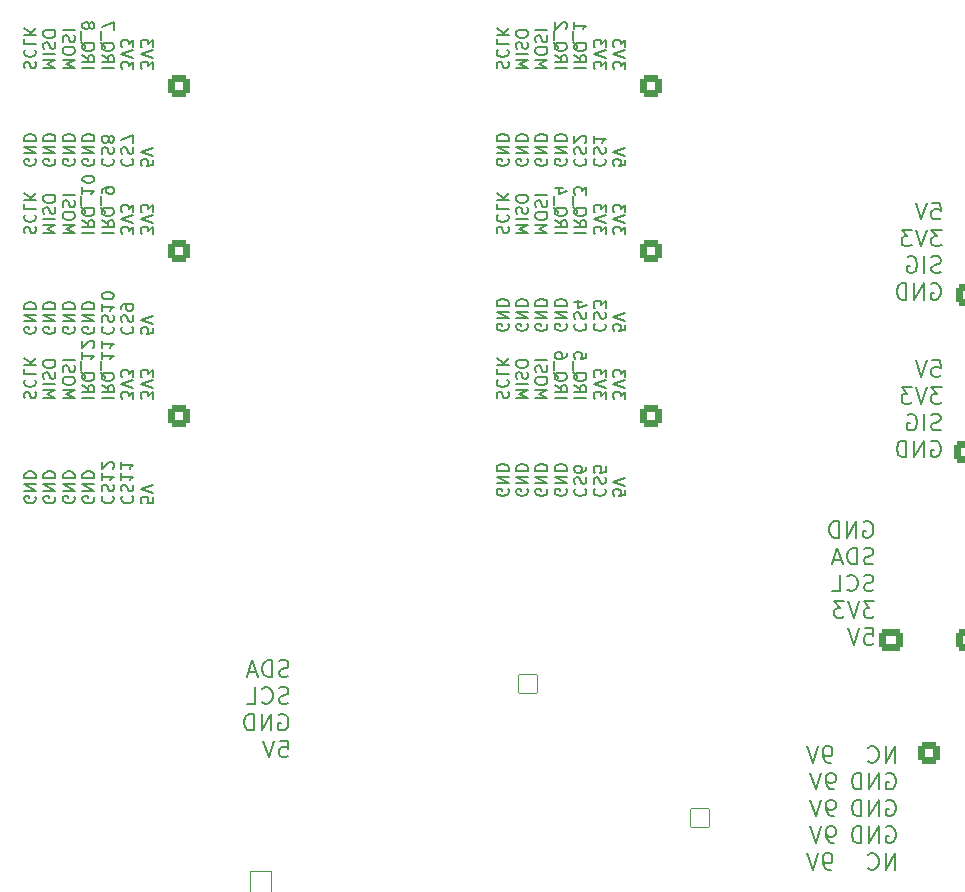
<source format=gbr>
%TF.GenerationSoftware,KiCad,Pcbnew,(7.0.0)*%
%TF.CreationDate,2023-03-12T03:04:05-07:00*%
%TF.ProjectId,EnergyMonitor - ESP PCB,456e6572-6779-44d6-9f6e-69746f72202d,rev?*%
%TF.SameCoordinates,Original*%
%TF.FileFunction,Legend,Bot*%
%TF.FilePolarity,Positive*%
%FSLAX46Y46*%
G04 Gerber Fmt 4.6, Leading zero omitted, Abs format (unit mm)*
G04 Created by KiCad (PCBNEW (7.0.0)) date 2023-03-12 03:04:05*
%MOMM*%
%LPD*%
G01*
G04 APERTURE LIST*
G04 Aperture macros list*
%AMRoundRect*
0 Rectangle with rounded corners*
0 $1 Rounding radius*
0 $2 $3 $4 $5 $6 $7 $8 $9 X,Y pos of 4 corners*
0 Add a 4 corners polygon primitive as box body*
4,1,4,$2,$3,$4,$5,$6,$7,$8,$9,$2,$3,0*
0 Add four circle primitives for the rounded corners*
1,1,$1+$1,$2,$3*
1,1,$1+$1,$4,$5*
1,1,$1+$1,$6,$7*
1,1,$1+$1,$8,$9*
0 Add four rect primitives between the rounded corners*
20,1,$1+$1,$2,$3,$4,$5,0*
20,1,$1+$1,$4,$5,$6,$7,0*
20,1,$1+$1,$6,$7,$8,$9,0*
20,1,$1+$1,$8,$9,$2,$3,0*%
G04 Aperture macros list end*
%ADD10C,0.177800*%
%ADD11RoundRect,0.300000X-0.600000X-0.600000X0.600000X-0.600000X0.600000X0.600000X-0.600000X0.600000X0*%
%ADD12C,1.800000*%
%ADD13C,0.900000*%
%ADD14C,6.500000*%
%ADD15RoundRect,0.300000X-0.600000X0.600000X-0.600000X-0.600000X0.600000X-0.600000X0.600000X0.600000X0*%
%ADD16RoundRect,0.050000X-0.800000X0.800000X-0.800000X-0.800000X0.800000X-0.800000X0.800000X0.800000X0*%
%ADD17C,1.700000*%
%ADD18RoundRect,0.050000X-1.200000X1.200000X-1.200000X-1.200000X1.200000X-1.200000X1.200000X1.200000X0*%
%ADD19C,2.500000*%
%ADD20RoundRect,0.050000X-0.800000X-0.800000X0.800000X-0.800000X0.800000X0.800000X-0.800000X0.800000X0*%
%ADD21C,1.878000*%
%ADD22C,3.600000*%
%ADD23RoundRect,0.050000X0.889000X0.889000X-0.889000X0.889000X-0.889000X-0.889000X0.889000X-0.889000X0*%
%ADD24RoundRect,0.300000X0.725000X-0.600000X0.725000X0.600000X-0.725000X0.600000X-0.725000X-0.600000X0*%
%ADD25O,2.050000X1.800000*%
G04 APERTURE END LIST*
D10*
X132982142Y-55639566D02*
X133647380Y-55639566D01*
X133647380Y-55639566D02*
X133713904Y-56304804D01*
X133713904Y-56304804D02*
X133647380Y-56238280D01*
X133647380Y-56238280D02*
X133514333Y-56171756D01*
X133514333Y-56171756D02*
X133181714Y-56171756D01*
X133181714Y-56171756D02*
X133048666Y-56238280D01*
X133048666Y-56238280D02*
X132982142Y-56304804D01*
X132982142Y-56304804D02*
X132915619Y-56437851D01*
X132915619Y-56437851D02*
X132915619Y-56770470D01*
X132915619Y-56770470D02*
X132982142Y-56903518D01*
X132982142Y-56903518D02*
X133048666Y-56970042D01*
X133048666Y-56970042D02*
X133181714Y-57036566D01*
X133181714Y-57036566D02*
X133514333Y-57036566D01*
X133514333Y-57036566D02*
X133647380Y-56970042D01*
X133647380Y-56970042D02*
X133713904Y-56903518D01*
X132516476Y-55639566D02*
X132050809Y-57036566D01*
X132050809Y-57036566D02*
X131585143Y-55639566D01*
X133780428Y-57902706D02*
X132915619Y-57902706D01*
X132915619Y-57902706D02*
X133381285Y-58434896D01*
X133381285Y-58434896D02*
X133181714Y-58434896D01*
X133181714Y-58434896D02*
X133048666Y-58501420D01*
X133048666Y-58501420D02*
X132982142Y-58567944D01*
X132982142Y-58567944D02*
X132915619Y-58700991D01*
X132915619Y-58700991D02*
X132915619Y-59033610D01*
X132915619Y-59033610D02*
X132982142Y-59166658D01*
X132982142Y-59166658D02*
X133048666Y-59233182D01*
X133048666Y-59233182D02*
X133181714Y-59299706D01*
X133181714Y-59299706D02*
X133580857Y-59299706D01*
X133580857Y-59299706D02*
X133713904Y-59233182D01*
X133713904Y-59233182D02*
X133780428Y-59166658D01*
X132516476Y-57902706D02*
X132050809Y-59299706D01*
X132050809Y-59299706D02*
X131585143Y-57902706D01*
X131252523Y-57902706D02*
X130387714Y-57902706D01*
X130387714Y-57902706D02*
X130853380Y-58434896D01*
X130853380Y-58434896D02*
X130653809Y-58434896D01*
X130653809Y-58434896D02*
X130520761Y-58501420D01*
X130520761Y-58501420D02*
X130454237Y-58567944D01*
X130454237Y-58567944D02*
X130387714Y-58700991D01*
X130387714Y-58700991D02*
X130387714Y-59033610D01*
X130387714Y-59033610D02*
X130454237Y-59166658D01*
X130454237Y-59166658D02*
X130520761Y-59233182D01*
X130520761Y-59233182D02*
X130653809Y-59299706D01*
X130653809Y-59299706D02*
X131052952Y-59299706D01*
X131052952Y-59299706D02*
X131185999Y-59233182D01*
X131185999Y-59233182D02*
X131252523Y-59166658D01*
X133713904Y-61496322D02*
X133514333Y-61562846D01*
X133514333Y-61562846D02*
X133181714Y-61562846D01*
X133181714Y-61562846D02*
X133048666Y-61496322D01*
X133048666Y-61496322D02*
X132982142Y-61429798D01*
X132982142Y-61429798D02*
X132915619Y-61296750D01*
X132915619Y-61296750D02*
X132915619Y-61163703D01*
X132915619Y-61163703D02*
X132982142Y-61030655D01*
X132982142Y-61030655D02*
X133048666Y-60964131D01*
X133048666Y-60964131D02*
X133181714Y-60897608D01*
X133181714Y-60897608D02*
X133447809Y-60831084D01*
X133447809Y-60831084D02*
X133580857Y-60764560D01*
X133580857Y-60764560D02*
X133647380Y-60698036D01*
X133647380Y-60698036D02*
X133713904Y-60564989D01*
X133713904Y-60564989D02*
X133713904Y-60431941D01*
X133713904Y-60431941D02*
X133647380Y-60298893D01*
X133647380Y-60298893D02*
X133580857Y-60232370D01*
X133580857Y-60232370D02*
X133447809Y-60165846D01*
X133447809Y-60165846D02*
X133115190Y-60165846D01*
X133115190Y-60165846D02*
X132915619Y-60232370D01*
X132316904Y-61562846D02*
X132316904Y-60165846D01*
X130919905Y-60232370D02*
X131052952Y-60165846D01*
X131052952Y-60165846D02*
X131252524Y-60165846D01*
X131252524Y-60165846D02*
X131452095Y-60232370D01*
X131452095Y-60232370D02*
X131585143Y-60365417D01*
X131585143Y-60365417D02*
X131651666Y-60498465D01*
X131651666Y-60498465D02*
X131718190Y-60764560D01*
X131718190Y-60764560D02*
X131718190Y-60964131D01*
X131718190Y-60964131D02*
X131651666Y-61230227D01*
X131651666Y-61230227D02*
X131585143Y-61363274D01*
X131585143Y-61363274D02*
X131452095Y-61496322D01*
X131452095Y-61496322D02*
X131252524Y-61562846D01*
X131252524Y-61562846D02*
X131119476Y-61562846D01*
X131119476Y-61562846D02*
X130919905Y-61496322D01*
X130919905Y-61496322D02*
X130853381Y-61429798D01*
X130853381Y-61429798D02*
X130853381Y-60964131D01*
X130853381Y-60964131D02*
X131119476Y-60964131D01*
X132915619Y-62495510D02*
X133048666Y-62428986D01*
X133048666Y-62428986D02*
X133248238Y-62428986D01*
X133248238Y-62428986D02*
X133447809Y-62495510D01*
X133447809Y-62495510D02*
X133580857Y-62628557D01*
X133580857Y-62628557D02*
X133647380Y-62761605D01*
X133647380Y-62761605D02*
X133713904Y-63027700D01*
X133713904Y-63027700D02*
X133713904Y-63227271D01*
X133713904Y-63227271D02*
X133647380Y-63493367D01*
X133647380Y-63493367D02*
X133580857Y-63626414D01*
X133580857Y-63626414D02*
X133447809Y-63759462D01*
X133447809Y-63759462D02*
X133248238Y-63825986D01*
X133248238Y-63825986D02*
X133115190Y-63825986D01*
X133115190Y-63825986D02*
X132915619Y-63759462D01*
X132915619Y-63759462D02*
X132849095Y-63692938D01*
X132849095Y-63692938D02*
X132849095Y-63227271D01*
X132849095Y-63227271D02*
X133115190Y-63227271D01*
X132250380Y-63825986D02*
X132250380Y-62428986D01*
X132250380Y-62428986D02*
X131452095Y-63825986D01*
X131452095Y-63825986D02*
X131452095Y-62428986D01*
X130786856Y-63825986D02*
X130786856Y-62428986D01*
X130786856Y-62428986D02*
X130454237Y-62428986D01*
X130454237Y-62428986D02*
X130254666Y-62495510D01*
X130254666Y-62495510D02*
X130121618Y-62628557D01*
X130121618Y-62628557D02*
X130055095Y-62761605D01*
X130055095Y-62761605D02*
X129988571Y-63027700D01*
X129988571Y-63027700D02*
X129988571Y-63227271D01*
X129988571Y-63227271D02*
X130055095Y-63493367D01*
X130055095Y-63493367D02*
X130121618Y-63626414D01*
X130121618Y-63626414D02*
X130254666Y-63759462D01*
X130254666Y-63759462D02*
X130454237Y-63825986D01*
X130454237Y-63825986D02*
X130786856Y-63825986D01*
X127200619Y-82652950D02*
X127333666Y-82586426D01*
X127333666Y-82586426D02*
X127533238Y-82586426D01*
X127533238Y-82586426D02*
X127732809Y-82652950D01*
X127732809Y-82652950D02*
X127865857Y-82785997D01*
X127865857Y-82785997D02*
X127932380Y-82919045D01*
X127932380Y-82919045D02*
X127998904Y-83185140D01*
X127998904Y-83185140D02*
X127998904Y-83384711D01*
X127998904Y-83384711D02*
X127932380Y-83650807D01*
X127932380Y-83650807D02*
X127865857Y-83783854D01*
X127865857Y-83783854D02*
X127732809Y-83916902D01*
X127732809Y-83916902D02*
X127533238Y-83983426D01*
X127533238Y-83983426D02*
X127400190Y-83983426D01*
X127400190Y-83983426D02*
X127200619Y-83916902D01*
X127200619Y-83916902D02*
X127134095Y-83850378D01*
X127134095Y-83850378D02*
X127134095Y-83384711D01*
X127134095Y-83384711D02*
X127400190Y-83384711D01*
X126535380Y-83983426D02*
X126535380Y-82586426D01*
X126535380Y-82586426D02*
X125737095Y-83983426D01*
X125737095Y-83983426D02*
X125737095Y-82586426D01*
X125071856Y-83983426D02*
X125071856Y-82586426D01*
X125071856Y-82586426D02*
X124739237Y-82586426D01*
X124739237Y-82586426D02*
X124539666Y-82652950D01*
X124539666Y-82652950D02*
X124406618Y-82785997D01*
X124406618Y-82785997D02*
X124340095Y-82919045D01*
X124340095Y-82919045D02*
X124273571Y-83185140D01*
X124273571Y-83185140D02*
X124273571Y-83384711D01*
X124273571Y-83384711D02*
X124340095Y-83650807D01*
X124340095Y-83650807D02*
X124406618Y-83783854D01*
X124406618Y-83783854D02*
X124539666Y-83916902D01*
X124539666Y-83916902D02*
X124739237Y-83983426D01*
X124739237Y-83983426D02*
X125071856Y-83983426D01*
X127998904Y-86180042D02*
X127799333Y-86246566D01*
X127799333Y-86246566D02*
X127466714Y-86246566D01*
X127466714Y-86246566D02*
X127333666Y-86180042D01*
X127333666Y-86180042D02*
X127267142Y-86113518D01*
X127267142Y-86113518D02*
X127200619Y-85980470D01*
X127200619Y-85980470D02*
X127200619Y-85847423D01*
X127200619Y-85847423D02*
X127267142Y-85714375D01*
X127267142Y-85714375D02*
X127333666Y-85647851D01*
X127333666Y-85647851D02*
X127466714Y-85581328D01*
X127466714Y-85581328D02*
X127732809Y-85514804D01*
X127732809Y-85514804D02*
X127865857Y-85448280D01*
X127865857Y-85448280D02*
X127932380Y-85381756D01*
X127932380Y-85381756D02*
X127998904Y-85248709D01*
X127998904Y-85248709D02*
X127998904Y-85115661D01*
X127998904Y-85115661D02*
X127932380Y-84982613D01*
X127932380Y-84982613D02*
X127865857Y-84916090D01*
X127865857Y-84916090D02*
X127732809Y-84849566D01*
X127732809Y-84849566D02*
X127400190Y-84849566D01*
X127400190Y-84849566D02*
X127200619Y-84916090D01*
X126601904Y-86246566D02*
X126601904Y-84849566D01*
X126601904Y-84849566D02*
X126269285Y-84849566D01*
X126269285Y-84849566D02*
X126069714Y-84916090D01*
X126069714Y-84916090D02*
X125936666Y-85049137D01*
X125936666Y-85049137D02*
X125870143Y-85182185D01*
X125870143Y-85182185D02*
X125803619Y-85448280D01*
X125803619Y-85448280D02*
X125803619Y-85647851D01*
X125803619Y-85647851D02*
X125870143Y-85913947D01*
X125870143Y-85913947D02*
X125936666Y-86046994D01*
X125936666Y-86046994D02*
X126069714Y-86180042D01*
X126069714Y-86180042D02*
X126269285Y-86246566D01*
X126269285Y-86246566D02*
X126601904Y-86246566D01*
X125271428Y-85847423D02*
X124606190Y-85847423D01*
X125404476Y-86246566D02*
X124938809Y-84849566D01*
X124938809Y-84849566D02*
X124473143Y-86246566D01*
X127998904Y-88443182D02*
X127799333Y-88509706D01*
X127799333Y-88509706D02*
X127466714Y-88509706D01*
X127466714Y-88509706D02*
X127333666Y-88443182D01*
X127333666Y-88443182D02*
X127267142Y-88376658D01*
X127267142Y-88376658D02*
X127200619Y-88243610D01*
X127200619Y-88243610D02*
X127200619Y-88110563D01*
X127200619Y-88110563D02*
X127267142Y-87977515D01*
X127267142Y-87977515D02*
X127333666Y-87910991D01*
X127333666Y-87910991D02*
X127466714Y-87844468D01*
X127466714Y-87844468D02*
X127732809Y-87777944D01*
X127732809Y-87777944D02*
X127865857Y-87711420D01*
X127865857Y-87711420D02*
X127932380Y-87644896D01*
X127932380Y-87644896D02*
X127998904Y-87511849D01*
X127998904Y-87511849D02*
X127998904Y-87378801D01*
X127998904Y-87378801D02*
X127932380Y-87245753D01*
X127932380Y-87245753D02*
X127865857Y-87179230D01*
X127865857Y-87179230D02*
X127732809Y-87112706D01*
X127732809Y-87112706D02*
X127400190Y-87112706D01*
X127400190Y-87112706D02*
X127200619Y-87179230D01*
X125803619Y-88376658D02*
X125870143Y-88443182D01*
X125870143Y-88443182D02*
X126069714Y-88509706D01*
X126069714Y-88509706D02*
X126202762Y-88509706D01*
X126202762Y-88509706D02*
X126402333Y-88443182D01*
X126402333Y-88443182D02*
X126535381Y-88310134D01*
X126535381Y-88310134D02*
X126601904Y-88177087D01*
X126601904Y-88177087D02*
X126668428Y-87910991D01*
X126668428Y-87910991D02*
X126668428Y-87711420D01*
X126668428Y-87711420D02*
X126601904Y-87445325D01*
X126601904Y-87445325D02*
X126535381Y-87312277D01*
X126535381Y-87312277D02*
X126402333Y-87179230D01*
X126402333Y-87179230D02*
X126202762Y-87112706D01*
X126202762Y-87112706D02*
X126069714Y-87112706D01*
X126069714Y-87112706D02*
X125870143Y-87179230D01*
X125870143Y-87179230D02*
X125803619Y-87245753D01*
X124539666Y-88509706D02*
X125204904Y-88509706D01*
X125204904Y-88509706D02*
X125204904Y-87112706D01*
X128065428Y-89375846D02*
X127200619Y-89375846D01*
X127200619Y-89375846D02*
X127666285Y-89908036D01*
X127666285Y-89908036D02*
X127466714Y-89908036D01*
X127466714Y-89908036D02*
X127333666Y-89974560D01*
X127333666Y-89974560D02*
X127267142Y-90041084D01*
X127267142Y-90041084D02*
X127200619Y-90174131D01*
X127200619Y-90174131D02*
X127200619Y-90506750D01*
X127200619Y-90506750D02*
X127267142Y-90639798D01*
X127267142Y-90639798D02*
X127333666Y-90706322D01*
X127333666Y-90706322D02*
X127466714Y-90772846D01*
X127466714Y-90772846D02*
X127865857Y-90772846D01*
X127865857Y-90772846D02*
X127998904Y-90706322D01*
X127998904Y-90706322D02*
X128065428Y-90639798D01*
X126801476Y-89375846D02*
X126335809Y-90772846D01*
X126335809Y-90772846D02*
X125870143Y-89375846D01*
X125537523Y-89375846D02*
X124672714Y-89375846D01*
X124672714Y-89375846D02*
X125138380Y-89908036D01*
X125138380Y-89908036D02*
X124938809Y-89908036D01*
X124938809Y-89908036D02*
X124805761Y-89974560D01*
X124805761Y-89974560D02*
X124739237Y-90041084D01*
X124739237Y-90041084D02*
X124672714Y-90174131D01*
X124672714Y-90174131D02*
X124672714Y-90506750D01*
X124672714Y-90506750D02*
X124739237Y-90639798D01*
X124739237Y-90639798D02*
X124805761Y-90706322D01*
X124805761Y-90706322D02*
X124938809Y-90772846D01*
X124938809Y-90772846D02*
X125337952Y-90772846D01*
X125337952Y-90772846D02*
X125470999Y-90706322D01*
X125470999Y-90706322D02*
X125537523Y-90639798D01*
X127267142Y-91638986D02*
X127932380Y-91638986D01*
X127932380Y-91638986D02*
X127998904Y-92304224D01*
X127998904Y-92304224D02*
X127932380Y-92237700D01*
X127932380Y-92237700D02*
X127799333Y-92171176D01*
X127799333Y-92171176D02*
X127466714Y-92171176D01*
X127466714Y-92171176D02*
X127333666Y-92237700D01*
X127333666Y-92237700D02*
X127267142Y-92304224D01*
X127267142Y-92304224D02*
X127200619Y-92437271D01*
X127200619Y-92437271D02*
X127200619Y-92769890D01*
X127200619Y-92769890D02*
X127267142Y-92902938D01*
X127267142Y-92902938D02*
X127333666Y-92969462D01*
X127333666Y-92969462D02*
X127466714Y-93035986D01*
X127466714Y-93035986D02*
X127799333Y-93035986D01*
X127799333Y-93035986D02*
X127932380Y-92969462D01*
X127932380Y-92969462D02*
X127998904Y-92902938D01*
X126801476Y-91638986D02*
X126335809Y-93035986D01*
X126335809Y-93035986D02*
X125870143Y-91638986D01*
X106992620Y-44299857D02*
X106992620Y-43670904D01*
X106992620Y-43670904D02*
X106605573Y-44009571D01*
X106605573Y-44009571D02*
X106605573Y-43864428D01*
X106605573Y-43864428D02*
X106557192Y-43767666D01*
X106557192Y-43767666D02*
X106508811Y-43719285D01*
X106508811Y-43719285D02*
X106412049Y-43670904D01*
X106412049Y-43670904D02*
X106170144Y-43670904D01*
X106170144Y-43670904D02*
X106073382Y-43719285D01*
X106073382Y-43719285D02*
X106025001Y-43767666D01*
X106025001Y-43767666D02*
X105976620Y-43864428D01*
X105976620Y-43864428D02*
X105976620Y-44154714D01*
X105976620Y-44154714D02*
X106025001Y-44251476D01*
X106025001Y-44251476D02*
X106073382Y-44299857D01*
X106992620Y-43380619D02*
X105976620Y-43041952D01*
X105976620Y-43041952D02*
X106992620Y-42703285D01*
X106992620Y-42461381D02*
X106992620Y-41832428D01*
X106992620Y-41832428D02*
X106605573Y-42171095D01*
X106605573Y-42171095D02*
X106605573Y-42025952D01*
X106605573Y-42025952D02*
X106557192Y-41929190D01*
X106557192Y-41929190D02*
X106508811Y-41880809D01*
X106508811Y-41880809D02*
X106412049Y-41832428D01*
X106412049Y-41832428D02*
X106170144Y-41832428D01*
X106170144Y-41832428D02*
X106073382Y-41880809D01*
X106073382Y-41880809D02*
X106025001Y-41929190D01*
X106025001Y-41929190D02*
X105976620Y-42025952D01*
X105976620Y-42025952D02*
X105976620Y-42316238D01*
X105976620Y-42316238D02*
X106025001Y-42413000D01*
X106025001Y-42413000D02*
X106073382Y-42461381D01*
X105346700Y-44299857D02*
X105346700Y-43670904D01*
X105346700Y-43670904D02*
X104959653Y-44009571D01*
X104959653Y-44009571D02*
X104959653Y-43864428D01*
X104959653Y-43864428D02*
X104911272Y-43767666D01*
X104911272Y-43767666D02*
X104862891Y-43719285D01*
X104862891Y-43719285D02*
X104766129Y-43670904D01*
X104766129Y-43670904D02*
X104524224Y-43670904D01*
X104524224Y-43670904D02*
X104427462Y-43719285D01*
X104427462Y-43719285D02*
X104379081Y-43767666D01*
X104379081Y-43767666D02*
X104330700Y-43864428D01*
X104330700Y-43864428D02*
X104330700Y-44154714D01*
X104330700Y-44154714D02*
X104379081Y-44251476D01*
X104379081Y-44251476D02*
X104427462Y-44299857D01*
X105346700Y-43380619D02*
X104330700Y-43041952D01*
X104330700Y-43041952D02*
X105346700Y-42703285D01*
X105346700Y-42461381D02*
X105346700Y-41832428D01*
X105346700Y-41832428D02*
X104959653Y-42171095D01*
X104959653Y-42171095D02*
X104959653Y-42025952D01*
X104959653Y-42025952D02*
X104911272Y-41929190D01*
X104911272Y-41929190D02*
X104862891Y-41880809D01*
X104862891Y-41880809D02*
X104766129Y-41832428D01*
X104766129Y-41832428D02*
X104524224Y-41832428D01*
X104524224Y-41832428D02*
X104427462Y-41880809D01*
X104427462Y-41880809D02*
X104379081Y-41929190D01*
X104379081Y-41929190D02*
X104330700Y-42025952D01*
X104330700Y-42025952D02*
X104330700Y-42316238D01*
X104330700Y-42316238D02*
X104379081Y-42413000D01*
X104379081Y-42413000D02*
X104427462Y-42461381D01*
X102684780Y-44203095D02*
X103700780Y-44203095D01*
X102684780Y-43138713D02*
X103168590Y-43477380D01*
X102684780Y-43719285D02*
X103700780Y-43719285D01*
X103700780Y-43719285D02*
X103700780Y-43332237D01*
X103700780Y-43332237D02*
X103652400Y-43235475D01*
X103652400Y-43235475D02*
X103604019Y-43187094D01*
X103604019Y-43187094D02*
X103507257Y-43138713D01*
X103507257Y-43138713D02*
X103362114Y-43138713D01*
X103362114Y-43138713D02*
X103265352Y-43187094D01*
X103265352Y-43187094D02*
X103216971Y-43235475D01*
X103216971Y-43235475D02*
X103168590Y-43332237D01*
X103168590Y-43332237D02*
X103168590Y-43719285D01*
X102588019Y-42025951D02*
X102636400Y-42122713D01*
X102636400Y-42122713D02*
X102733161Y-42219475D01*
X102733161Y-42219475D02*
X102878304Y-42364618D01*
X102878304Y-42364618D02*
X102926685Y-42461380D01*
X102926685Y-42461380D02*
X102926685Y-42558142D01*
X102684780Y-42509761D02*
X102733161Y-42606523D01*
X102733161Y-42606523D02*
X102829923Y-42703285D01*
X102829923Y-42703285D02*
X103023447Y-42751666D01*
X103023447Y-42751666D02*
X103362114Y-42751666D01*
X103362114Y-42751666D02*
X103555638Y-42703285D01*
X103555638Y-42703285D02*
X103652400Y-42606523D01*
X103652400Y-42606523D02*
X103700780Y-42509761D01*
X103700780Y-42509761D02*
X103700780Y-42316237D01*
X103700780Y-42316237D02*
X103652400Y-42219475D01*
X103652400Y-42219475D02*
X103555638Y-42122713D01*
X103555638Y-42122713D02*
X103362114Y-42074332D01*
X103362114Y-42074332D02*
X103023447Y-42074332D01*
X103023447Y-42074332D02*
X102829923Y-42122713D01*
X102829923Y-42122713D02*
X102733161Y-42219475D01*
X102733161Y-42219475D02*
X102684780Y-42316237D01*
X102684780Y-42316237D02*
X102684780Y-42509761D01*
X102588019Y-41880809D02*
X102588019Y-41106713D01*
X102684780Y-40332618D02*
X102684780Y-40913190D01*
X102684780Y-40622904D02*
X103700780Y-40622904D01*
X103700780Y-40622904D02*
X103555638Y-40719666D01*
X103555638Y-40719666D02*
X103458876Y-40816428D01*
X103458876Y-40816428D02*
X103410495Y-40913190D01*
X101038860Y-44203095D02*
X102054860Y-44203095D01*
X101038860Y-43138713D02*
X101522670Y-43477380D01*
X101038860Y-43719285D02*
X102054860Y-43719285D01*
X102054860Y-43719285D02*
X102054860Y-43332237D01*
X102054860Y-43332237D02*
X102006480Y-43235475D01*
X102006480Y-43235475D02*
X101958099Y-43187094D01*
X101958099Y-43187094D02*
X101861337Y-43138713D01*
X101861337Y-43138713D02*
X101716194Y-43138713D01*
X101716194Y-43138713D02*
X101619432Y-43187094D01*
X101619432Y-43187094D02*
X101571051Y-43235475D01*
X101571051Y-43235475D02*
X101522670Y-43332237D01*
X101522670Y-43332237D02*
X101522670Y-43719285D01*
X100942099Y-42025951D02*
X100990480Y-42122713D01*
X100990480Y-42122713D02*
X101087241Y-42219475D01*
X101087241Y-42219475D02*
X101232384Y-42364618D01*
X101232384Y-42364618D02*
X101280765Y-42461380D01*
X101280765Y-42461380D02*
X101280765Y-42558142D01*
X101038860Y-42509761D02*
X101087241Y-42606523D01*
X101087241Y-42606523D02*
X101184003Y-42703285D01*
X101184003Y-42703285D02*
X101377527Y-42751666D01*
X101377527Y-42751666D02*
X101716194Y-42751666D01*
X101716194Y-42751666D02*
X101909718Y-42703285D01*
X101909718Y-42703285D02*
X102006480Y-42606523D01*
X102006480Y-42606523D02*
X102054860Y-42509761D01*
X102054860Y-42509761D02*
X102054860Y-42316237D01*
X102054860Y-42316237D02*
X102006480Y-42219475D01*
X102006480Y-42219475D02*
X101909718Y-42122713D01*
X101909718Y-42122713D02*
X101716194Y-42074332D01*
X101716194Y-42074332D02*
X101377527Y-42074332D01*
X101377527Y-42074332D02*
X101184003Y-42122713D01*
X101184003Y-42122713D02*
X101087241Y-42219475D01*
X101087241Y-42219475D02*
X101038860Y-42316237D01*
X101038860Y-42316237D02*
X101038860Y-42509761D01*
X100942099Y-41880809D02*
X100942099Y-41106713D01*
X101958099Y-40913190D02*
X102006480Y-40864809D01*
X102006480Y-40864809D02*
X102054860Y-40768047D01*
X102054860Y-40768047D02*
X102054860Y-40526142D01*
X102054860Y-40526142D02*
X102006480Y-40429380D01*
X102006480Y-40429380D02*
X101958099Y-40380999D01*
X101958099Y-40380999D02*
X101861337Y-40332618D01*
X101861337Y-40332618D02*
X101764575Y-40332618D01*
X101764575Y-40332618D02*
X101619432Y-40380999D01*
X101619432Y-40380999D02*
X101038860Y-40961571D01*
X101038860Y-40961571D02*
X101038860Y-40332618D01*
X99392940Y-44203095D02*
X100408940Y-44203095D01*
X100408940Y-44203095D02*
X99683226Y-43864428D01*
X99683226Y-43864428D02*
X100408940Y-43525761D01*
X100408940Y-43525761D02*
X99392940Y-43525761D01*
X100408940Y-42848428D02*
X100408940Y-42654904D01*
X100408940Y-42654904D02*
X100360560Y-42558142D01*
X100360560Y-42558142D02*
X100263798Y-42461380D01*
X100263798Y-42461380D02*
X100070274Y-42412999D01*
X100070274Y-42412999D02*
X99731607Y-42412999D01*
X99731607Y-42412999D02*
X99538083Y-42461380D01*
X99538083Y-42461380D02*
X99441321Y-42558142D01*
X99441321Y-42558142D02*
X99392940Y-42654904D01*
X99392940Y-42654904D02*
X99392940Y-42848428D01*
X99392940Y-42848428D02*
X99441321Y-42945190D01*
X99441321Y-42945190D02*
X99538083Y-43041952D01*
X99538083Y-43041952D02*
X99731607Y-43090333D01*
X99731607Y-43090333D02*
X100070274Y-43090333D01*
X100070274Y-43090333D02*
X100263798Y-43041952D01*
X100263798Y-43041952D02*
X100360560Y-42945190D01*
X100360560Y-42945190D02*
X100408940Y-42848428D01*
X99441321Y-42025952D02*
X99392940Y-41880809D01*
X99392940Y-41880809D02*
X99392940Y-41638904D01*
X99392940Y-41638904D02*
X99441321Y-41542142D01*
X99441321Y-41542142D02*
X99489702Y-41493761D01*
X99489702Y-41493761D02*
X99586464Y-41445380D01*
X99586464Y-41445380D02*
X99683226Y-41445380D01*
X99683226Y-41445380D02*
X99779988Y-41493761D01*
X99779988Y-41493761D02*
X99828369Y-41542142D01*
X99828369Y-41542142D02*
X99876750Y-41638904D01*
X99876750Y-41638904D02*
X99925131Y-41832428D01*
X99925131Y-41832428D02*
X99973512Y-41929190D01*
X99973512Y-41929190D02*
X100021893Y-41977571D01*
X100021893Y-41977571D02*
X100118655Y-42025952D01*
X100118655Y-42025952D02*
X100215417Y-42025952D01*
X100215417Y-42025952D02*
X100312179Y-41977571D01*
X100312179Y-41977571D02*
X100360560Y-41929190D01*
X100360560Y-41929190D02*
X100408940Y-41832428D01*
X100408940Y-41832428D02*
X100408940Y-41590523D01*
X100408940Y-41590523D02*
X100360560Y-41445380D01*
X99392940Y-41009952D02*
X100408940Y-41009952D01*
X97747020Y-44203095D02*
X98763020Y-44203095D01*
X98763020Y-44203095D02*
X98037306Y-43864428D01*
X98037306Y-43864428D02*
X98763020Y-43525761D01*
X98763020Y-43525761D02*
X97747020Y-43525761D01*
X97747020Y-43041952D02*
X98763020Y-43041952D01*
X97795401Y-42606523D02*
X97747020Y-42461380D01*
X97747020Y-42461380D02*
X97747020Y-42219475D01*
X97747020Y-42219475D02*
X97795401Y-42122713D01*
X97795401Y-42122713D02*
X97843782Y-42074332D01*
X97843782Y-42074332D02*
X97940544Y-42025951D01*
X97940544Y-42025951D02*
X98037306Y-42025951D01*
X98037306Y-42025951D02*
X98134068Y-42074332D01*
X98134068Y-42074332D02*
X98182449Y-42122713D01*
X98182449Y-42122713D02*
X98230830Y-42219475D01*
X98230830Y-42219475D02*
X98279211Y-42412999D01*
X98279211Y-42412999D02*
X98327592Y-42509761D01*
X98327592Y-42509761D02*
X98375973Y-42558142D01*
X98375973Y-42558142D02*
X98472735Y-42606523D01*
X98472735Y-42606523D02*
X98569497Y-42606523D01*
X98569497Y-42606523D02*
X98666259Y-42558142D01*
X98666259Y-42558142D02*
X98714640Y-42509761D01*
X98714640Y-42509761D02*
X98763020Y-42412999D01*
X98763020Y-42412999D02*
X98763020Y-42171094D01*
X98763020Y-42171094D02*
X98714640Y-42025951D01*
X98763020Y-41396999D02*
X98763020Y-41203475D01*
X98763020Y-41203475D02*
X98714640Y-41106713D01*
X98714640Y-41106713D02*
X98617878Y-41009951D01*
X98617878Y-41009951D02*
X98424354Y-40961570D01*
X98424354Y-40961570D02*
X98085687Y-40961570D01*
X98085687Y-40961570D02*
X97892163Y-41009951D01*
X97892163Y-41009951D02*
X97795401Y-41106713D01*
X97795401Y-41106713D02*
X97747020Y-41203475D01*
X97747020Y-41203475D02*
X97747020Y-41396999D01*
X97747020Y-41396999D02*
X97795401Y-41493761D01*
X97795401Y-41493761D02*
X97892163Y-41590523D01*
X97892163Y-41590523D02*
X98085687Y-41638904D01*
X98085687Y-41638904D02*
X98424354Y-41638904D01*
X98424354Y-41638904D02*
X98617878Y-41590523D01*
X98617878Y-41590523D02*
X98714640Y-41493761D01*
X98714640Y-41493761D02*
X98763020Y-41396999D01*
X96149481Y-44251476D02*
X96101100Y-44106333D01*
X96101100Y-44106333D02*
X96101100Y-43864428D01*
X96101100Y-43864428D02*
X96149481Y-43767666D01*
X96149481Y-43767666D02*
X96197862Y-43719285D01*
X96197862Y-43719285D02*
X96294624Y-43670904D01*
X96294624Y-43670904D02*
X96391386Y-43670904D01*
X96391386Y-43670904D02*
X96488148Y-43719285D01*
X96488148Y-43719285D02*
X96536529Y-43767666D01*
X96536529Y-43767666D02*
X96584910Y-43864428D01*
X96584910Y-43864428D02*
X96633291Y-44057952D01*
X96633291Y-44057952D02*
X96681672Y-44154714D01*
X96681672Y-44154714D02*
X96730053Y-44203095D01*
X96730053Y-44203095D02*
X96826815Y-44251476D01*
X96826815Y-44251476D02*
X96923577Y-44251476D01*
X96923577Y-44251476D02*
X97020339Y-44203095D01*
X97020339Y-44203095D02*
X97068720Y-44154714D01*
X97068720Y-44154714D02*
X97117100Y-44057952D01*
X97117100Y-44057952D02*
X97117100Y-43816047D01*
X97117100Y-43816047D02*
X97068720Y-43670904D01*
X96197862Y-42654904D02*
X96149481Y-42703285D01*
X96149481Y-42703285D02*
X96101100Y-42848428D01*
X96101100Y-42848428D02*
X96101100Y-42945190D01*
X96101100Y-42945190D02*
X96149481Y-43090333D01*
X96149481Y-43090333D02*
X96246243Y-43187095D01*
X96246243Y-43187095D02*
X96343005Y-43235476D01*
X96343005Y-43235476D02*
X96536529Y-43283857D01*
X96536529Y-43283857D02*
X96681672Y-43283857D01*
X96681672Y-43283857D02*
X96875196Y-43235476D01*
X96875196Y-43235476D02*
X96971958Y-43187095D01*
X96971958Y-43187095D02*
X97068720Y-43090333D01*
X97068720Y-43090333D02*
X97117100Y-42945190D01*
X97117100Y-42945190D02*
X97117100Y-42848428D01*
X97117100Y-42848428D02*
X97068720Y-42703285D01*
X97068720Y-42703285D02*
X97020339Y-42654904D01*
X96101100Y-41735666D02*
X96101100Y-42219476D01*
X96101100Y-42219476D02*
X97117100Y-42219476D01*
X96101100Y-41397000D02*
X97117100Y-41397000D01*
X96101100Y-40816428D02*
X96681672Y-41251857D01*
X97117100Y-40816428D02*
X96536529Y-41397000D01*
X66987620Y-72239857D02*
X66987620Y-71610904D01*
X66987620Y-71610904D02*
X66600573Y-71949571D01*
X66600573Y-71949571D02*
X66600573Y-71804428D01*
X66600573Y-71804428D02*
X66552192Y-71707666D01*
X66552192Y-71707666D02*
X66503811Y-71659285D01*
X66503811Y-71659285D02*
X66407049Y-71610904D01*
X66407049Y-71610904D02*
X66165144Y-71610904D01*
X66165144Y-71610904D02*
X66068382Y-71659285D01*
X66068382Y-71659285D02*
X66020001Y-71707666D01*
X66020001Y-71707666D02*
X65971620Y-71804428D01*
X65971620Y-71804428D02*
X65971620Y-72094714D01*
X65971620Y-72094714D02*
X66020001Y-72191476D01*
X66020001Y-72191476D02*
X66068382Y-72239857D01*
X66987620Y-71320619D02*
X65971620Y-70981952D01*
X65971620Y-70981952D02*
X66987620Y-70643285D01*
X66987620Y-70401381D02*
X66987620Y-69772428D01*
X66987620Y-69772428D02*
X66600573Y-70111095D01*
X66600573Y-70111095D02*
X66600573Y-69965952D01*
X66600573Y-69965952D02*
X66552192Y-69869190D01*
X66552192Y-69869190D02*
X66503811Y-69820809D01*
X66503811Y-69820809D02*
X66407049Y-69772428D01*
X66407049Y-69772428D02*
X66165144Y-69772428D01*
X66165144Y-69772428D02*
X66068382Y-69820809D01*
X66068382Y-69820809D02*
X66020001Y-69869190D01*
X66020001Y-69869190D02*
X65971620Y-69965952D01*
X65971620Y-69965952D02*
X65971620Y-70256238D01*
X65971620Y-70256238D02*
X66020001Y-70353000D01*
X66020001Y-70353000D02*
X66068382Y-70401381D01*
X65341700Y-72239857D02*
X65341700Y-71610904D01*
X65341700Y-71610904D02*
X64954653Y-71949571D01*
X64954653Y-71949571D02*
X64954653Y-71804428D01*
X64954653Y-71804428D02*
X64906272Y-71707666D01*
X64906272Y-71707666D02*
X64857891Y-71659285D01*
X64857891Y-71659285D02*
X64761129Y-71610904D01*
X64761129Y-71610904D02*
X64519224Y-71610904D01*
X64519224Y-71610904D02*
X64422462Y-71659285D01*
X64422462Y-71659285D02*
X64374081Y-71707666D01*
X64374081Y-71707666D02*
X64325700Y-71804428D01*
X64325700Y-71804428D02*
X64325700Y-72094714D01*
X64325700Y-72094714D02*
X64374081Y-72191476D01*
X64374081Y-72191476D02*
X64422462Y-72239857D01*
X65341700Y-71320619D02*
X64325700Y-70981952D01*
X64325700Y-70981952D02*
X65341700Y-70643285D01*
X65341700Y-70401381D02*
X65341700Y-69772428D01*
X65341700Y-69772428D02*
X64954653Y-70111095D01*
X64954653Y-70111095D02*
X64954653Y-69965952D01*
X64954653Y-69965952D02*
X64906272Y-69869190D01*
X64906272Y-69869190D02*
X64857891Y-69820809D01*
X64857891Y-69820809D02*
X64761129Y-69772428D01*
X64761129Y-69772428D02*
X64519224Y-69772428D01*
X64519224Y-69772428D02*
X64422462Y-69820809D01*
X64422462Y-69820809D02*
X64374081Y-69869190D01*
X64374081Y-69869190D02*
X64325700Y-69965952D01*
X64325700Y-69965952D02*
X64325700Y-70256238D01*
X64325700Y-70256238D02*
X64374081Y-70353000D01*
X64374081Y-70353000D02*
X64422462Y-70401381D01*
X62679780Y-72143095D02*
X63695780Y-72143095D01*
X62679780Y-71078713D02*
X63163590Y-71417380D01*
X62679780Y-71659285D02*
X63695780Y-71659285D01*
X63695780Y-71659285D02*
X63695780Y-71272237D01*
X63695780Y-71272237D02*
X63647400Y-71175475D01*
X63647400Y-71175475D02*
X63599019Y-71127094D01*
X63599019Y-71127094D02*
X63502257Y-71078713D01*
X63502257Y-71078713D02*
X63357114Y-71078713D01*
X63357114Y-71078713D02*
X63260352Y-71127094D01*
X63260352Y-71127094D02*
X63211971Y-71175475D01*
X63211971Y-71175475D02*
X63163590Y-71272237D01*
X63163590Y-71272237D02*
X63163590Y-71659285D01*
X62583019Y-69965951D02*
X62631400Y-70062713D01*
X62631400Y-70062713D02*
X62728161Y-70159475D01*
X62728161Y-70159475D02*
X62873304Y-70304618D01*
X62873304Y-70304618D02*
X62921685Y-70401380D01*
X62921685Y-70401380D02*
X62921685Y-70498142D01*
X62679780Y-70449761D02*
X62728161Y-70546523D01*
X62728161Y-70546523D02*
X62824923Y-70643285D01*
X62824923Y-70643285D02*
X63018447Y-70691666D01*
X63018447Y-70691666D02*
X63357114Y-70691666D01*
X63357114Y-70691666D02*
X63550638Y-70643285D01*
X63550638Y-70643285D02*
X63647400Y-70546523D01*
X63647400Y-70546523D02*
X63695780Y-70449761D01*
X63695780Y-70449761D02*
X63695780Y-70256237D01*
X63695780Y-70256237D02*
X63647400Y-70159475D01*
X63647400Y-70159475D02*
X63550638Y-70062713D01*
X63550638Y-70062713D02*
X63357114Y-70014332D01*
X63357114Y-70014332D02*
X63018447Y-70014332D01*
X63018447Y-70014332D02*
X62824923Y-70062713D01*
X62824923Y-70062713D02*
X62728161Y-70159475D01*
X62728161Y-70159475D02*
X62679780Y-70256237D01*
X62679780Y-70256237D02*
X62679780Y-70449761D01*
X62583019Y-69820809D02*
X62583019Y-69046713D01*
X62679780Y-68272618D02*
X62679780Y-68853190D01*
X62679780Y-68562904D02*
X63695780Y-68562904D01*
X63695780Y-68562904D02*
X63550638Y-68659666D01*
X63550638Y-68659666D02*
X63453876Y-68756428D01*
X63453876Y-68756428D02*
X63405495Y-68853190D01*
X62679780Y-67304999D02*
X62679780Y-67885571D01*
X62679780Y-67595285D02*
X63695780Y-67595285D01*
X63695780Y-67595285D02*
X63550638Y-67692047D01*
X63550638Y-67692047D02*
X63453876Y-67788809D01*
X63453876Y-67788809D02*
X63405495Y-67885571D01*
X61033860Y-72143095D02*
X62049860Y-72143095D01*
X61033860Y-71078713D02*
X61517670Y-71417380D01*
X61033860Y-71659285D02*
X62049860Y-71659285D01*
X62049860Y-71659285D02*
X62049860Y-71272237D01*
X62049860Y-71272237D02*
X62001480Y-71175475D01*
X62001480Y-71175475D02*
X61953099Y-71127094D01*
X61953099Y-71127094D02*
X61856337Y-71078713D01*
X61856337Y-71078713D02*
X61711194Y-71078713D01*
X61711194Y-71078713D02*
X61614432Y-71127094D01*
X61614432Y-71127094D02*
X61566051Y-71175475D01*
X61566051Y-71175475D02*
X61517670Y-71272237D01*
X61517670Y-71272237D02*
X61517670Y-71659285D01*
X60937099Y-69965951D02*
X60985480Y-70062713D01*
X60985480Y-70062713D02*
X61082241Y-70159475D01*
X61082241Y-70159475D02*
X61227384Y-70304618D01*
X61227384Y-70304618D02*
X61275765Y-70401380D01*
X61275765Y-70401380D02*
X61275765Y-70498142D01*
X61033860Y-70449761D02*
X61082241Y-70546523D01*
X61082241Y-70546523D02*
X61179003Y-70643285D01*
X61179003Y-70643285D02*
X61372527Y-70691666D01*
X61372527Y-70691666D02*
X61711194Y-70691666D01*
X61711194Y-70691666D02*
X61904718Y-70643285D01*
X61904718Y-70643285D02*
X62001480Y-70546523D01*
X62001480Y-70546523D02*
X62049860Y-70449761D01*
X62049860Y-70449761D02*
X62049860Y-70256237D01*
X62049860Y-70256237D02*
X62001480Y-70159475D01*
X62001480Y-70159475D02*
X61904718Y-70062713D01*
X61904718Y-70062713D02*
X61711194Y-70014332D01*
X61711194Y-70014332D02*
X61372527Y-70014332D01*
X61372527Y-70014332D02*
X61179003Y-70062713D01*
X61179003Y-70062713D02*
X61082241Y-70159475D01*
X61082241Y-70159475D02*
X61033860Y-70256237D01*
X61033860Y-70256237D02*
X61033860Y-70449761D01*
X60937099Y-69820809D02*
X60937099Y-69046713D01*
X61033860Y-68272618D02*
X61033860Y-68853190D01*
X61033860Y-68562904D02*
X62049860Y-68562904D01*
X62049860Y-68562904D02*
X61904718Y-68659666D01*
X61904718Y-68659666D02*
X61807956Y-68756428D01*
X61807956Y-68756428D02*
X61759575Y-68853190D01*
X61953099Y-67885571D02*
X62001480Y-67837190D01*
X62001480Y-67837190D02*
X62049860Y-67740428D01*
X62049860Y-67740428D02*
X62049860Y-67498523D01*
X62049860Y-67498523D02*
X62001480Y-67401761D01*
X62001480Y-67401761D02*
X61953099Y-67353380D01*
X61953099Y-67353380D02*
X61856337Y-67304999D01*
X61856337Y-67304999D02*
X61759575Y-67304999D01*
X61759575Y-67304999D02*
X61614432Y-67353380D01*
X61614432Y-67353380D02*
X61033860Y-67933952D01*
X61033860Y-67933952D02*
X61033860Y-67304999D01*
X59387940Y-72143095D02*
X60403940Y-72143095D01*
X60403940Y-72143095D02*
X59678226Y-71804428D01*
X59678226Y-71804428D02*
X60403940Y-71465761D01*
X60403940Y-71465761D02*
X59387940Y-71465761D01*
X60403940Y-70788428D02*
X60403940Y-70594904D01*
X60403940Y-70594904D02*
X60355560Y-70498142D01*
X60355560Y-70498142D02*
X60258798Y-70401380D01*
X60258798Y-70401380D02*
X60065274Y-70352999D01*
X60065274Y-70352999D02*
X59726607Y-70352999D01*
X59726607Y-70352999D02*
X59533083Y-70401380D01*
X59533083Y-70401380D02*
X59436321Y-70498142D01*
X59436321Y-70498142D02*
X59387940Y-70594904D01*
X59387940Y-70594904D02*
X59387940Y-70788428D01*
X59387940Y-70788428D02*
X59436321Y-70885190D01*
X59436321Y-70885190D02*
X59533083Y-70981952D01*
X59533083Y-70981952D02*
X59726607Y-71030333D01*
X59726607Y-71030333D02*
X60065274Y-71030333D01*
X60065274Y-71030333D02*
X60258798Y-70981952D01*
X60258798Y-70981952D02*
X60355560Y-70885190D01*
X60355560Y-70885190D02*
X60403940Y-70788428D01*
X59436321Y-69965952D02*
X59387940Y-69820809D01*
X59387940Y-69820809D02*
X59387940Y-69578904D01*
X59387940Y-69578904D02*
X59436321Y-69482142D01*
X59436321Y-69482142D02*
X59484702Y-69433761D01*
X59484702Y-69433761D02*
X59581464Y-69385380D01*
X59581464Y-69385380D02*
X59678226Y-69385380D01*
X59678226Y-69385380D02*
X59774988Y-69433761D01*
X59774988Y-69433761D02*
X59823369Y-69482142D01*
X59823369Y-69482142D02*
X59871750Y-69578904D01*
X59871750Y-69578904D02*
X59920131Y-69772428D01*
X59920131Y-69772428D02*
X59968512Y-69869190D01*
X59968512Y-69869190D02*
X60016893Y-69917571D01*
X60016893Y-69917571D02*
X60113655Y-69965952D01*
X60113655Y-69965952D02*
X60210417Y-69965952D01*
X60210417Y-69965952D02*
X60307179Y-69917571D01*
X60307179Y-69917571D02*
X60355560Y-69869190D01*
X60355560Y-69869190D02*
X60403940Y-69772428D01*
X60403940Y-69772428D02*
X60403940Y-69530523D01*
X60403940Y-69530523D02*
X60355560Y-69385380D01*
X59387940Y-68949952D02*
X60403940Y-68949952D01*
X57742020Y-72143095D02*
X58758020Y-72143095D01*
X58758020Y-72143095D02*
X58032306Y-71804428D01*
X58032306Y-71804428D02*
X58758020Y-71465761D01*
X58758020Y-71465761D02*
X57742020Y-71465761D01*
X57742020Y-70981952D02*
X58758020Y-70981952D01*
X57790401Y-70546523D02*
X57742020Y-70401380D01*
X57742020Y-70401380D02*
X57742020Y-70159475D01*
X57742020Y-70159475D02*
X57790401Y-70062713D01*
X57790401Y-70062713D02*
X57838782Y-70014332D01*
X57838782Y-70014332D02*
X57935544Y-69965951D01*
X57935544Y-69965951D02*
X58032306Y-69965951D01*
X58032306Y-69965951D02*
X58129068Y-70014332D01*
X58129068Y-70014332D02*
X58177449Y-70062713D01*
X58177449Y-70062713D02*
X58225830Y-70159475D01*
X58225830Y-70159475D02*
X58274211Y-70352999D01*
X58274211Y-70352999D02*
X58322592Y-70449761D01*
X58322592Y-70449761D02*
X58370973Y-70498142D01*
X58370973Y-70498142D02*
X58467735Y-70546523D01*
X58467735Y-70546523D02*
X58564497Y-70546523D01*
X58564497Y-70546523D02*
X58661259Y-70498142D01*
X58661259Y-70498142D02*
X58709640Y-70449761D01*
X58709640Y-70449761D02*
X58758020Y-70352999D01*
X58758020Y-70352999D02*
X58758020Y-70111094D01*
X58758020Y-70111094D02*
X58709640Y-69965951D01*
X58758020Y-69336999D02*
X58758020Y-69143475D01*
X58758020Y-69143475D02*
X58709640Y-69046713D01*
X58709640Y-69046713D02*
X58612878Y-68949951D01*
X58612878Y-68949951D02*
X58419354Y-68901570D01*
X58419354Y-68901570D02*
X58080687Y-68901570D01*
X58080687Y-68901570D02*
X57887163Y-68949951D01*
X57887163Y-68949951D02*
X57790401Y-69046713D01*
X57790401Y-69046713D02*
X57742020Y-69143475D01*
X57742020Y-69143475D02*
X57742020Y-69336999D01*
X57742020Y-69336999D02*
X57790401Y-69433761D01*
X57790401Y-69433761D02*
X57887163Y-69530523D01*
X57887163Y-69530523D02*
X58080687Y-69578904D01*
X58080687Y-69578904D02*
X58419354Y-69578904D01*
X58419354Y-69578904D02*
X58612878Y-69530523D01*
X58612878Y-69530523D02*
X58709640Y-69433761D01*
X58709640Y-69433761D02*
X58758020Y-69336999D01*
X56144481Y-72191476D02*
X56096100Y-72046333D01*
X56096100Y-72046333D02*
X56096100Y-71804428D01*
X56096100Y-71804428D02*
X56144481Y-71707666D01*
X56144481Y-71707666D02*
X56192862Y-71659285D01*
X56192862Y-71659285D02*
X56289624Y-71610904D01*
X56289624Y-71610904D02*
X56386386Y-71610904D01*
X56386386Y-71610904D02*
X56483148Y-71659285D01*
X56483148Y-71659285D02*
X56531529Y-71707666D01*
X56531529Y-71707666D02*
X56579910Y-71804428D01*
X56579910Y-71804428D02*
X56628291Y-71997952D01*
X56628291Y-71997952D02*
X56676672Y-72094714D01*
X56676672Y-72094714D02*
X56725053Y-72143095D01*
X56725053Y-72143095D02*
X56821815Y-72191476D01*
X56821815Y-72191476D02*
X56918577Y-72191476D01*
X56918577Y-72191476D02*
X57015339Y-72143095D01*
X57015339Y-72143095D02*
X57063720Y-72094714D01*
X57063720Y-72094714D02*
X57112100Y-71997952D01*
X57112100Y-71997952D02*
X57112100Y-71756047D01*
X57112100Y-71756047D02*
X57063720Y-71610904D01*
X56192862Y-70594904D02*
X56144481Y-70643285D01*
X56144481Y-70643285D02*
X56096100Y-70788428D01*
X56096100Y-70788428D02*
X56096100Y-70885190D01*
X56096100Y-70885190D02*
X56144481Y-71030333D01*
X56144481Y-71030333D02*
X56241243Y-71127095D01*
X56241243Y-71127095D02*
X56338005Y-71175476D01*
X56338005Y-71175476D02*
X56531529Y-71223857D01*
X56531529Y-71223857D02*
X56676672Y-71223857D01*
X56676672Y-71223857D02*
X56870196Y-71175476D01*
X56870196Y-71175476D02*
X56966958Y-71127095D01*
X56966958Y-71127095D02*
X57063720Y-71030333D01*
X57063720Y-71030333D02*
X57112100Y-70885190D01*
X57112100Y-70885190D02*
X57112100Y-70788428D01*
X57112100Y-70788428D02*
X57063720Y-70643285D01*
X57063720Y-70643285D02*
X57015339Y-70594904D01*
X56096100Y-69675666D02*
X56096100Y-70159476D01*
X56096100Y-70159476D02*
X57112100Y-70159476D01*
X56096100Y-69337000D02*
X57112100Y-69337000D01*
X56096100Y-68756428D02*
X56676672Y-69191857D01*
X57112100Y-68756428D02*
X56531529Y-69337000D01*
X106992620Y-65944285D02*
X106992620Y-66428095D01*
X106992620Y-66428095D02*
X106508811Y-66476476D01*
X106508811Y-66476476D02*
X106557192Y-66428095D01*
X106557192Y-66428095D02*
X106605573Y-66331333D01*
X106605573Y-66331333D02*
X106605573Y-66089428D01*
X106605573Y-66089428D02*
X106557192Y-65992666D01*
X106557192Y-65992666D02*
X106508811Y-65944285D01*
X106508811Y-65944285D02*
X106412049Y-65895904D01*
X106412049Y-65895904D02*
X106170144Y-65895904D01*
X106170144Y-65895904D02*
X106073382Y-65944285D01*
X106073382Y-65944285D02*
X106025001Y-65992666D01*
X106025001Y-65992666D02*
X105976620Y-66089428D01*
X105976620Y-66089428D02*
X105976620Y-66331333D01*
X105976620Y-66331333D02*
X106025001Y-66428095D01*
X106025001Y-66428095D02*
X106073382Y-66476476D01*
X106992620Y-65605619D02*
X105976620Y-65266952D01*
X105976620Y-65266952D02*
X106992620Y-64928285D01*
X104427462Y-65847523D02*
X104379081Y-65895904D01*
X104379081Y-65895904D02*
X104330700Y-66041047D01*
X104330700Y-66041047D02*
X104330700Y-66137809D01*
X104330700Y-66137809D02*
X104379081Y-66282952D01*
X104379081Y-66282952D02*
X104475843Y-66379714D01*
X104475843Y-66379714D02*
X104572605Y-66428095D01*
X104572605Y-66428095D02*
X104766129Y-66476476D01*
X104766129Y-66476476D02*
X104911272Y-66476476D01*
X104911272Y-66476476D02*
X105104796Y-66428095D01*
X105104796Y-66428095D02*
X105201558Y-66379714D01*
X105201558Y-66379714D02*
X105298320Y-66282952D01*
X105298320Y-66282952D02*
X105346700Y-66137809D01*
X105346700Y-66137809D02*
X105346700Y-66041047D01*
X105346700Y-66041047D02*
X105298320Y-65895904D01*
X105298320Y-65895904D02*
X105249939Y-65847523D01*
X104379081Y-65460476D02*
X104330700Y-65315333D01*
X104330700Y-65315333D02*
X104330700Y-65073428D01*
X104330700Y-65073428D02*
X104379081Y-64976666D01*
X104379081Y-64976666D02*
X104427462Y-64928285D01*
X104427462Y-64928285D02*
X104524224Y-64879904D01*
X104524224Y-64879904D02*
X104620986Y-64879904D01*
X104620986Y-64879904D02*
X104717748Y-64928285D01*
X104717748Y-64928285D02*
X104766129Y-64976666D01*
X104766129Y-64976666D02*
X104814510Y-65073428D01*
X104814510Y-65073428D02*
X104862891Y-65266952D01*
X104862891Y-65266952D02*
X104911272Y-65363714D01*
X104911272Y-65363714D02*
X104959653Y-65412095D01*
X104959653Y-65412095D02*
X105056415Y-65460476D01*
X105056415Y-65460476D02*
X105153177Y-65460476D01*
X105153177Y-65460476D02*
X105249939Y-65412095D01*
X105249939Y-65412095D02*
X105298320Y-65363714D01*
X105298320Y-65363714D02*
X105346700Y-65266952D01*
X105346700Y-65266952D02*
X105346700Y-65025047D01*
X105346700Y-65025047D02*
X105298320Y-64879904D01*
X105346700Y-64541238D02*
X105346700Y-63912285D01*
X105346700Y-63912285D02*
X104959653Y-64250952D01*
X104959653Y-64250952D02*
X104959653Y-64105809D01*
X104959653Y-64105809D02*
X104911272Y-64009047D01*
X104911272Y-64009047D02*
X104862891Y-63960666D01*
X104862891Y-63960666D02*
X104766129Y-63912285D01*
X104766129Y-63912285D02*
X104524224Y-63912285D01*
X104524224Y-63912285D02*
X104427462Y-63960666D01*
X104427462Y-63960666D02*
X104379081Y-64009047D01*
X104379081Y-64009047D02*
X104330700Y-64105809D01*
X104330700Y-64105809D02*
X104330700Y-64396095D01*
X104330700Y-64396095D02*
X104379081Y-64492857D01*
X104379081Y-64492857D02*
X104427462Y-64541238D01*
X102781542Y-65847523D02*
X102733161Y-65895904D01*
X102733161Y-65895904D02*
X102684780Y-66041047D01*
X102684780Y-66041047D02*
X102684780Y-66137809D01*
X102684780Y-66137809D02*
X102733161Y-66282952D01*
X102733161Y-66282952D02*
X102829923Y-66379714D01*
X102829923Y-66379714D02*
X102926685Y-66428095D01*
X102926685Y-66428095D02*
X103120209Y-66476476D01*
X103120209Y-66476476D02*
X103265352Y-66476476D01*
X103265352Y-66476476D02*
X103458876Y-66428095D01*
X103458876Y-66428095D02*
X103555638Y-66379714D01*
X103555638Y-66379714D02*
X103652400Y-66282952D01*
X103652400Y-66282952D02*
X103700780Y-66137809D01*
X103700780Y-66137809D02*
X103700780Y-66041047D01*
X103700780Y-66041047D02*
X103652400Y-65895904D01*
X103652400Y-65895904D02*
X103604019Y-65847523D01*
X102733161Y-65460476D02*
X102684780Y-65315333D01*
X102684780Y-65315333D02*
X102684780Y-65073428D01*
X102684780Y-65073428D02*
X102733161Y-64976666D01*
X102733161Y-64976666D02*
X102781542Y-64928285D01*
X102781542Y-64928285D02*
X102878304Y-64879904D01*
X102878304Y-64879904D02*
X102975066Y-64879904D01*
X102975066Y-64879904D02*
X103071828Y-64928285D01*
X103071828Y-64928285D02*
X103120209Y-64976666D01*
X103120209Y-64976666D02*
X103168590Y-65073428D01*
X103168590Y-65073428D02*
X103216971Y-65266952D01*
X103216971Y-65266952D02*
X103265352Y-65363714D01*
X103265352Y-65363714D02*
X103313733Y-65412095D01*
X103313733Y-65412095D02*
X103410495Y-65460476D01*
X103410495Y-65460476D02*
X103507257Y-65460476D01*
X103507257Y-65460476D02*
X103604019Y-65412095D01*
X103604019Y-65412095D02*
X103652400Y-65363714D01*
X103652400Y-65363714D02*
X103700780Y-65266952D01*
X103700780Y-65266952D02*
X103700780Y-65025047D01*
X103700780Y-65025047D02*
X103652400Y-64879904D01*
X103362114Y-64009047D02*
X102684780Y-64009047D01*
X103749161Y-64250952D02*
X103023447Y-64492857D01*
X103023447Y-64492857D02*
X103023447Y-63863904D01*
X102006480Y-65895904D02*
X102054860Y-65992666D01*
X102054860Y-65992666D02*
X102054860Y-66137809D01*
X102054860Y-66137809D02*
X102006480Y-66282952D01*
X102006480Y-66282952D02*
X101909718Y-66379714D01*
X101909718Y-66379714D02*
X101812956Y-66428095D01*
X101812956Y-66428095D02*
X101619432Y-66476476D01*
X101619432Y-66476476D02*
X101474289Y-66476476D01*
X101474289Y-66476476D02*
X101280765Y-66428095D01*
X101280765Y-66428095D02*
X101184003Y-66379714D01*
X101184003Y-66379714D02*
X101087241Y-66282952D01*
X101087241Y-66282952D02*
X101038860Y-66137809D01*
X101038860Y-66137809D02*
X101038860Y-66041047D01*
X101038860Y-66041047D02*
X101087241Y-65895904D01*
X101087241Y-65895904D02*
X101135622Y-65847523D01*
X101135622Y-65847523D02*
X101474289Y-65847523D01*
X101474289Y-65847523D02*
X101474289Y-66041047D01*
X101038860Y-65412095D02*
X102054860Y-65412095D01*
X102054860Y-65412095D02*
X101038860Y-64831523D01*
X101038860Y-64831523D02*
X102054860Y-64831523D01*
X101038860Y-64347714D02*
X102054860Y-64347714D01*
X102054860Y-64347714D02*
X102054860Y-64105809D01*
X102054860Y-64105809D02*
X102006480Y-63960666D01*
X102006480Y-63960666D02*
X101909718Y-63863904D01*
X101909718Y-63863904D02*
X101812956Y-63815523D01*
X101812956Y-63815523D02*
X101619432Y-63767142D01*
X101619432Y-63767142D02*
X101474289Y-63767142D01*
X101474289Y-63767142D02*
X101280765Y-63815523D01*
X101280765Y-63815523D02*
X101184003Y-63863904D01*
X101184003Y-63863904D02*
X101087241Y-63960666D01*
X101087241Y-63960666D02*
X101038860Y-64105809D01*
X101038860Y-64105809D02*
X101038860Y-64347714D01*
X100360560Y-65895904D02*
X100408940Y-65992666D01*
X100408940Y-65992666D02*
X100408940Y-66137809D01*
X100408940Y-66137809D02*
X100360560Y-66282952D01*
X100360560Y-66282952D02*
X100263798Y-66379714D01*
X100263798Y-66379714D02*
X100167036Y-66428095D01*
X100167036Y-66428095D02*
X99973512Y-66476476D01*
X99973512Y-66476476D02*
X99828369Y-66476476D01*
X99828369Y-66476476D02*
X99634845Y-66428095D01*
X99634845Y-66428095D02*
X99538083Y-66379714D01*
X99538083Y-66379714D02*
X99441321Y-66282952D01*
X99441321Y-66282952D02*
X99392940Y-66137809D01*
X99392940Y-66137809D02*
X99392940Y-66041047D01*
X99392940Y-66041047D02*
X99441321Y-65895904D01*
X99441321Y-65895904D02*
X99489702Y-65847523D01*
X99489702Y-65847523D02*
X99828369Y-65847523D01*
X99828369Y-65847523D02*
X99828369Y-66041047D01*
X99392940Y-65412095D02*
X100408940Y-65412095D01*
X100408940Y-65412095D02*
X99392940Y-64831523D01*
X99392940Y-64831523D02*
X100408940Y-64831523D01*
X99392940Y-64347714D02*
X100408940Y-64347714D01*
X100408940Y-64347714D02*
X100408940Y-64105809D01*
X100408940Y-64105809D02*
X100360560Y-63960666D01*
X100360560Y-63960666D02*
X100263798Y-63863904D01*
X100263798Y-63863904D02*
X100167036Y-63815523D01*
X100167036Y-63815523D02*
X99973512Y-63767142D01*
X99973512Y-63767142D02*
X99828369Y-63767142D01*
X99828369Y-63767142D02*
X99634845Y-63815523D01*
X99634845Y-63815523D02*
X99538083Y-63863904D01*
X99538083Y-63863904D02*
X99441321Y-63960666D01*
X99441321Y-63960666D02*
X99392940Y-64105809D01*
X99392940Y-64105809D02*
X99392940Y-64347714D01*
X98714640Y-65895904D02*
X98763020Y-65992666D01*
X98763020Y-65992666D02*
X98763020Y-66137809D01*
X98763020Y-66137809D02*
X98714640Y-66282952D01*
X98714640Y-66282952D02*
X98617878Y-66379714D01*
X98617878Y-66379714D02*
X98521116Y-66428095D01*
X98521116Y-66428095D02*
X98327592Y-66476476D01*
X98327592Y-66476476D02*
X98182449Y-66476476D01*
X98182449Y-66476476D02*
X97988925Y-66428095D01*
X97988925Y-66428095D02*
X97892163Y-66379714D01*
X97892163Y-66379714D02*
X97795401Y-66282952D01*
X97795401Y-66282952D02*
X97747020Y-66137809D01*
X97747020Y-66137809D02*
X97747020Y-66041047D01*
X97747020Y-66041047D02*
X97795401Y-65895904D01*
X97795401Y-65895904D02*
X97843782Y-65847523D01*
X97843782Y-65847523D02*
X98182449Y-65847523D01*
X98182449Y-65847523D02*
X98182449Y-66041047D01*
X97747020Y-65412095D02*
X98763020Y-65412095D01*
X98763020Y-65412095D02*
X97747020Y-64831523D01*
X97747020Y-64831523D02*
X98763020Y-64831523D01*
X97747020Y-64347714D02*
X98763020Y-64347714D01*
X98763020Y-64347714D02*
X98763020Y-64105809D01*
X98763020Y-64105809D02*
X98714640Y-63960666D01*
X98714640Y-63960666D02*
X98617878Y-63863904D01*
X98617878Y-63863904D02*
X98521116Y-63815523D01*
X98521116Y-63815523D02*
X98327592Y-63767142D01*
X98327592Y-63767142D02*
X98182449Y-63767142D01*
X98182449Y-63767142D02*
X97988925Y-63815523D01*
X97988925Y-63815523D02*
X97892163Y-63863904D01*
X97892163Y-63863904D02*
X97795401Y-63960666D01*
X97795401Y-63960666D02*
X97747020Y-64105809D01*
X97747020Y-64105809D02*
X97747020Y-64347714D01*
X97068720Y-65895904D02*
X97117100Y-65992666D01*
X97117100Y-65992666D02*
X97117100Y-66137809D01*
X97117100Y-66137809D02*
X97068720Y-66282952D01*
X97068720Y-66282952D02*
X96971958Y-66379714D01*
X96971958Y-66379714D02*
X96875196Y-66428095D01*
X96875196Y-66428095D02*
X96681672Y-66476476D01*
X96681672Y-66476476D02*
X96536529Y-66476476D01*
X96536529Y-66476476D02*
X96343005Y-66428095D01*
X96343005Y-66428095D02*
X96246243Y-66379714D01*
X96246243Y-66379714D02*
X96149481Y-66282952D01*
X96149481Y-66282952D02*
X96101100Y-66137809D01*
X96101100Y-66137809D02*
X96101100Y-66041047D01*
X96101100Y-66041047D02*
X96149481Y-65895904D01*
X96149481Y-65895904D02*
X96197862Y-65847523D01*
X96197862Y-65847523D02*
X96536529Y-65847523D01*
X96536529Y-65847523D02*
X96536529Y-66041047D01*
X96101100Y-65412095D02*
X97117100Y-65412095D01*
X97117100Y-65412095D02*
X96101100Y-64831523D01*
X96101100Y-64831523D02*
X97117100Y-64831523D01*
X96101100Y-64347714D02*
X97117100Y-64347714D01*
X97117100Y-64347714D02*
X97117100Y-64105809D01*
X97117100Y-64105809D02*
X97068720Y-63960666D01*
X97068720Y-63960666D02*
X96971958Y-63863904D01*
X96971958Y-63863904D02*
X96875196Y-63815523D01*
X96875196Y-63815523D02*
X96681672Y-63767142D01*
X96681672Y-63767142D02*
X96536529Y-63767142D01*
X96536529Y-63767142D02*
X96343005Y-63815523D01*
X96343005Y-63815523D02*
X96246243Y-63863904D01*
X96246243Y-63863904D02*
X96149481Y-63960666D01*
X96149481Y-63960666D02*
X96101100Y-64105809D01*
X96101100Y-64105809D02*
X96101100Y-64347714D01*
X66987620Y-80549285D02*
X66987620Y-81033095D01*
X66987620Y-81033095D02*
X66503811Y-81081476D01*
X66503811Y-81081476D02*
X66552192Y-81033095D01*
X66552192Y-81033095D02*
X66600573Y-80936333D01*
X66600573Y-80936333D02*
X66600573Y-80694428D01*
X66600573Y-80694428D02*
X66552192Y-80597666D01*
X66552192Y-80597666D02*
X66503811Y-80549285D01*
X66503811Y-80549285D02*
X66407049Y-80500904D01*
X66407049Y-80500904D02*
X66165144Y-80500904D01*
X66165144Y-80500904D02*
X66068382Y-80549285D01*
X66068382Y-80549285D02*
X66020001Y-80597666D01*
X66020001Y-80597666D02*
X65971620Y-80694428D01*
X65971620Y-80694428D02*
X65971620Y-80936333D01*
X65971620Y-80936333D02*
X66020001Y-81033095D01*
X66020001Y-81033095D02*
X66068382Y-81081476D01*
X66987620Y-80210619D02*
X65971620Y-79871952D01*
X65971620Y-79871952D02*
X66987620Y-79533285D01*
X64422462Y-80452523D02*
X64374081Y-80500904D01*
X64374081Y-80500904D02*
X64325700Y-80646047D01*
X64325700Y-80646047D02*
X64325700Y-80742809D01*
X64325700Y-80742809D02*
X64374081Y-80887952D01*
X64374081Y-80887952D02*
X64470843Y-80984714D01*
X64470843Y-80984714D02*
X64567605Y-81033095D01*
X64567605Y-81033095D02*
X64761129Y-81081476D01*
X64761129Y-81081476D02*
X64906272Y-81081476D01*
X64906272Y-81081476D02*
X65099796Y-81033095D01*
X65099796Y-81033095D02*
X65196558Y-80984714D01*
X65196558Y-80984714D02*
X65293320Y-80887952D01*
X65293320Y-80887952D02*
X65341700Y-80742809D01*
X65341700Y-80742809D02*
X65341700Y-80646047D01*
X65341700Y-80646047D02*
X65293320Y-80500904D01*
X65293320Y-80500904D02*
X65244939Y-80452523D01*
X64374081Y-80065476D02*
X64325700Y-79920333D01*
X64325700Y-79920333D02*
X64325700Y-79678428D01*
X64325700Y-79678428D02*
X64374081Y-79581666D01*
X64374081Y-79581666D02*
X64422462Y-79533285D01*
X64422462Y-79533285D02*
X64519224Y-79484904D01*
X64519224Y-79484904D02*
X64615986Y-79484904D01*
X64615986Y-79484904D02*
X64712748Y-79533285D01*
X64712748Y-79533285D02*
X64761129Y-79581666D01*
X64761129Y-79581666D02*
X64809510Y-79678428D01*
X64809510Y-79678428D02*
X64857891Y-79871952D01*
X64857891Y-79871952D02*
X64906272Y-79968714D01*
X64906272Y-79968714D02*
X64954653Y-80017095D01*
X64954653Y-80017095D02*
X65051415Y-80065476D01*
X65051415Y-80065476D02*
X65148177Y-80065476D01*
X65148177Y-80065476D02*
X65244939Y-80017095D01*
X65244939Y-80017095D02*
X65293320Y-79968714D01*
X65293320Y-79968714D02*
X65341700Y-79871952D01*
X65341700Y-79871952D02*
X65341700Y-79630047D01*
X65341700Y-79630047D02*
X65293320Y-79484904D01*
X64325700Y-78517285D02*
X64325700Y-79097857D01*
X64325700Y-78807571D02*
X65341700Y-78807571D01*
X65341700Y-78807571D02*
X65196558Y-78904333D01*
X65196558Y-78904333D02*
X65099796Y-79001095D01*
X65099796Y-79001095D02*
X65051415Y-79097857D01*
X64325700Y-77549666D02*
X64325700Y-78130238D01*
X64325700Y-77839952D02*
X65341700Y-77839952D01*
X65341700Y-77839952D02*
X65196558Y-77936714D01*
X65196558Y-77936714D02*
X65099796Y-78033476D01*
X65099796Y-78033476D02*
X65051415Y-78130238D01*
X62776542Y-80452523D02*
X62728161Y-80500904D01*
X62728161Y-80500904D02*
X62679780Y-80646047D01*
X62679780Y-80646047D02*
X62679780Y-80742809D01*
X62679780Y-80742809D02*
X62728161Y-80887952D01*
X62728161Y-80887952D02*
X62824923Y-80984714D01*
X62824923Y-80984714D02*
X62921685Y-81033095D01*
X62921685Y-81033095D02*
X63115209Y-81081476D01*
X63115209Y-81081476D02*
X63260352Y-81081476D01*
X63260352Y-81081476D02*
X63453876Y-81033095D01*
X63453876Y-81033095D02*
X63550638Y-80984714D01*
X63550638Y-80984714D02*
X63647400Y-80887952D01*
X63647400Y-80887952D02*
X63695780Y-80742809D01*
X63695780Y-80742809D02*
X63695780Y-80646047D01*
X63695780Y-80646047D02*
X63647400Y-80500904D01*
X63647400Y-80500904D02*
X63599019Y-80452523D01*
X62728161Y-80065476D02*
X62679780Y-79920333D01*
X62679780Y-79920333D02*
X62679780Y-79678428D01*
X62679780Y-79678428D02*
X62728161Y-79581666D01*
X62728161Y-79581666D02*
X62776542Y-79533285D01*
X62776542Y-79533285D02*
X62873304Y-79484904D01*
X62873304Y-79484904D02*
X62970066Y-79484904D01*
X62970066Y-79484904D02*
X63066828Y-79533285D01*
X63066828Y-79533285D02*
X63115209Y-79581666D01*
X63115209Y-79581666D02*
X63163590Y-79678428D01*
X63163590Y-79678428D02*
X63211971Y-79871952D01*
X63211971Y-79871952D02*
X63260352Y-79968714D01*
X63260352Y-79968714D02*
X63308733Y-80017095D01*
X63308733Y-80017095D02*
X63405495Y-80065476D01*
X63405495Y-80065476D02*
X63502257Y-80065476D01*
X63502257Y-80065476D02*
X63599019Y-80017095D01*
X63599019Y-80017095D02*
X63647400Y-79968714D01*
X63647400Y-79968714D02*
X63695780Y-79871952D01*
X63695780Y-79871952D02*
X63695780Y-79630047D01*
X63695780Y-79630047D02*
X63647400Y-79484904D01*
X62679780Y-78517285D02*
X62679780Y-79097857D01*
X62679780Y-78807571D02*
X63695780Y-78807571D01*
X63695780Y-78807571D02*
X63550638Y-78904333D01*
X63550638Y-78904333D02*
X63453876Y-79001095D01*
X63453876Y-79001095D02*
X63405495Y-79097857D01*
X63599019Y-78130238D02*
X63647400Y-78081857D01*
X63647400Y-78081857D02*
X63695780Y-77985095D01*
X63695780Y-77985095D02*
X63695780Y-77743190D01*
X63695780Y-77743190D02*
X63647400Y-77646428D01*
X63647400Y-77646428D02*
X63599019Y-77598047D01*
X63599019Y-77598047D02*
X63502257Y-77549666D01*
X63502257Y-77549666D02*
X63405495Y-77549666D01*
X63405495Y-77549666D02*
X63260352Y-77598047D01*
X63260352Y-77598047D02*
X62679780Y-78178619D01*
X62679780Y-78178619D02*
X62679780Y-77549666D01*
X62001480Y-80500904D02*
X62049860Y-80597666D01*
X62049860Y-80597666D02*
X62049860Y-80742809D01*
X62049860Y-80742809D02*
X62001480Y-80887952D01*
X62001480Y-80887952D02*
X61904718Y-80984714D01*
X61904718Y-80984714D02*
X61807956Y-81033095D01*
X61807956Y-81033095D02*
X61614432Y-81081476D01*
X61614432Y-81081476D02*
X61469289Y-81081476D01*
X61469289Y-81081476D02*
X61275765Y-81033095D01*
X61275765Y-81033095D02*
X61179003Y-80984714D01*
X61179003Y-80984714D02*
X61082241Y-80887952D01*
X61082241Y-80887952D02*
X61033860Y-80742809D01*
X61033860Y-80742809D02*
X61033860Y-80646047D01*
X61033860Y-80646047D02*
X61082241Y-80500904D01*
X61082241Y-80500904D02*
X61130622Y-80452523D01*
X61130622Y-80452523D02*
X61469289Y-80452523D01*
X61469289Y-80452523D02*
X61469289Y-80646047D01*
X61033860Y-80017095D02*
X62049860Y-80017095D01*
X62049860Y-80017095D02*
X61033860Y-79436523D01*
X61033860Y-79436523D02*
X62049860Y-79436523D01*
X61033860Y-78952714D02*
X62049860Y-78952714D01*
X62049860Y-78952714D02*
X62049860Y-78710809D01*
X62049860Y-78710809D02*
X62001480Y-78565666D01*
X62001480Y-78565666D02*
X61904718Y-78468904D01*
X61904718Y-78468904D02*
X61807956Y-78420523D01*
X61807956Y-78420523D02*
X61614432Y-78372142D01*
X61614432Y-78372142D02*
X61469289Y-78372142D01*
X61469289Y-78372142D02*
X61275765Y-78420523D01*
X61275765Y-78420523D02*
X61179003Y-78468904D01*
X61179003Y-78468904D02*
X61082241Y-78565666D01*
X61082241Y-78565666D02*
X61033860Y-78710809D01*
X61033860Y-78710809D02*
X61033860Y-78952714D01*
X60355560Y-80500904D02*
X60403940Y-80597666D01*
X60403940Y-80597666D02*
X60403940Y-80742809D01*
X60403940Y-80742809D02*
X60355560Y-80887952D01*
X60355560Y-80887952D02*
X60258798Y-80984714D01*
X60258798Y-80984714D02*
X60162036Y-81033095D01*
X60162036Y-81033095D02*
X59968512Y-81081476D01*
X59968512Y-81081476D02*
X59823369Y-81081476D01*
X59823369Y-81081476D02*
X59629845Y-81033095D01*
X59629845Y-81033095D02*
X59533083Y-80984714D01*
X59533083Y-80984714D02*
X59436321Y-80887952D01*
X59436321Y-80887952D02*
X59387940Y-80742809D01*
X59387940Y-80742809D02*
X59387940Y-80646047D01*
X59387940Y-80646047D02*
X59436321Y-80500904D01*
X59436321Y-80500904D02*
X59484702Y-80452523D01*
X59484702Y-80452523D02*
X59823369Y-80452523D01*
X59823369Y-80452523D02*
X59823369Y-80646047D01*
X59387940Y-80017095D02*
X60403940Y-80017095D01*
X60403940Y-80017095D02*
X59387940Y-79436523D01*
X59387940Y-79436523D02*
X60403940Y-79436523D01*
X59387940Y-78952714D02*
X60403940Y-78952714D01*
X60403940Y-78952714D02*
X60403940Y-78710809D01*
X60403940Y-78710809D02*
X60355560Y-78565666D01*
X60355560Y-78565666D02*
X60258798Y-78468904D01*
X60258798Y-78468904D02*
X60162036Y-78420523D01*
X60162036Y-78420523D02*
X59968512Y-78372142D01*
X59968512Y-78372142D02*
X59823369Y-78372142D01*
X59823369Y-78372142D02*
X59629845Y-78420523D01*
X59629845Y-78420523D02*
X59533083Y-78468904D01*
X59533083Y-78468904D02*
X59436321Y-78565666D01*
X59436321Y-78565666D02*
X59387940Y-78710809D01*
X59387940Y-78710809D02*
X59387940Y-78952714D01*
X58709640Y-80500904D02*
X58758020Y-80597666D01*
X58758020Y-80597666D02*
X58758020Y-80742809D01*
X58758020Y-80742809D02*
X58709640Y-80887952D01*
X58709640Y-80887952D02*
X58612878Y-80984714D01*
X58612878Y-80984714D02*
X58516116Y-81033095D01*
X58516116Y-81033095D02*
X58322592Y-81081476D01*
X58322592Y-81081476D02*
X58177449Y-81081476D01*
X58177449Y-81081476D02*
X57983925Y-81033095D01*
X57983925Y-81033095D02*
X57887163Y-80984714D01*
X57887163Y-80984714D02*
X57790401Y-80887952D01*
X57790401Y-80887952D02*
X57742020Y-80742809D01*
X57742020Y-80742809D02*
X57742020Y-80646047D01*
X57742020Y-80646047D02*
X57790401Y-80500904D01*
X57790401Y-80500904D02*
X57838782Y-80452523D01*
X57838782Y-80452523D02*
X58177449Y-80452523D01*
X58177449Y-80452523D02*
X58177449Y-80646047D01*
X57742020Y-80017095D02*
X58758020Y-80017095D01*
X58758020Y-80017095D02*
X57742020Y-79436523D01*
X57742020Y-79436523D02*
X58758020Y-79436523D01*
X57742020Y-78952714D02*
X58758020Y-78952714D01*
X58758020Y-78952714D02*
X58758020Y-78710809D01*
X58758020Y-78710809D02*
X58709640Y-78565666D01*
X58709640Y-78565666D02*
X58612878Y-78468904D01*
X58612878Y-78468904D02*
X58516116Y-78420523D01*
X58516116Y-78420523D02*
X58322592Y-78372142D01*
X58322592Y-78372142D02*
X58177449Y-78372142D01*
X58177449Y-78372142D02*
X57983925Y-78420523D01*
X57983925Y-78420523D02*
X57887163Y-78468904D01*
X57887163Y-78468904D02*
X57790401Y-78565666D01*
X57790401Y-78565666D02*
X57742020Y-78710809D01*
X57742020Y-78710809D02*
X57742020Y-78952714D01*
X57063720Y-80500904D02*
X57112100Y-80597666D01*
X57112100Y-80597666D02*
X57112100Y-80742809D01*
X57112100Y-80742809D02*
X57063720Y-80887952D01*
X57063720Y-80887952D02*
X56966958Y-80984714D01*
X56966958Y-80984714D02*
X56870196Y-81033095D01*
X56870196Y-81033095D02*
X56676672Y-81081476D01*
X56676672Y-81081476D02*
X56531529Y-81081476D01*
X56531529Y-81081476D02*
X56338005Y-81033095D01*
X56338005Y-81033095D02*
X56241243Y-80984714D01*
X56241243Y-80984714D02*
X56144481Y-80887952D01*
X56144481Y-80887952D02*
X56096100Y-80742809D01*
X56096100Y-80742809D02*
X56096100Y-80646047D01*
X56096100Y-80646047D02*
X56144481Y-80500904D01*
X56144481Y-80500904D02*
X56192862Y-80452523D01*
X56192862Y-80452523D02*
X56531529Y-80452523D01*
X56531529Y-80452523D02*
X56531529Y-80646047D01*
X56096100Y-80017095D02*
X57112100Y-80017095D01*
X57112100Y-80017095D02*
X56096100Y-79436523D01*
X56096100Y-79436523D02*
X57112100Y-79436523D01*
X56096100Y-78952714D02*
X57112100Y-78952714D01*
X57112100Y-78952714D02*
X57112100Y-78710809D01*
X57112100Y-78710809D02*
X57063720Y-78565666D01*
X57063720Y-78565666D02*
X56966958Y-78468904D01*
X56966958Y-78468904D02*
X56870196Y-78420523D01*
X56870196Y-78420523D02*
X56676672Y-78372142D01*
X56676672Y-78372142D02*
X56531529Y-78372142D01*
X56531529Y-78372142D02*
X56338005Y-78420523D01*
X56338005Y-78420523D02*
X56241243Y-78468904D01*
X56241243Y-78468904D02*
X56144481Y-78565666D01*
X56144481Y-78565666D02*
X56096100Y-78710809D01*
X56096100Y-78710809D02*
X56096100Y-78952714D01*
X66987620Y-58269857D02*
X66987620Y-57640904D01*
X66987620Y-57640904D02*
X66600573Y-57979571D01*
X66600573Y-57979571D02*
X66600573Y-57834428D01*
X66600573Y-57834428D02*
X66552192Y-57737666D01*
X66552192Y-57737666D02*
X66503811Y-57689285D01*
X66503811Y-57689285D02*
X66407049Y-57640904D01*
X66407049Y-57640904D02*
X66165144Y-57640904D01*
X66165144Y-57640904D02*
X66068382Y-57689285D01*
X66068382Y-57689285D02*
X66020001Y-57737666D01*
X66020001Y-57737666D02*
X65971620Y-57834428D01*
X65971620Y-57834428D02*
X65971620Y-58124714D01*
X65971620Y-58124714D02*
X66020001Y-58221476D01*
X66020001Y-58221476D02*
X66068382Y-58269857D01*
X66987620Y-57350619D02*
X65971620Y-57011952D01*
X65971620Y-57011952D02*
X66987620Y-56673285D01*
X66987620Y-56431381D02*
X66987620Y-55802428D01*
X66987620Y-55802428D02*
X66600573Y-56141095D01*
X66600573Y-56141095D02*
X66600573Y-55995952D01*
X66600573Y-55995952D02*
X66552192Y-55899190D01*
X66552192Y-55899190D02*
X66503811Y-55850809D01*
X66503811Y-55850809D02*
X66407049Y-55802428D01*
X66407049Y-55802428D02*
X66165144Y-55802428D01*
X66165144Y-55802428D02*
X66068382Y-55850809D01*
X66068382Y-55850809D02*
X66020001Y-55899190D01*
X66020001Y-55899190D02*
X65971620Y-55995952D01*
X65971620Y-55995952D02*
X65971620Y-56286238D01*
X65971620Y-56286238D02*
X66020001Y-56383000D01*
X66020001Y-56383000D02*
X66068382Y-56431381D01*
X65341700Y-58269857D02*
X65341700Y-57640904D01*
X65341700Y-57640904D02*
X64954653Y-57979571D01*
X64954653Y-57979571D02*
X64954653Y-57834428D01*
X64954653Y-57834428D02*
X64906272Y-57737666D01*
X64906272Y-57737666D02*
X64857891Y-57689285D01*
X64857891Y-57689285D02*
X64761129Y-57640904D01*
X64761129Y-57640904D02*
X64519224Y-57640904D01*
X64519224Y-57640904D02*
X64422462Y-57689285D01*
X64422462Y-57689285D02*
X64374081Y-57737666D01*
X64374081Y-57737666D02*
X64325700Y-57834428D01*
X64325700Y-57834428D02*
X64325700Y-58124714D01*
X64325700Y-58124714D02*
X64374081Y-58221476D01*
X64374081Y-58221476D02*
X64422462Y-58269857D01*
X65341700Y-57350619D02*
X64325700Y-57011952D01*
X64325700Y-57011952D02*
X65341700Y-56673285D01*
X65341700Y-56431381D02*
X65341700Y-55802428D01*
X65341700Y-55802428D02*
X64954653Y-56141095D01*
X64954653Y-56141095D02*
X64954653Y-55995952D01*
X64954653Y-55995952D02*
X64906272Y-55899190D01*
X64906272Y-55899190D02*
X64857891Y-55850809D01*
X64857891Y-55850809D02*
X64761129Y-55802428D01*
X64761129Y-55802428D02*
X64519224Y-55802428D01*
X64519224Y-55802428D02*
X64422462Y-55850809D01*
X64422462Y-55850809D02*
X64374081Y-55899190D01*
X64374081Y-55899190D02*
X64325700Y-55995952D01*
X64325700Y-55995952D02*
X64325700Y-56286238D01*
X64325700Y-56286238D02*
X64374081Y-56383000D01*
X64374081Y-56383000D02*
X64422462Y-56431381D01*
X62679780Y-58173095D02*
X63695780Y-58173095D01*
X62679780Y-57108713D02*
X63163590Y-57447380D01*
X62679780Y-57689285D02*
X63695780Y-57689285D01*
X63695780Y-57689285D02*
X63695780Y-57302237D01*
X63695780Y-57302237D02*
X63647400Y-57205475D01*
X63647400Y-57205475D02*
X63599019Y-57157094D01*
X63599019Y-57157094D02*
X63502257Y-57108713D01*
X63502257Y-57108713D02*
X63357114Y-57108713D01*
X63357114Y-57108713D02*
X63260352Y-57157094D01*
X63260352Y-57157094D02*
X63211971Y-57205475D01*
X63211971Y-57205475D02*
X63163590Y-57302237D01*
X63163590Y-57302237D02*
X63163590Y-57689285D01*
X62583019Y-55995951D02*
X62631400Y-56092713D01*
X62631400Y-56092713D02*
X62728161Y-56189475D01*
X62728161Y-56189475D02*
X62873304Y-56334618D01*
X62873304Y-56334618D02*
X62921685Y-56431380D01*
X62921685Y-56431380D02*
X62921685Y-56528142D01*
X62679780Y-56479761D02*
X62728161Y-56576523D01*
X62728161Y-56576523D02*
X62824923Y-56673285D01*
X62824923Y-56673285D02*
X63018447Y-56721666D01*
X63018447Y-56721666D02*
X63357114Y-56721666D01*
X63357114Y-56721666D02*
X63550638Y-56673285D01*
X63550638Y-56673285D02*
X63647400Y-56576523D01*
X63647400Y-56576523D02*
X63695780Y-56479761D01*
X63695780Y-56479761D02*
X63695780Y-56286237D01*
X63695780Y-56286237D02*
X63647400Y-56189475D01*
X63647400Y-56189475D02*
X63550638Y-56092713D01*
X63550638Y-56092713D02*
X63357114Y-56044332D01*
X63357114Y-56044332D02*
X63018447Y-56044332D01*
X63018447Y-56044332D02*
X62824923Y-56092713D01*
X62824923Y-56092713D02*
X62728161Y-56189475D01*
X62728161Y-56189475D02*
X62679780Y-56286237D01*
X62679780Y-56286237D02*
X62679780Y-56479761D01*
X62583019Y-55850809D02*
X62583019Y-55076713D01*
X62679780Y-54786428D02*
X62679780Y-54592904D01*
X62679780Y-54592904D02*
X62728161Y-54496142D01*
X62728161Y-54496142D02*
X62776542Y-54447761D01*
X62776542Y-54447761D02*
X62921685Y-54350999D01*
X62921685Y-54350999D02*
X63115209Y-54302618D01*
X63115209Y-54302618D02*
X63502257Y-54302618D01*
X63502257Y-54302618D02*
X63599019Y-54350999D01*
X63599019Y-54350999D02*
X63647400Y-54399380D01*
X63647400Y-54399380D02*
X63695780Y-54496142D01*
X63695780Y-54496142D02*
X63695780Y-54689666D01*
X63695780Y-54689666D02*
X63647400Y-54786428D01*
X63647400Y-54786428D02*
X63599019Y-54834809D01*
X63599019Y-54834809D02*
X63502257Y-54883190D01*
X63502257Y-54883190D02*
X63260352Y-54883190D01*
X63260352Y-54883190D02*
X63163590Y-54834809D01*
X63163590Y-54834809D02*
X63115209Y-54786428D01*
X63115209Y-54786428D02*
X63066828Y-54689666D01*
X63066828Y-54689666D02*
X63066828Y-54496142D01*
X63066828Y-54496142D02*
X63115209Y-54399380D01*
X63115209Y-54399380D02*
X63163590Y-54350999D01*
X63163590Y-54350999D02*
X63260352Y-54302618D01*
X61033860Y-58173095D02*
X62049860Y-58173095D01*
X61033860Y-57108713D02*
X61517670Y-57447380D01*
X61033860Y-57689285D02*
X62049860Y-57689285D01*
X62049860Y-57689285D02*
X62049860Y-57302237D01*
X62049860Y-57302237D02*
X62001480Y-57205475D01*
X62001480Y-57205475D02*
X61953099Y-57157094D01*
X61953099Y-57157094D02*
X61856337Y-57108713D01*
X61856337Y-57108713D02*
X61711194Y-57108713D01*
X61711194Y-57108713D02*
X61614432Y-57157094D01*
X61614432Y-57157094D02*
X61566051Y-57205475D01*
X61566051Y-57205475D02*
X61517670Y-57302237D01*
X61517670Y-57302237D02*
X61517670Y-57689285D01*
X60937099Y-55995951D02*
X60985480Y-56092713D01*
X60985480Y-56092713D02*
X61082241Y-56189475D01*
X61082241Y-56189475D02*
X61227384Y-56334618D01*
X61227384Y-56334618D02*
X61275765Y-56431380D01*
X61275765Y-56431380D02*
X61275765Y-56528142D01*
X61033860Y-56479761D02*
X61082241Y-56576523D01*
X61082241Y-56576523D02*
X61179003Y-56673285D01*
X61179003Y-56673285D02*
X61372527Y-56721666D01*
X61372527Y-56721666D02*
X61711194Y-56721666D01*
X61711194Y-56721666D02*
X61904718Y-56673285D01*
X61904718Y-56673285D02*
X62001480Y-56576523D01*
X62001480Y-56576523D02*
X62049860Y-56479761D01*
X62049860Y-56479761D02*
X62049860Y-56286237D01*
X62049860Y-56286237D02*
X62001480Y-56189475D01*
X62001480Y-56189475D02*
X61904718Y-56092713D01*
X61904718Y-56092713D02*
X61711194Y-56044332D01*
X61711194Y-56044332D02*
X61372527Y-56044332D01*
X61372527Y-56044332D02*
X61179003Y-56092713D01*
X61179003Y-56092713D02*
X61082241Y-56189475D01*
X61082241Y-56189475D02*
X61033860Y-56286237D01*
X61033860Y-56286237D02*
X61033860Y-56479761D01*
X60937099Y-55850809D02*
X60937099Y-55076713D01*
X61033860Y-54302618D02*
X61033860Y-54883190D01*
X61033860Y-54592904D02*
X62049860Y-54592904D01*
X62049860Y-54592904D02*
X61904718Y-54689666D01*
X61904718Y-54689666D02*
X61807956Y-54786428D01*
X61807956Y-54786428D02*
X61759575Y-54883190D01*
X62049860Y-53673666D02*
X62049860Y-53576904D01*
X62049860Y-53576904D02*
X62001480Y-53480142D01*
X62001480Y-53480142D02*
X61953099Y-53431761D01*
X61953099Y-53431761D02*
X61856337Y-53383380D01*
X61856337Y-53383380D02*
X61662813Y-53334999D01*
X61662813Y-53334999D02*
X61420908Y-53334999D01*
X61420908Y-53334999D02*
X61227384Y-53383380D01*
X61227384Y-53383380D02*
X61130622Y-53431761D01*
X61130622Y-53431761D02*
X61082241Y-53480142D01*
X61082241Y-53480142D02*
X61033860Y-53576904D01*
X61033860Y-53576904D02*
X61033860Y-53673666D01*
X61033860Y-53673666D02*
X61082241Y-53770428D01*
X61082241Y-53770428D02*
X61130622Y-53818809D01*
X61130622Y-53818809D02*
X61227384Y-53867190D01*
X61227384Y-53867190D02*
X61420908Y-53915571D01*
X61420908Y-53915571D02*
X61662813Y-53915571D01*
X61662813Y-53915571D02*
X61856337Y-53867190D01*
X61856337Y-53867190D02*
X61953099Y-53818809D01*
X61953099Y-53818809D02*
X62001480Y-53770428D01*
X62001480Y-53770428D02*
X62049860Y-53673666D01*
X59387940Y-58173095D02*
X60403940Y-58173095D01*
X60403940Y-58173095D02*
X59678226Y-57834428D01*
X59678226Y-57834428D02*
X60403940Y-57495761D01*
X60403940Y-57495761D02*
X59387940Y-57495761D01*
X60403940Y-56818428D02*
X60403940Y-56624904D01*
X60403940Y-56624904D02*
X60355560Y-56528142D01*
X60355560Y-56528142D02*
X60258798Y-56431380D01*
X60258798Y-56431380D02*
X60065274Y-56382999D01*
X60065274Y-56382999D02*
X59726607Y-56382999D01*
X59726607Y-56382999D02*
X59533083Y-56431380D01*
X59533083Y-56431380D02*
X59436321Y-56528142D01*
X59436321Y-56528142D02*
X59387940Y-56624904D01*
X59387940Y-56624904D02*
X59387940Y-56818428D01*
X59387940Y-56818428D02*
X59436321Y-56915190D01*
X59436321Y-56915190D02*
X59533083Y-57011952D01*
X59533083Y-57011952D02*
X59726607Y-57060333D01*
X59726607Y-57060333D02*
X60065274Y-57060333D01*
X60065274Y-57060333D02*
X60258798Y-57011952D01*
X60258798Y-57011952D02*
X60355560Y-56915190D01*
X60355560Y-56915190D02*
X60403940Y-56818428D01*
X59436321Y-55995952D02*
X59387940Y-55850809D01*
X59387940Y-55850809D02*
X59387940Y-55608904D01*
X59387940Y-55608904D02*
X59436321Y-55512142D01*
X59436321Y-55512142D02*
X59484702Y-55463761D01*
X59484702Y-55463761D02*
X59581464Y-55415380D01*
X59581464Y-55415380D02*
X59678226Y-55415380D01*
X59678226Y-55415380D02*
X59774988Y-55463761D01*
X59774988Y-55463761D02*
X59823369Y-55512142D01*
X59823369Y-55512142D02*
X59871750Y-55608904D01*
X59871750Y-55608904D02*
X59920131Y-55802428D01*
X59920131Y-55802428D02*
X59968512Y-55899190D01*
X59968512Y-55899190D02*
X60016893Y-55947571D01*
X60016893Y-55947571D02*
X60113655Y-55995952D01*
X60113655Y-55995952D02*
X60210417Y-55995952D01*
X60210417Y-55995952D02*
X60307179Y-55947571D01*
X60307179Y-55947571D02*
X60355560Y-55899190D01*
X60355560Y-55899190D02*
X60403940Y-55802428D01*
X60403940Y-55802428D02*
X60403940Y-55560523D01*
X60403940Y-55560523D02*
X60355560Y-55415380D01*
X59387940Y-54979952D02*
X60403940Y-54979952D01*
X57742020Y-58173095D02*
X58758020Y-58173095D01*
X58758020Y-58173095D02*
X58032306Y-57834428D01*
X58032306Y-57834428D02*
X58758020Y-57495761D01*
X58758020Y-57495761D02*
X57742020Y-57495761D01*
X57742020Y-57011952D02*
X58758020Y-57011952D01*
X57790401Y-56576523D02*
X57742020Y-56431380D01*
X57742020Y-56431380D02*
X57742020Y-56189475D01*
X57742020Y-56189475D02*
X57790401Y-56092713D01*
X57790401Y-56092713D02*
X57838782Y-56044332D01*
X57838782Y-56044332D02*
X57935544Y-55995951D01*
X57935544Y-55995951D02*
X58032306Y-55995951D01*
X58032306Y-55995951D02*
X58129068Y-56044332D01*
X58129068Y-56044332D02*
X58177449Y-56092713D01*
X58177449Y-56092713D02*
X58225830Y-56189475D01*
X58225830Y-56189475D02*
X58274211Y-56382999D01*
X58274211Y-56382999D02*
X58322592Y-56479761D01*
X58322592Y-56479761D02*
X58370973Y-56528142D01*
X58370973Y-56528142D02*
X58467735Y-56576523D01*
X58467735Y-56576523D02*
X58564497Y-56576523D01*
X58564497Y-56576523D02*
X58661259Y-56528142D01*
X58661259Y-56528142D02*
X58709640Y-56479761D01*
X58709640Y-56479761D02*
X58758020Y-56382999D01*
X58758020Y-56382999D02*
X58758020Y-56141094D01*
X58758020Y-56141094D02*
X58709640Y-55995951D01*
X58758020Y-55366999D02*
X58758020Y-55173475D01*
X58758020Y-55173475D02*
X58709640Y-55076713D01*
X58709640Y-55076713D02*
X58612878Y-54979951D01*
X58612878Y-54979951D02*
X58419354Y-54931570D01*
X58419354Y-54931570D02*
X58080687Y-54931570D01*
X58080687Y-54931570D02*
X57887163Y-54979951D01*
X57887163Y-54979951D02*
X57790401Y-55076713D01*
X57790401Y-55076713D02*
X57742020Y-55173475D01*
X57742020Y-55173475D02*
X57742020Y-55366999D01*
X57742020Y-55366999D02*
X57790401Y-55463761D01*
X57790401Y-55463761D02*
X57887163Y-55560523D01*
X57887163Y-55560523D02*
X58080687Y-55608904D01*
X58080687Y-55608904D02*
X58419354Y-55608904D01*
X58419354Y-55608904D02*
X58612878Y-55560523D01*
X58612878Y-55560523D02*
X58709640Y-55463761D01*
X58709640Y-55463761D02*
X58758020Y-55366999D01*
X56144481Y-58221476D02*
X56096100Y-58076333D01*
X56096100Y-58076333D02*
X56096100Y-57834428D01*
X56096100Y-57834428D02*
X56144481Y-57737666D01*
X56144481Y-57737666D02*
X56192862Y-57689285D01*
X56192862Y-57689285D02*
X56289624Y-57640904D01*
X56289624Y-57640904D02*
X56386386Y-57640904D01*
X56386386Y-57640904D02*
X56483148Y-57689285D01*
X56483148Y-57689285D02*
X56531529Y-57737666D01*
X56531529Y-57737666D02*
X56579910Y-57834428D01*
X56579910Y-57834428D02*
X56628291Y-58027952D01*
X56628291Y-58027952D02*
X56676672Y-58124714D01*
X56676672Y-58124714D02*
X56725053Y-58173095D01*
X56725053Y-58173095D02*
X56821815Y-58221476D01*
X56821815Y-58221476D02*
X56918577Y-58221476D01*
X56918577Y-58221476D02*
X57015339Y-58173095D01*
X57015339Y-58173095D02*
X57063720Y-58124714D01*
X57063720Y-58124714D02*
X57112100Y-58027952D01*
X57112100Y-58027952D02*
X57112100Y-57786047D01*
X57112100Y-57786047D02*
X57063720Y-57640904D01*
X56192862Y-56624904D02*
X56144481Y-56673285D01*
X56144481Y-56673285D02*
X56096100Y-56818428D01*
X56096100Y-56818428D02*
X56096100Y-56915190D01*
X56096100Y-56915190D02*
X56144481Y-57060333D01*
X56144481Y-57060333D02*
X56241243Y-57157095D01*
X56241243Y-57157095D02*
X56338005Y-57205476D01*
X56338005Y-57205476D02*
X56531529Y-57253857D01*
X56531529Y-57253857D02*
X56676672Y-57253857D01*
X56676672Y-57253857D02*
X56870196Y-57205476D01*
X56870196Y-57205476D02*
X56966958Y-57157095D01*
X56966958Y-57157095D02*
X57063720Y-57060333D01*
X57063720Y-57060333D02*
X57112100Y-56915190D01*
X57112100Y-56915190D02*
X57112100Y-56818428D01*
X57112100Y-56818428D02*
X57063720Y-56673285D01*
X57063720Y-56673285D02*
X57015339Y-56624904D01*
X56096100Y-55705666D02*
X56096100Y-56189476D01*
X56096100Y-56189476D02*
X57112100Y-56189476D01*
X56096100Y-55367000D02*
X57112100Y-55367000D01*
X56096100Y-54786428D02*
X56676672Y-55221857D01*
X57112100Y-54786428D02*
X56531529Y-55367000D01*
X66987620Y-44299857D02*
X66987620Y-43670904D01*
X66987620Y-43670904D02*
X66600573Y-44009571D01*
X66600573Y-44009571D02*
X66600573Y-43864428D01*
X66600573Y-43864428D02*
X66552192Y-43767666D01*
X66552192Y-43767666D02*
X66503811Y-43719285D01*
X66503811Y-43719285D02*
X66407049Y-43670904D01*
X66407049Y-43670904D02*
X66165144Y-43670904D01*
X66165144Y-43670904D02*
X66068382Y-43719285D01*
X66068382Y-43719285D02*
X66020001Y-43767666D01*
X66020001Y-43767666D02*
X65971620Y-43864428D01*
X65971620Y-43864428D02*
X65971620Y-44154714D01*
X65971620Y-44154714D02*
X66020001Y-44251476D01*
X66020001Y-44251476D02*
X66068382Y-44299857D01*
X66987620Y-43380619D02*
X65971620Y-43041952D01*
X65971620Y-43041952D02*
X66987620Y-42703285D01*
X66987620Y-42461381D02*
X66987620Y-41832428D01*
X66987620Y-41832428D02*
X66600573Y-42171095D01*
X66600573Y-42171095D02*
X66600573Y-42025952D01*
X66600573Y-42025952D02*
X66552192Y-41929190D01*
X66552192Y-41929190D02*
X66503811Y-41880809D01*
X66503811Y-41880809D02*
X66407049Y-41832428D01*
X66407049Y-41832428D02*
X66165144Y-41832428D01*
X66165144Y-41832428D02*
X66068382Y-41880809D01*
X66068382Y-41880809D02*
X66020001Y-41929190D01*
X66020001Y-41929190D02*
X65971620Y-42025952D01*
X65971620Y-42025952D02*
X65971620Y-42316238D01*
X65971620Y-42316238D02*
X66020001Y-42413000D01*
X66020001Y-42413000D02*
X66068382Y-42461381D01*
X65341700Y-44299857D02*
X65341700Y-43670904D01*
X65341700Y-43670904D02*
X64954653Y-44009571D01*
X64954653Y-44009571D02*
X64954653Y-43864428D01*
X64954653Y-43864428D02*
X64906272Y-43767666D01*
X64906272Y-43767666D02*
X64857891Y-43719285D01*
X64857891Y-43719285D02*
X64761129Y-43670904D01*
X64761129Y-43670904D02*
X64519224Y-43670904D01*
X64519224Y-43670904D02*
X64422462Y-43719285D01*
X64422462Y-43719285D02*
X64374081Y-43767666D01*
X64374081Y-43767666D02*
X64325700Y-43864428D01*
X64325700Y-43864428D02*
X64325700Y-44154714D01*
X64325700Y-44154714D02*
X64374081Y-44251476D01*
X64374081Y-44251476D02*
X64422462Y-44299857D01*
X65341700Y-43380619D02*
X64325700Y-43041952D01*
X64325700Y-43041952D02*
X65341700Y-42703285D01*
X65341700Y-42461381D02*
X65341700Y-41832428D01*
X65341700Y-41832428D02*
X64954653Y-42171095D01*
X64954653Y-42171095D02*
X64954653Y-42025952D01*
X64954653Y-42025952D02*
X64906272Y-41929190D01*
X64906272Y-41929190D02*
X64857891Y-41880809D01*
X64857891Y-41880809D02*
X64761129Y-41832428D01*
X64761129Y-41832428D02*
X64519224Y-41832428D01*
X64519224Y-41832428D02*
X64422462Y-41880809D01*
X64422462Y-41880809D02*
X64374081Y-41929190D01*
X64374081Y-41929190D02*
X64325700Y-42025952D01*
X64325700Y-42025952D02*
X64325700Y-42316238D01*
X64325700Y-42316238D02*
X64374081Y-42413000D01*
X64374081Y-42413000D02*
X64422462Y-42461381D01*
X62679780Y-44203095D02*
X63695780Y-44203095D01*
X62679780Y-43138713D02*
X63163590Y-43477380D01*
X62679780Y-43719285D02*
X63695780Y-43719285D01*
X63695780Y-43719285D02*
X63695780Y-43332237D01*
X63695780Y-43332237D02*
X63647400Y-43235475D01*
X63647400Y-43235475D02*
X63599019Y-43187094D01*
X63599019Y-43187094D02*
X63502257Y-43138713D01*
X63502257Y-43138713D02*
X63357114Y-43138713D01*
X63357114Y-43138713D02*
X63260352Y-43187094D01*
X63260352Y-43187094D02*
X63211971Y-43235475D01*
X63211971Y-43235475D02*
X63163590Y-43332237D01*
X63163590Y-43332237D02*
X63163590Y-43719285D01*
X62583019Y-42025951D02*
X62631400Y-42122713D01*
X62631400Y-42122713D02*
X62728161Y-42219475D01*
X62728161Y-42219475D02*
X62873304Y-42364618D01*
X62873304Y-42364618D02*
X62921685Y-42461380D01*
X62921685Y-42461380D02*
X62921685Y-42558142D01*
X62679780Y-42509761D02*
X62728161Y-42606523D01*
X62728161Y-42606523D02*
X62824923Y-42703285D01*
X62824923Y-42703285D02*
X63018447Y-42751666D01*
X63018447Y-42751666D02*
X63357114Y-42751666D01*
X63357114Y-42751666D02*
X63550638Y-42703285D01*
X63550638Y-42703285D02*
X63647400Y-42606523D01*
X63647400Y-42606523D02*
X63695780Y-42509761D01*
X63695780Y-42509761D02*
X63695780Y-42316237D01*
X63695780Y-42316237D02*
X63647400Y-42219475D01*
X63647400Y-42219475D02*
X63550638Y-42122713D01*
X63550638Y-42122713D02*
X63357114Y-42074332D01*
X63357114Y-42074332D02*
X63018447Y-42074332D01*
X63018447Y-42074332D02*
X62824923Y-42122713D01*
X62824923Y-42122713D02*
X62728161Y-42219475D01*
X62728161Y-42219475D02*
X62679780Y-42316237D01*
X62679780Y-42316237D02*
X62679780Y-42509761D01*
X62583019Y-41880809D02*
X62583019Y-41106713D01*
X63695780Y-40961571D02*
X63695780Y-40284237D01*
X63695780Y-40284237D02*
X62679780Y-40719666D01*
X61033860Y-44203095D02*
X62049860Y-44203095D01*
X61033860Y-43138713D02*
X61517670Y-43477380D01*
X61033860Y-43719285D02*
X62049860Y-43719285D01*
X62049860Y-43719285D02*
X62049860Y-43332237D01*
X62049860Y-43332237D02*
X62001480Y-43235475D01*
X62001480Y-43235475D02*
X61953099Y-43187094D01*
X61953099Y-43187094D02*
X61856337Y-43138713D01*
X61856337Y-43138713D02*
X61711194Y-43138713D01*
X61711194Y-43138713D02*
X61614432Y-43187094D01*
X61614432Y-43187094D02*
X61566051Y-43235475D01*
X61566051Y-43235475D02*
X61517670Y-43332237D01*
X61517670Y-43332237D02*
X61517670Y-43719285D01*
X60937099Y-42025951D02*
X60985480Y-42122713D01*
X60985480Y-42122713D02*
X61082241Y-42219475D01*
X61082241Y-42219475D02*
X61227384Y-42364618D01*
X61227384Y-42364618D02*
X61275765Y-42461380D01*
X61275765Y-42461380D02*
X61275765Y-42558142D01*
X61033860Y-42509761D02*
X61082241Y-42606523D01*
X61082241Y-42606523D02*
X61179003Y-42703285D01*
X61179003Y-42703285D02*
X61372527Y-42751666D01*
X61372527Y-42751666D02*
X61711194Y-42751666D01*
X61711194Y-42751666D02*
X61904718Y-42703285D01*
X61904718Y-42703285D02*
X62001480Y-42606523D01*
X62001480Y-42606523D02*
X62049860Y-42509761D01*
X62049860Y-42509761D02*
X62049860Y-42316237D01*
X62049860Y-42316237D02*
X62001480Y-42219475D01*
X62001480Y-42219475D02*
X61904718Y-42122713D01*
X61904718Y-42122713D02*
X61711194Y-42074332D01*
X61711194Y-42074332D02*
X61372527Y-42074332D01*
X61372527Y-42074332D02*
X61179003Y-42122713D01*
X61179003Y-42122713D02*
X61082241Y-42219475D01*
X61082241Y-42219475D02*
X61033860Y-42316237D01*
X61033860Y-42316237D02*
X61033860Y-42509761D01*
X60937099Y-41880809D02*
X60937099Y-41106713D01*
X61614432Y-40719666D02*
X61662813Y-40816428D01*
X61662813Y-40816428D02*
X61711194Y-40864809D01*
X61711194Y-40864809D02*
X61807956Y-40913190D01*
X61807956Y-40913190D02*
X61856337Y-40913190D01*
X61856337Y-40913190D02*
X61953099Y-40864809D01*
X61953099Y-40864809D02*
X62001480Y-40816428D01*
X62001480Y-40816428D02*
X62049860Y-40719666D01*
X62049860Y-40719666D02*
X62049860Y-40526142D01*
X62049860Y-40526142D02*
X62001480Y-40429380D01*
X62001480Y-40429380D02*
X61953099Y-40380999D01*
X61953099Y-40380999D02*
X61856337Y-40332618D01*
X61856337Y-40332618D02*
X61807956Y-40332618D01*
X61807956Y-40332618D02*
X61711194Y-40380999D01*
X61711194Y-40380999D02*
X61662813Y-40429380D01*
X61662813Y-40429380D02*
X61614432Y-40526142D01*
X61614432Y-40526142D02*
X61614432Y-40719666D01*
X61614432Y-40719666D02*
X61566051Y-40816428D01*
X61566051Y-40816428D02*
X61517670Y-40864809D01*
X61517670Y-40864809D02*
X61420908Y-40913190D01*
X61420908Y-40913190D02*
X61227384Y-40913190D01*
X61227384Y-40913190D02*
X61130622Y-40864809D01*
X61130622Y-40864809D02*
X61082241Y-40816428D01*
X61082241Y-40816428D02*
X61033860Y-40719666D01*
X61033860Y-40719666D02*
X61033860Y-40526142D01*
X61033860Y-40526142D02*
X61082241Y-40429380D01*
X61082241Y-40429380D02*
X61130622Y-40380999D01*
X61130622Y-40380999D02*
X61227384Y-40332618D01*
X61227384Y-40332618D02*
X61420908Y-40332618D01*
X61420908Y-40332618D02*
X61517670Y-40380999D01*
X61517670Y-40380999D02*
X61566051Y-40429380D01*
X61566051Y-40429380D02*
X61614432Y-40526142D01*
X59387940Y-44203095D02*
X60403940Y-44203095D01*
X60403940Y-44203095D02*
X59678226Y-43864428D01*
X59678226Y-43864428D02*
X60403940Y-43525761D01*
X60403940Y-43525761D02*
X59387940Y-43525761D01*
X60403940Y-42848428D02*
X60403940Y-42654904D01*
X60403940Y-42654904D02*
X60355560Y-42558142D01*
X60355560Y-42558142D02*
X60258798Y-42461380D01*
X60258798Y-42461380D02*
X60065274Y-42412999D01*
X60065274Y-42412999D02*
X59726607Y-42412999D01*
X59726607Y-42412999D02*
X59533083Y-42461380D01*
X59533083Y-42461380D02*
X59436321Y-42558142D01*
X59436321Y-42558142D02*
X59387940Y-42654904D01*
X59387940Y-42654904D02*
X59387940Y-42848428D01*
X59387940Y-42848428D02*
X59436321Y-42945190D01*
X59436321Y-42945190D02*
X59533083Y-43041952D01*
X59533083Y-43041952D02*
X59726607Y-43090333D01*
X59726607Y-43090333D02*
X60065274Y-43090333D01*
X60065274Y-43090333D02*
X60258798Y-43041952D01*
X60258798Y-43041952D02*
X60355560Y-42945190D01*
X60355560Y-42945190D02*
X60403940Y-42848428D01*
X59436321Y-42025952D02*
X59387940Y-41880809D01*
X59387940Y-41880809D02*
X59387940Y-41638904D01*
X59387940Y-41638904D02*
X59436321Y-41542142D01*
X59436321Y-41542142D02*
X59484702Y-41493761D01*
X59484702Y-41493761D02*
X59581464Y-41445380D01*
X59581464Y-41445380D02*
X59678226Y-41445380D01*
X59678226Y-41445380D02*
X59774988Y-41493761D01*
X59774988Y-41493761D02*
X59823369Y-41542142D01*
X59823369Y-41542142D02*
X59871750Y-41638904D01*
X59871750Y-41638904D02*
X59920131Y-41832428D01*
X59920131Y-41832428D02*
X59968512Y-41929190D01*
X59968512Y-41929190D02*
X60016893Y-41977571D01*
X60016893Y-41977571D02*
X60113655Y-42025952D01*
X60113655Y-42025952D02*
X60210417Y-42025952D01*
X60210417Y-42025952D02*
X60307179Y-41977571D01*
X60307179Y-41977571D02*
X60355560Y-41929190D01*
X60355560Y-41929190D02*
X60403940Y-41832428D01*
X60403940Y-41832428D02*
X60403940Y-41590523D01*
X60403940Y-41590523D02*
X60355560Y-41445380D01*
X59387940Y-41009952D02*
X60403940Y-41009952D01*
X57742020Y-44203095D02*
X58758020Y-44203095D01*
X58758020Y-44203095D02*
X58032306Y-43864428D01*
X58032306Y-43864428D02*
X58758020Y-43525761D01*
X58758020Y-43525761D02*
X57742020Y-43525761D01*
X57742020Y-43041952D02*
X58758020Y-43041952D01*
X57790401Y-42606523D02*
X57742020Y-42461380D01*
X57742020Y-42461380D02*
X57742020Y-42219475D01*
X57742020Y-42219475D02*
X57790401Y-42122713D01*
X57790401Y-42122713D02*
X57838782Y-42074332D01*
X57838782Y-42074332D02*
X57935544Y-42025951D01*
X57935544Y-42025951D02*
X58032306Y-42025951D01*
X58032306Y-42025951D02*
X58129068Y-42074332D01*
X58129068Y-42074332D02*
X58177449Y-42122713D01*
X58177449Y-42122713D02*
X58225830Y-42219475D01*
X58225830Y-42219475D02*
X58274211Y-42412999D01*
X58274211Y-42412999D02*
X58322592Y-42509761D01*
X58322592Y-42509761D02*
X58370973Y-42558142D01*
X58370973Y-42558142D02*
X58467735Y-42606523D01*
X58467735Y-42606523D02*
X58564497Y-42606523D01*
X58564497Y-42606523D02*
X58661259Y-42558142D01*
X58661259Y-42558142D02*
X58709640Y-42509761D01*
X58709640Y-42509761D02*
X58758020Y-42412999D01*
X58758020Y-42412999D02*
X58758020Y-42171094D01*
X58758020Y-42171094D02*
X58709640Y-42025951D01*
X58758020Y-41396999D02*
X58758020Y-41203475D01*
X58758020Y-41203475D02*
X58709640Y-41106713D01*
X58709640Y-41106713D02*
X58612878Y-41009951D01*
X58612878Y-41009951D02*
X58419354Y-40961570D01*
X58419354Y-40961570D02*
X58080687Y-40961570D01*
X58080687Y-40961570D02*
X57887163Y-41009951D01*
X57887163Y-41009951D02*
X57790401Y-41106713D01*
X57790401Y-41106713D02*
X57742020Y-41203475D01*
X57742020Y-41203475D02*
X57742020Y-41396999D01*
X57742020Y-41396999D02*
X57790401Y-41493761D01*
X57790401Y-41493761D02*
X57887163Y-41590523D01*
X57887163Y-41590523D02*
X58080687Y-41638904D01*
X58080687Y-41638904D02*
X58419354Y-41638904D01*
X58419354Y-41638904D02*
X58612878Y-41590523D01*
X58612878Y-41590523D02*
X58709640Y-41493761D01*
X58709640Y-41493761D02*
X58758020Y-41396999D01*
X56144481Y-44251476D02*
X56096100Y-44106333D01*
X56096100Y-44106333D02*
X56096100Y-43864428D01*
X56096100Y-43864428D02*
X56144481Y-43767666D01*
X56144481Y-43767666D02*
X56192862Y-43719285D01*
X56192862Y-43719285D02*
X56289624Y-43670904D01*
X56289624Y-43670904D02*
X56386386Y-43670904D01*
X56386386Y-43670904D02*
X56483148Y-43719285D01*
X56483148Y-43719285D02*
X56531529Y-43767666D01*
X56531529Y-43767666D02*
X56579910Y-43864428D01*
X56579910Y-43864428D02*
X56628291Y-44057952D01*
X56628291Y-44057952D02*
X56676672Y-44154714D01*
X56676672Y-44154714D02*
X56725053Y-44203095D01*
X56725053Y-44203095D02*
X56821815Y-44251476D01*
X56821815Y-44251476D02*
X56918577Y-44251476D01*
X56918577Y-44251476D02*
X57015339Y-44203095D01*
X57015339Y-44203095D02*
X57063720Y-44154714D01*
X57063720Y-44154714D02*
X57112100Y-44057952D01*
X57112100Y-44057952D02*
X57112100Y-43816047D01*
X57112100Y-43816047D02*
X57063720Y-43670904D01*
X56192862Y-42654904D02*
X56144481Y-42703285D01*
X56144481Y-42703285D02*
X56096100Y-42848428D01*
X56096100Y-42848428D02*
X56096100Y-42945190D01*
X56096100Y-42945190D02*
X56144481Y-43090333D01*
X56144481Y-43090333D02*
X56241243Y-43187095D01*
X56241243Y-43187095D02*
X56338005Y-43235476D01*
X56338005Y-43235476D02*
X56531529Y-43283857D01*
X56531529Y-43283857D02*
X56676672Y-43283857D01*
X56676672Y-43283857D02*
X56870196Y-43235476D01*
X56870196Y-43235476D02*
X56966958Y-43187095D01*
X56966958Y-43187095D02*
X57063720Y-43090333D01*
X57063720Y-43090333D02*
X57112100Y-42945190D01*
X57112100Y-42945190D02*
X57112100Y-42848428D01*
X57112100Y-42848428D02*
X57063720Y-42703285D01*
X57063720Y-42703285D02*
X57015339Y-42654904D01*
X56096100Y-41735666D02*
X56096100Y-42219476D01*
X56096100Y-42219476D02*
X57112100Y-42219476D01*
X56096100Y-41397000D02*
X57112100Y-41397000D01*
X56096100Y-40816428D02*
X56676672Y-41251857D01*
X57112100Y-40816428D02*
X56531529Y-41397000D01*
X66987620Y-66198285D02*
X66987620Y-66682095D01*
X66987620Y-66682095D02*
X66503811Y-66730476D01*
X66503811Y-66730476D02*
X66552192Y-66682095D01*
X66552192Y-66682095D02*
X66600573Y-66585333D01*
X66600573Y-66585333D02*
X66600573Y-66343428D01*
X66600573Y-66343428D02*
X66552192Y-66246666D01*
X66552192Y-66246666D02*
X66503811Y-66198285D01*
X66503811Y-66198285D02*
X66407049Y-66149904D01*
X66407049Y-66149904D02*
X66165144Y-66149904D01*
X66165144Y-66149904D02*
X66068382Y-66198285D01*
X66068382Y-66198285D02*
X66020001Y-66246666D01*
X66020001Y-66246666D02*
X65971620Y-66343428D01*
X65971620Y-66343428D02*
X65971620Y-66585333D01*
X65971620Y-66585333D02*
X66020001Y-66682095D01*
X66020001Y-66682095D02*
X66068382Y-66730476D01*
X66987620Y-65859619D02*
X65971620Y-65520952D01*
X65971620Y-65520952D02*
X66987620Y-65182285D01*
X64422462Y-66101523D02*
X64374081Y-66149904D01*
X64374081Y-66149904D02*
X64325700Y-66295047D01*
X64325700Y-66295047D02*
X64325700Y-66391809D01*
X64325700Y-66391809D02*
X64374081Y-66536952D01*
X64374081Y-66536952D02*
X64470843Y-66633714D01*
X64470843Y-66633714D02*
X64567605Y-66682095D01*
X64567605Y-66682095D02*
X64761129Y-66730476D01*
X64761129Y-66730476D02*
X64906272Y-66730476D01*
X64906272Y-66730476D02*
X65099796Y-66682095D01*
X65099796Y-66682095D02*
X65196558Y-66633714D01*
X65196558Y-66633714D02*
X65293320Y-66536952D01*
X65293320Y-66536952D02*
X65341700Y-66391809D01*
X65341700Y-66391809D02*
X65341700Y-66295047D01*
X65341700Y-66295047D02*
X65293320Y-66149904D01*
X65293320Y-66149904D02*
X65244939Y-66101523D01*
X64374081Y-65714476D02*
X64325700Y-65569333D01*
X64325700Y-65569333D02*
X64325700Y-65327428D01*
X64325700Y-65327428D02*
X64374081Y-65230666D01*
X64374081Y-65230666D02*
X64422462Y-65182285D01*
X64422462Y-65182285D02*
X64519224Y-65133904D01*
X64519224Y-65133904D02*
X64615986Y-65133904D01*
X64615986Y-65133904D02*
X64712748Y-65182285D01*
X64712748Y-65182285D02*
X64761129Y-65230666D01*
X64761129Y-65230666D02*
X64809510Y-65327428D01*
X64809510Y-65327428D02*
X64857891Y-65520952D01*
X64857891Y-65520952D02*
X64906272Y-65617714D01*
X64906272Y-65617714D02*
X64954653Y-65666095D01*
X64954653Y-65666095D02*
X65051415Y-65714476D01*
X65051415Y-65714476D02*
X65148177Y-65714476D01*
X65148177Y-65714476D02*
X65244939Y-65666095D01*
X65244939Y-65666095D02*
X65293320Y-65617714D01*
X65293320Y-65617714D02*
X65341700Y-65520952D01*
X65341700Y-65520952D02*
X65341700Y-65279047D01*
X65341700Y-65279047D02*
X65293320Y-65133904D01*
X64325700Y-64650095D02*
X64325700Y-64456571D01*
X64325700Y-64456571D02*
X64374081Y-64359809D01*
X64374081Y-64359809D02*
X64422462Y-64311428D01*
X64422462Y-64311428D02*
X64567605Y-64214666D01*
X64567605Y-64214666D02*
X64761129Y-64166285D01*
X64761129Y-64166285D02*
X65148177Y-64166285D01*
X65148177Y-64166285D02*
X65244939Y-64214666D01*
X65244939Y-64214666D02*
X65293320Y-64263047D01*
X65293320Y-64263047D02*
X65341700Y-64359809D01*
X65341700Y-64359809D02*
X65341700Y-64553333D01*
X65341700Y-64553333D02*
X65293320Y-64650095D01*
X65293320Y-64650095D02*
X65244939Y-64698476D01*
X65244939Y-64698476D02*
X65148177Y-64746857D01*
X65148177Y-64746857D02*
X64906272Y-64746857D01*
X64906272Y-64746857D02*
X64809510Y-64698476D01*
X64809510Y-64698476D02*
X64761129Y-64650095D01*
X64761129Y-64650095D02*
X64712748Y-64553333D01*
X64712748Y-64553333D02*
X64712748Y-64359809D01*
X64712748Y-64359809D02*
X64761129Y-64263047D01*
X64761129Y-64263047D02*
X64809510Y-64214666D01*
X64809510Y-64214666D02*
X64906272Y-64166285D01*
X62776542Y-66101523D02*
X62728161Y-66149904D01*
X62728161Y-66149904D02*
X62679780Y-66295047D01*
X62679780Y-66295047D02*
X62679780Y-66391809D01*
X62679780Y-66391809D02*
X62728161Y-66536952D01*
X62728161Y-66536952D02*
X62824923Y-66633714D01*
X62824923Y-66633714D02*
X62921685Y-66682095D01*
X62921685Y-66682095D02*
X63115209Y-66730476D01*
X63115209Y-66730476D02*
X63260352Y-66730476D01*
X63260352Y-66730476D02*
X63453876Y-66682095D01*
X63453876Y-66682095D02*
X63550638Y-66633714D01*
X63550638Y-66633714D02*
X63647400Y-66536952D01*
X63647400Y-66536952D02*
X63695780Y-66391809D01*
X63695780Y-66391809D02*
X63695780Y-66295047D01*
X63695780Y-66295047D02*
X63647400Y-66149904D01*
X63647400Y-66149904D02*
X63599019Y-66101523D01*
X62728161Y-65714476D02*
X62679780Y-65569333D01*
X62679780Y-65569333D02*
X62679780Y-65327428D01*
X62679780Y-65327428D02*
X62728161Y-65230666D01*
X62728161Y-65230666D02*
X62776542Y-65182285D01*
X62776542Y-65182285D02*
X62873304Y-65133904D01*
X62873304Y-65133904D02*
X62970066Y-65133904D01*
X62970066Y-65133904D02*
X63066828Y-65182285D01*
X63066828Y-65182285D02*
X63115209Y-65230666D01*
X63115209Y-65230666D02*
X63163590Y-65327428D01*
X63163590Y-65327428D02*
X63211971Y-65520952D01*
X63211971Y-65520952D02*
X63260352Y-65617714D01*
X63260352Y-65617714D02*
X63308733Y-65666095D01*
X63308733Y-65666095D02*
X63405495Y-65714476D01*
X63405495Y-65714476D02*
X63502257Y-65714476D01*
X63502257Y-65714476D02*
X63599019Y-65666095D01*
X63599019Y-65666095D02*
X63647400Y-65617714D01*
X63647400Y-65617714D02*
X63695780Y-65520952D01*
X63695780Y-65520952D02*
X63695780Y-65279047D01*
X63695780Y-65279047D02*
X63647400Y-65133904D01*
X62679780Y-64166285D02*
X62679780Y-64746857D01*
X62679780Y-64456571D02*
X63695780Y-64456571D01*
X63695780Y-64456571D02*
X63550638Y-64553333D01*
X63550638Y-64553333D02*
X63453876Y-64650095D01*
X63453876Y-64650095D02*
X63405495Y-64746857D01*
X63695780Y-63537333D02*
X63695780Y-63440571D01*
X63695780Y-63440571D02*
X63647400Y-63343809D01*
X63647400Y-63343809D02*
X63599019Y-63295428D01*
X63599019Y-63295428D02*
X63502257Y-63247047D01*
X63502257Y-63247047D02*
X63308733Y-63198666D01*
X63308733Y-63198666D02*
X63066828Y-63198666D01*
X63066828Y-63198666D02*
X62873304Y-63247047D01*
X62873304Y-63247047D02*
X62776542Y-63295428D01*
X62776542Y-63295428D02*
X62728161Y-63343809D01*
X62728161Y-63343809D02*
X62679780Y-63440571D01*
X62679780Y-63440571D02*
X62679780Y-63537333D01*
X62679780Y-63537333D02*
X62728161Y-63634095D01*
X62728161Y-63634095D02*
X62776542Y-63682476D01*
X62776542Y-63682476D02*
X62873304Y-63730857D01*
X62873304Y-63730857D02*
X63066828Y-63779238D01*
X63066828Y-63779238D02*
X63308733Y-63779238D01*
X63308733Y-63779238D02*
X63502257Y-63730857D01*
X63502257Y-63730857D02*
X63599019Y-63682476D01*
X63599019Y-63682476D02*
X63647400Y-63634095D01*
X63647400Y-63634095D02*
X63695780Y-63537333D01*
X62001480Y-66149904D02*
X62049860Y-66246666D01*
X62049860Y-66246666D02*
X62049860Y-66391809D01*
X62049860Y-66391809D02*
X62001480Y-66536952D01*
X62001480Y-66536952D02*
X61904718Y-66633714D01*
X61904718Y-66633714D02*
X61807956Y-66682095D01*
X61807956Y-66682095D02*
X61614432Y-66730476D01*
X61614432Y-66730476D02*
X61469289Y-66730476D01*
X61469289Y-66730476D02*
X61275765Y-66682095D01*
X61275765Y-66682095D02*
X61179003Y-66633714D01*
X61179003Y-66633714D02*
X61082241Y-66536952D01*
X61082241Y-66536952D02*
X61033860Y-66391809D01*
X61033860Y-66391809D02*
X61033860Y-66295047D01*
X61033860Y-66295047D02*
X61082241Y-66149904D01*
X61082241Y-66149904D02*
X61130622Y-66101523D01*
X61130622Y-66101523D02*
X61469289Y-66101523D01*
X61469289Y-66101523D02*
X61469289Y-66295047D01*
X61033860Y-65666095D02*
X62049860Y-65666095D01*
X62049860Y-65666095D02*
X61033860Y-65085523D01*
X61033860Y-65085523D02*
X62049860Y-65085523D01*
X61033860Y-64601714D02*
X62049860Y-64601714D01*
X62049860Y-64601714D02*
X62049860Y-64359809D01*
X62049860Y-64359809D02*
X62001480Y-64214666D01*
X62001480Y-64214666D02*
X61904718Y-64117904D01*
X61904718Y-64117904D02*
X61807956Y-64069523D01*
X61807956Y-64069523D02*
X61614432Y-64021142D01*
X61614432Y-64021142D02*
X61469289Y-64021142D01*
X61469289Y-64021142D02*
X61275765Y-64069523D01*
X61275765Y-64069523D02*
X61179003Y-64117904D01*
X61179003Y-64117904D02*
X61082241Y-64214666D01*
X61082241Y-64214666D02*
X61033860Y-64359809D01*
X61033860Y-64359809D02*
X61033860Y-64601714D01*
X60355560Y-66149904D02*
X60403940Y-66246666D01*
X60403940Y-66246666D02*
X60403940Y-66391809D01*
X60403940Y-66391809D02*
X60355560Y-66536952D01*
X60355560Y-66536952D02*
X60258798Y-66633714D01*
X60258798Y-66633714D02*
X60162036Y-66682095D01*
X60162036Y-66682095D02*
X59968512Y-66730476D01*
X59968512Y-66730476D02*
X59823369Y-66730476D01*
X59823369Y-66730476D02*
X59629845Y-66682095D01*
X59629845Y-66682095D02*
X59533083Y-66633714D01*
X59533083Y-66633714D02*
X59436321Y-66536952D01*
X59436321Y-66536952D02*
X59387940Y-66391809D01*
X59387940Y-66391809D02*
X59387940Y-66295047D01*
X59387940Y-66295047D02*
X59436321Y-66149904D01*
X59436321Y-66149904D02*
X59484702Y-66101523D01*
X59484702Y-66101523D02*
X59823369Y-66101523D01*
X59823369Y-66101523D02*
X59823369Y-66295047D01*
X59387940Y-65666095D02*
X60403940Y-65666095D01*
X60403940Y-65666095D02*
X59387940Y-65085523D01*
X59387940Y-65085523D02*
X60403940Y-65085523D01*
X59387940Y-64601714D02*
X60403940Y-64601714D01*
X60403940Y-64601714D02*
X60403940Y-64359809D01*
X60403940Y-64359809D02*
X60355560Y-64214666D01*
X60355560Y-64214666D02*
X60258798Y-64117904D01*
X60258798Y-64117904D02*
X60162036Y-64069523D01*
X60162036Y-64069523D02*
X59968512Y-64021142D01*
X59968512Y-64021142D02*
X59823369Y-64021142D01*
X59823369Y-64021142D02*
X59629845Y-64069523D01*
X59629845Y-64069523D02*
X59533083Y-64117904D01*
X59533083Y-64117904D02*
X59436321Y-64214666D01*
X59436321Y-64214666D02*
X59387940Y-64359809D01*
X59387940Y-64359809D02*
X59387940Y-64601714D01*
X58709640Y-66149904D02*
X58758020Y-66246666D01*
X58758020Y-66246666D02*
X58758020Y-66391809D01*
X58758020Y-66391809D02*
X58709640Y-66536952D01*
X58709640Y-66536952D02*
X58612878Y-66633714D01*
X58612878Y-66633714D02*
X58516116Y-66682095D01*
X58516116Y-66682095D02*
X58322592Y-66730476D01*
X58322592Y-66730476D02*
X58177449Y-66730476D01*
X58177449Y-66730476D02*
X57983925Y-66682095D01*
X57983925Y-66682095D02*
X57887163Y-66633714D01*
X57887163Y-66633714D02*
X57790401Y-66536952D01*
X57790401Y-66536952D02*
X57742020Y-66391809D01*
X57742020Y-66391809D02*
X57742020Y-66295047D01*
X57742020Y-66295047D02*
X57790401Y-66149904D01*
X57790401Y-66149904D02*
X57838782Y-66101523D01*
X57838782Y-66101523D02*
X58177449Y-66101523D01*
X58177449Y-66101523D02*
X58177449Y-66295047D01*
X57742020Y-65666095D02*
X58758020Y-65666095D01*
X58758020Y-65666095D02*
X57742020Y-65085523D01*
X57742020Y-65085523D02*
X58758020Y-65085523D01*
X57742020Y-64601714D02*
X58758020Y-64601714D01*
X58758020Y-64601714D02*
X58758020Y-64359809D01*
X58758020Y-64359809D02*
X58709640Y-64214666D01*
X58709640Y-64214666D02*
X58612878Y-64117904D01*
X58612878Y-64117904D02*
X58516116Y-64069523D01*
X58516116Y-64069523D02*
X58322592Y-64021142D01*
X58322592Y-64021142D02*
X58177449Y-64021142D01*
X58177449Y-64021142D02*
X57983925Y-64069523D01*
X57983925Y-64069523D02*
X57887163Y-64117904D01*
X57887163Y-64117904D02*
X57790401Y-64214666D01*
X57790401Y-64214666D02*
X57742020Y-64359809D01*
X57742020Y-64359809D02*
X57742020Y-64601714D01*
X57063720Y-66149904D02*
X57112100Y-66246666D01*
X57112100Y-66246666D02*
X57112100Y-66391809D01*
X57112100Y-66391809D02*
X57063720Y-66536952D01*
X57063720Y-66536952D02*
X56966958Y-66633714D01*
X56966958Y-66633714D02*
X56870196Y-66682095D01*
X56870196Y-66682095D02*
X56676672Y-66730476D01*
X56676672Y-66730476D02*
X56531529Y-66730476D01*
X56531529Y-66730476D02*
X56338005Y-66682095D01*
X56338005Y-66682095D02*
X56241243Y-66633714D01*
X56241243Y-66633714D02*
X56144481Y-66536952D01*
X56144481Y-66536952D02*
X56096100Y-66391809D01*
X56096100Y-66391809D02*
X56096100Y-66295047D01*
X56096100Y-66295047D02*
X56144481Y-66149904D01*
X56144481Y-66149904D02*
X56192862Y-66101523D01*
X56192862Y-66101523D02*
X56531529Y-66101523D01*
X56531529Y-66101523D02*
X56531529Y-66295047D01*
X56096100Y-65666095D02*
X57112100Y-65666095D01*
X57112100Y-65666095D02*
X56096100Y-65085523D01*
X56096100Y-65085523D02*
X57112100Y-65085523D01*
X56096100Y-64601714D02*
X57112100Y-64601714D01*
X57112100Y-64601714D02*
X57112100Y-64359809D01*
X57112100Y-64359809D02*
X57063720Y-64214666D01*
X57063720Y-64214666D02*
X56966958Y-64117904D01*
X56966958Y-64117904D02*
X56870196Y-64069523D01*
X56870196Y-64069523D02*
X56676672Y-64021142D01*
X56676672Y-64021142D02*
X56531529Y-64021142D01*
X56531529Y-64021142D02*
X56338005Y-64069523D01*
X56338005Y-64069523D02*
X56241243Y-64117904D01*
X56241243Y-64117904D02*
X56144481Y-64214666D01*
X56144481Y-64214666D02*
X56096100Y-64359809D01*
X56096100Y-64359809D02*
X56096100Y-64601714D01*
X106992620Y-58269857D02*
X106992620Y-57640904D01*
X106992620Y-57640904D02*
X106605573Y-57979571D01*
X106605573Y-57979571D02*
X106605573Y-57834428D01*
X106605573Y-57834428D02*
X106557192Y-57737666D01*
X106557192Y-57737666D02*
X106508811Y-57689285D01*
X106508811Y-57689285D02*
X106412049Y-57640904D01*
X106412049Y-57640904D02*
X106170144Y-57640904D01*
X106170144Y-57640904D02*
X106073382Y-57689285D01*
X106073382Y-57689285D02*
X106025001Y-57737666D01*
X106025001Y-57737666D02*
X105976620Y-57834428D01*
X105976620Y-57834428D02*
X105976620Y-58124714D01*
X105976620Y-58124714D02*
X106025001Y-58221476D01*
X106025001Y-58221476D02*
X106073382Y-58269857D01*
X106992620Y-57350619D02*
X105976620Y-57011952D01*
X105976620Y-57011952D02*
X106992620Y-56673285D01*
X106992620Y-56431381D02*
X106992620Y-55802428D01*
X106992620Y-55802428D02*
X106605573Y-56141095D01*
X106605573Y-56141095D02*
X106605573Y-55995952D01*
X106605573Y-55995952D02*
X106557192Y-55899190D01*
X106557192Y-55899190D02*
X106508811Y-55850809D01*
X106508811Y-55850809D02*
X106412049Y-55802428D01*
X106412049Y-55802428D02*
X106170144Y-55802428D01*
X106170144Y-55802428D02*
X106073382Y-55850809D01*
X106073382Y-55850809D02*
X106025001Y-55899190D01*
X106025001Y-55899190D02*
X105976620Y-55995952D01*
X105976620Y-55995952D02*
X105976620Y-56286238D01*
X105976620Y-56286238D02*
X106025001Y-56383000D01*
X106025001Y-56383000D02*
X106073382Y-56431381D01*
X105346700Y-58269857D02*
X105346700Y-57640904D01*
X105346700Y-57640904D02*
X104959653Y-57979571D01*
X104959653Y-57979571D02*
X104959653Y-57834428D01*
X104959653Y-57834428D02*
X104911272Y-57737666D01*
X104911272Y-57737666D02*
X104862891Y-57689285D01*
X104862891Y-57689285D02*
X104766129Y-57640904D01*
X104766129Y-57640904D02*
X104524224Y-57640904D01*
X104524224Y-57640904D02*
X104427462Y-57689285D01*
X104427462Y-57689285D02*
X104379081Y-57737666D01*
X104379081Y-57737666D02*
X104330700Y-57834428D01*
X104330700Y-57834428D02*
X104330700Y-58124714D01*
X104330700Y-58124714D02*
X104379081Y-58221476D01*
X104379081Y-58221476D02*
X104427462Y-58269857D01*
X105346700Y-57350619D02*
X104330700Y-57011952D01*
X104330700Y-57011952D02*
X105346700Y-56673285D01*
X105346700Y-56431381D02*
X105346700Y-55802428D01*
X105346700Y-55802428D02*
X104959653Y-56141095D01*
X104959653Y-56141095D02*
X104959653Y-55995952D01*
X104959653Y-55995952D02*
X104911272Y-55899190D01*
X104911272Y-55899190D02*
X104862891Y-55850809D01*
X104862891Y-55850809D02*
X104766129Y-55802428D01*
X104766129Y-55802428D02*
X104524224Y-55802428D01*
X104524224Y-55802428D02*
X104427462Y-55850809D01*
X104427462Y-55850809D02*
X104379081Y-55899190D01*
X104379081Y-55899190D02*
X104330700Y-55995952D01*
X104330700Y-55995952D02*
X104330700Y-56286238D01*
X104330700Y-56286238D02*
X104379081Y-56383000D01*
X104379081Y-56383000D02*
X104427462Y-56431381D01*
X102684780Y-58173095D02*
X103700780Y-58173095D01*
X102684780Y-57108713D02*
X103168590Y-57447380D01*
X102684780Y-57689285D02*
X103700780Y-57689285D01*
X103700780Y-57689285D02*
X103700780Y-57302237D01*
X103700780Y-57302237D02*
X103652400Y-57205475D01*
X103652400Y-57205475D02*
X103604019Y-57157094D01*
X103604019Y-57157094D02*
X103507257Y-57108713D01*
X103507257Y-57108713D02*
X103362114Y-57108713D01*
X103362114Y-57108713D02*
X103265352Y-57157094D01*
X103265352Y-57157094D02*
X103216971Y-57205475D01*
X103216971Y-57205475D02*
X103168590Y-57302237D01*
X103168590Y-57302237D02*
X103168590Y-57689285D01*
X102588019Y-55995951D02*
X102636400Y-56092713D01*
X102636400Y-56092713D02*
X102733161Y-56189475D01*
X102733161Y-56189475D02*
X102878304Y-56334618D01*
X102878304Y-56334618D02*
X102926685Y-56431380D01*
X102926685Y-56431380D02*
X102926685Y-56528142D01*
X102684780Y-56479761D02*
X102733161Y-56576523D01*
X102733161Y-56576523D02*
X102829923Y-56673285D01*
X102829923Y-56673285D02*
X103023447Y-56721666D01*
X103023447Y-56721666D02*
X103362114Y-56721666D01*
X103362114Y-56721666D02*
X103555638Y-56673285D01*
X103555638Y-56673285D02*
X103652400Y-56576523D01*
X103652400Y-56576523D02*
X103700780Y-56479761D01*
X103700780Y-56479761D02*
X103700780Y-56286237D01*
X103700780Y-56286237D02*
X103652400Y-56189475D01*
X103652400Y-56189475D02*
X103555638Y-56092713D01*
X103555638Y-56092713D02*
X103362114Y-56044332D01*
X103362114Y-56044332D02*
X103023447Y-56044332D01*
X103023447Y-56044332D02*
X102829923Y-56092713D01*
X102829923Y-56092713D02*
X102733161Y-56189475D01*
X102733161Y-56189475D02*
X102684780Y-56286237D01*
X102684780Y-56286237D02*
X102684780Y-56479761D01*
X102588019Y-55850809D02*
X102588019Y-55076713D01*
X103700780Y-54931571D02*
X103700780Y-54302618D01*
X103700780Y-54302618D02*
X103313733Y-54641285D01*
X103313733Y-54641285D02*
X103313733Y-54496142D01*
X103313733Y-54496142D02*
X103265352Y-54399380D01*
X103265352Y-54399380D02*
X103216971Y-54350999D01*
X103216971Y-54350999D02*
X103120209Y-54302618D01*
X103120209Y-54302618D02*
X102878304Y-54302618D01*
X102878304Y-54302618D02*
X102781542Y-54350999D01*
X102781542Y-54350999D02*
X102733161Y-54399380D01*
X102733161Y-54399380D02*
X102684780Y-54496142D01*
X102684780Y-54496142D02*
X102684780Y-54786428D01*
X102684780Y-54786428D02*
X102733161Y-54883190D01*
X102733161Y-54883190D02*
X102781542Y-54931571D01*
X101038860Y-58173095D02*
X102054860Y-58173095D01*
X101038860Y-57108713D02*
X101522670Y-57447380D01*
X101038860Y-57689285D02*
X102054860Y-57689285D01*
X102054860Y-57689285D02*
X102054860Y-57302237D01*
X102054860Y-57302237D02*
X102006480Y-57205475D01*
X102006480Y-57205475D02*
X101958099Y-57157094D01*
X101958099Y-57157094D02*
X101861337Y-57108713D01*
X101861337Y-57108713D02*
X101716194Y-57108713D01*
X101716194Y-57108713D02*
X101619432Y-57157094D01*
X101619432Y-57157094D02*
X101571051Y-57205475D01*
X101571051Y-57205475D02*
X101522670Y-57302237D01*
X101522670Y-57302237D02*
X101522670Y-57689285D01*
X100942099Y-55995951D02*
X100990480Y-56092713D01*
X100990480Y-56092713D02*
X101087241Y-56189475D01*
X101087241Y-56189475D02*
X101232384Y-56334618D01*
X101232384Y-56334618D02*
X101280765Y-56431380D01*
X101280765Y-56431380D02*
X101280765Y-56528142D01*
X101038860Y-56479761D02*
X101087241Y-56576523D01*
X101087241Y-56576523D02*
X101184003Y-56673285D01*
X101184003Y-56673285D02*
X101377527Y-56721666D01*
X101377527Y-56721666D02*
X101716194Y-56721666D01*
X101716194Y-56721666D02*
X101909718Y-56673285D01*
X101909718Y-56673285D02*
X102006480Y-56576523D01*
X102006480Y-56576523D02*
X102054860Y-56479761D01*
X102054860Y-56479761D02*
X102054860Y-56286237D01*
X102054860Y-56286237D02*
X102006480Y-56189475D01*
X102006480Y-56189475D02*
X101909718Y-56092713D01*
X101909718Y-56092713D02*
X101716194Y-56044332D01*
X101716194Y-56044332D02*
X101377527Y-56044332D01*
X101377527Y-56044332D02*
X101184003Y-56092713D01*
X101184003Y-56092713D02*
X101087241Y-56189475D01*
X101087241Y-56189475D02*
X101038860Y-56286237D01*
X101038860Y-56286237D02*
X101038860Y-56479761D01*
X100942099Y-55850809D02*
X100942099Y-55076713D01*
X101716194Y-54399380D02*
X101038860Y-54399380D01*
X102103241Y-54641285D02*
X101377527Y-54883190D01*
X101377527Y-54883190D02*
X101377527Y-54254237D01*
X99392940Y-58173095D02*
X100408940Y-58173095D01*
X100408940Y-58173095D02*
X99683226Y-57834428D01*
X99683226Y-57834428D02*
X100408940Y-57495761D01*
X100408940Y-57495761D02*
X99392940Y-57495761D01*
X100408940Y-56818428D02*
X100408940Y-56624904D01*
X100408940Y-56624904D02*
X100360560Y-56528142D01*
X100360560Y-56528142D02*
X100263798Y-56431380D01*
X100263798Y-56431380D02*
X100070274Y-56382999D01*
X100070274Y-56382999D02*
X99731607Y-56382999D01*
X99731607Y-56382999D02*
X99538083Y-56431380D01*
X99538083Y-56431380D02*
X99441321Y-56528142D01*
X99441321Y-56528142D02*
X99392940Y-56624904D01*
X99392940Y-56624904D02*
X99392940Y-56818428D01*
X99392940Y-56818428D02*
X99441321Y-56915190D01*
X99441321Y-56915190D02*
X99538083Y-57011952D01*
X99538083Y-57011952D02*
X99731607Y-57060333D01*
X99731607Y-57060333D02*
X100070274Y-57060333D01*
X100070274Y-57060333D02*
X100263798Y-57011952D01*
X100263798Y-57011952D02*
X100360560Y-56915190D01*
X100360560Y-56915190D02*
X100408940Y-56818428D01*
X99441321Y-55995952D02*
X99392940Y-55850809D01*
X99392940Y-55850809D02*
X99392940Y-55608904D01*
X99392940Y-55608904D02*
X99441321Y-55512142D01*
X99441321Y-55512142D02*
X99489702Y-55463761D01*
X99489702Y-55463761D02*
X99586464Y-55415380D01*
X99586464Y-55415380D02*
X99683226Y-55415380D01*
X99683226Y-55415380D02*
X99779988Y-55463761D01*
X99779988Y-55463761D02*
X99828369Y-55512142D01*
X99828369Y-55512142D02*
X99876750Y-55608904D01*
X99876750Y-55608904D02*
X99925131Y-55802428D01*
X99925131Y-55802428D02*
X99973512Y-55899190D01*
X99973512Y-55899190D02*
X100021893Y-55947571D01*
X100021893Y-55947571D02*
X100118655Y-55995952D01*
X100118655Y-55995952D02*
X100215417Y-55995952D01*
X100215417Y-55995952D02*
X100312179Y-55947571D01*
X100312179Y-55947571D02*
X100360560Y-55899190D01*
X100360560Y-55899190D02*
X100408940Y-55802428D01*
X100408940Y-55802428D02*
X100408940Y-55560523D01*
X100408940Y-55560523D02*
X100360560Y-55415380D01*
X99392940Y-54979952D02*
X100408940Y-54979952D01*
X97747020Y-58173095D02*
X98763020Y-58173095D01*
X98763020Y-58173095D02*
X98037306Y-57834428D01*
X98037306Y-57834428D02*
X98763020Y-57495761D01*
X98763020Y-57495761D02*
X97747020Y-57495761D01*
X97747020Y-57011952D02*
X98763020Y-57011952D01*
X97795401Y-56576523D02*
X97747020Y-56431380D01*
X97747020Y-56431380D02*
X97747020Y-56189475D01*
X97747020Y-56189475D02*
X97795401Y-56092713D01*
X97795401Y-56092713D02*
X97843782Y-56044332D01*
X97843782Y-56044332D02*
X97940544Y-55995951D01*
X97940544Y-55995951D02*
X98037306Y-55995951D01*
X98037306Y-55995951D02*
X98134068Y-56044332D01*
X98134068Y-56044332D02*
X98182449Y-56092713D01*
X98182449Y-56092713D02*
X98230830Y-56189475D01*
X98230830Y-56189475D02*
X98279211Y-56382999D01*
X98279211Y-56382999D02*
X98327592Y-56479761D01*
X98327592Y-56479761D02*
X98375973Y-56528142D01*
X98375973Y-56528142D02*
X98472735Y-56576523D01*
X98472735Y-56576523D02*
X98569497Y-56576523D01*
X98569497Y-56576523D02*
X98666259Y-56528142D01*
X98666259Y-56528142D02*
X98714640Y-56479761D01*
X98714640Y-56479761D02*
X98763020Y-56382999D01*
X98763020Y-56382999D02*
X98763020Y-56141094D01*
X98763020Y-56141094D02*
X98714640Y-55995951D01*
X98763020Y-55366999D02*
X98763020Y-55173475D01*
X98763020Y-55173475D02*
X98714640Y-55076713D01*
X98714640Y-55076713D02*
X98617878Y-54979951D01*
X98617878Y-54979951D02*
X98424354Y-54931570D01*
X98424354Y-54931570D02*
X98085687Y-54931570D01*
X98085687Y-54931570D02*
X97892163Y-54979951D01*
X97892163Y-54979951D02*
X97795401Y-55076713D01*
X97795401Y-55076713D02*
X97747020Y-55173475D01*
X97747020Y-55173475D02*
X97747020Y-55366999D01*
X97747020Y-55366999D02*
X97795401Y-55463761D01*
X97795401Y-55463761D02*
X97892163Y-55560523D01*
X97892163Y-55560523D02*
X98085687Y-55608904D01*
X98085687Y-55608904D02*
X98424354Y-55608904D01*
X98424354Y-55608904D02*
X98617878Y-55560523D01*
X98617878Y-55560523D02*
X98714640Y-55463761D01*
X98714640Y-55463761D02*
X98763020Y-55366999D01*
X96149481Y-58221476D02*
X96101100Y-58076333D01*
X96101100Y-58076333D02*
X96101100Y-57834428D01*
X96101100Y-57834428D02*
X96149481Y-57737666D01*
X96149481Y-57737666D02*
X96197862Y-57689285D01*
X96197862Y-57689285D02*
X96294624Y-57640904D01*
X96294624Y-57640904D02*
X96391386Y-57640904D01*
X96391386Y-57640904D02*
X96488148Y-57689285D01*
X96488148Y-57689285D02*
X96536529Y-57737666D01*
X96536529Y-57737666D02*
X96584910Y-57834428D01*
X96584910Y-57834428D02*
X96633291Y-58027952D01*
X96633291Y-58027952D02*
X96681672Y-58124714D01*
X96681672Y-58124714D02*
X96730053Y-58173095D01*
X96730053Y-58173095D02*
X96826815Y-58221476D01*
X96826815Y-58221476D02*
X96923577Y-58221476D01*
X96923577Y-58221476D02*
X97020339Y-58173095D01*
X97020339Y-58173095D02*
X97068720Y-58124714D01*
X97068720Y-58124714D02*
X97117100Y-58027952D01*
X97117100Y-58027952D02*
X97117100Y-57786047D01*
X97117100Y-57786047D02*
X97068720Y-57640904D01*
X96197862Y-56624904D02*
X96149481Y-56673285D01*
X96149481Y-56673285D02*
X96101100Y-56818428D01*
X96101100Y-56818428D02*
X96101100Y-56915190D01*
X96101100Y-56915190D02*
X96149481Y-57060333D01*
X96149481Y-57060333D02*
X96246243Y-57157095D01*
X96246243Y-57157095D02*
X96343005Y-57205476D01*
X96343005Y-57205476D02*
X96536529Y-57253857D01*
X96536529Y-57253857D02*
X96681672Y-57253857D01*
X96681672Y-57253857D02*
X96875196Y-57205476D01*
X96875196Y-57205476D02*
X96971958Y-57157095D01*
X96971958Y-57157095D02*
X97068720Y-57060333D01*
X97068720Y-57060333D02*
X97117100Y-56915190D01*
X97117100Y-56915190D02*
X97117100Y-56818428D01*
X97117100Y-56818428D02*
X97068720Y-56673285D01*
X97068720Y-56673285D02*
X97020339Y-56624904D01*
X96101100Y-55705666D02*
X96101100Y-56189476D01*
X96101100Y-56189476D02*
X97117100Y-56189476D01*
X96101100Y-55367000D02*
X97117100Y-55367000D01*
X96101100Y-54786428D02*
X96681672Y-55221857D01*
X97117100Y-54786428D02*
X96536529Y-55367000D01*
X106992620Y-79914285D02*
X106992620Y-80398095D01*
X106992620Y-80398095D02*
X106508811Y-80446476D01*
X106508811Y-80446476D02*
X106557192Y-80398095D01*
X106557192Y-80398095D02*
X106605573Y-80301333D01*
X106605573Y-80301333D02*
X106605573Y-80059428D01*
X106605573Y-80059428D02*
X106557192Y-79962666D01*
X106557192Y-79962666D02*
X106508811Y-79914285D01*
X106508811Y-79914285D02*
X106412049Y-79865904D01*
X106412049Y-79865904D02*
X106170144Y-79865904D01*
X106170144Y-79865904D02*
X106073382Y-79914285D01*
X106073382Y-79914285D02*
X106025001Y-79962666D01*
X106025001Y-79962666D02*
X105976620Y-80059428D01*
X105976620Y-80059428D02*
X105976620Y-80301333D01*
X105976620Y-80301333D02*
X106025001Y-80398095D01*
X106025001Y-80398095D02*
X106073382Y-80446476D01*
X106992620Y-79575619D02*
X105976620Y-79236952D01*
X105976620Y-79236952D02*
X106992620Y-78898285D01*
X104427462Y-79817523D02*
X104379081Y-79865904D01*
X104379081Y-79865904D02*
X104330700Y-80011047D01*
X104330700Y-80011047D02*
X104330700Y-80107809D01*
X104330700Y-80107809D02*
X104379081Y-80252952D01*
X104379081Y-80252952D02*
X104475843Y-80349714D01*
X104475843Y-80349714D02*
X104572605Y-80398095D01*
X104572605Y-80398095D02*
X104766129Y-80446476D01*
X104766129Y-80446476D02*
X104911272Y-80446476D01*
X104911272Y-80446476D02*
X105104796Y-80398095D01*
X105104796Y-80398095D02*
X105201558Y-80349714D01*
X105201558Y-80349714D02*
X105298320Y-80252952D01*
X105298320Y-80252952D02*
X105346700Y-80107809D01*
X105346700Y-80107809D02*
X105346700Y-80011047D01*
X105346700Y-80011047D02*
X105298320Y-79865904D01*
X105298320Y-79865904D02*
X105249939Y-79817523D01*
X104379081Y-79430476D02*
X104330700Y-79285333D01*
X104330700Y-79285333D02*
X104330700Y-79043428D01*
X104330700Y-79043428D02*
X104379081Y-78946666D01*
X104379081Y-78946666D02*
X104427462Y-78898285D01*
X104427462Y-78898285D02*
X104524224Y-78849904D01*
X104524224Y-78849904D02*
X104620986Y-78849904D01*
X104620986Y-78849904D02*
X104717748Y-78898285D01*
X104717748Y-78898285D02*
X104766129Y-78946666D01*
X104766129Y-78946666D02*
X104814510Y-79043428D01*
X104814510Y-79043428D02*
X104862891Y-79236952D01*
X104862891Y-79236952D02*
X104911272Y-79333714D01*
X104911272Y-79333714D02*
X104959653Y-79382095D01*
X104959653Y-79382095D02*
X105056415Y-79430476D01*
X105056415Y-79430476D02*
X105153177Y-79430476D01*
X105153177Y-79430476D02*
X105249939Y-79382095D01*
X105249939Y-79382095D02*
X105298320Y-79333714D01*
X105298320Y-79333714D02*
X105346700Y-79236952D01*
X105346700Y-79236952D02*
X105346700Y-78995047D01*
X105346700Y-78995047D02*
X105298320Y-78849904D01*
X105346700Y-77930666D02*
X105346700Y-78414476D01*
X105346700Y-78414476D02*
X104862891Y-78462857D01*
X104862891Y-78462857D02*
X104911272Y-78414476D01*
X104911272Y-78414476D02*
X104959653Y-78317714D01*
X104959653Y-78317714D02*
X104959653Y-78075809D01*
X104959653Y-78075809D02*
X104911272Y-77979047D01*
X104911272Y-77979047D02*
X104862891Y-77930666D01*
X104862891Y-77930666D02*
X104766129Y-77882285D01*
X104766129Y-77882285D02*
X104524224Y-77882285D01*
X104524224Y-77882285D02*
X104427462Y-77930666D01*
X104427462Y-77930666D02*
X104379081Y-77979047D01*
X104379081Y-77979047D02*
X104330700Y-78075809D01*
X104330700Y-78075809D02*
X104330700Y-78317714D01*
X104330700Y-78317714D02*
X104379081Y-78414476D01*
X104379081Y-78414476D02*
X104427462Y-78462857D01*
X102781542Y-79817523D02*
X102733161Y-79865904D01*
X102733161Y-79865904D02*
X102684780Y-80011047D01*
X102684780Y-80011047D02*
X102684780Y-80107809D01*
X102684780Y-80107809D02*
X102733161Y-80252952D01*
X102733161Y-80252952D02*
X102829923Y-80349714D01*
X102829923Y-80349714D02*
X102926685Y-80398095D01*
X102926685Y-80398095D02*
X103120209Y-80446476D01*
X103120209Y-80446476D02*
X103265352Y-80446476D01*
X103265352Y-80446476D02*
X103458876Y-80398095D01*
X103458876Y-80398095D02*
X103555638Y-80349714D01*
X103555638Y-80349714D02*
X103652400Y-80252952D01*
X103652400Y-80252952D02*
X103700780Y-80107809D01*
X103700780Y-80107809D02*
X103700780Y-80011047D01*
X103700780Y-80011047D02*
X103652400Y-79865904D01*
X103652400Y-79865904D02*
X103604019Y-79817523D01*
X102733161Y-79430476D02*
X102684780Y-79285333D01*
X102684780Y-79285333D02*
X102684780Y-79043428D01*
X102684780Y-79043428D02*
X102733161Y-78946666D01*
X102733161Y-78946666D02*
X102781542Y-78898285D01*
X102781542Y-78898285D02*
X102878304Y-78849904D01*
X102878304Y-78849904D02*
X102975066Y-78849904D01*
X102975066Y-78849904D02*
X103071828Y-78898285D01*
X103071828Y-78898285D02*
X103120209Y-78946666D01*
X103120209Y-78946666D02*
X103168590Y-79043428D01*
X103168590Y-79043428D02*
X103216971Y-79236952D01*
X103216971Y-79236952D02*
X103265352Y-79333714D01*
X103265352Y-79333714D02*
X103313733Y-79382095D01*
X103313733Y-79382095D02*
X103410495Y-79430476D01*
X103410495Y-79430476D02*
X103507257Y-79430476D01*
X103507257Y-79430476D02*
X103604019Y-79382095D01*
X103604019Y-79382095D02*
X103652400Y-79333714D01*
X103652400Y-79333714D02*
X103700780Y-79236952D01*
X103700780Y-79236952D02*
X103700780Y-78995047D01*
X103700780Y-78995047D02*
X103652400Y-78849904D01*
X103700780Y-77979047D02*
X103700780Y-78172571D01*
X103700780Y-78172571D02*
X103652400Y-78269333D01*
X103652400Y-78269333D02*
X103604019Y-78317714D01*
X103604019Y-78317714D02*
X103458876Y-78414476D01*
X103458876Y-78414476D02*
X103265352Y-78462857D01*
X103265352Y-78462857D02*
X102878304Y-78462857D01*
X102878304Y-78462857D02*
X102781542Y-78414476D01*
X102781542Y-78414476D02*
X102733161Y-78366095D01*
X102733161Y-78366095D02*
X102684780Y-78269333D01*
X102684780Y-78269333D02*
X102684780Y-78075809D01*
X102684780Y-78075809D02*
X102733161Y-77979047D01*
X102733161Y-77979047D02*
X102781542Y-77930666D01*
X102781542Y-77930666D02*
X102878304Y-77882285D01*
X102878304Y-77882285D02*
X103120209Y-77882285D01*
X103120209Y-77882285D02*
X103216971Y-77930666D01*
X103216971Y-77930666D02*
X103265352Y-77979047D01*
X103265352Y-77979047D02*
X103313733Y-78075809D01*
X103313733Y-78075809D02*
X103313733Y-78269333D01*
X103313733Y-78269333D02*
X103265352Y-78366095D01*
X103265352Y-78366095D02*
X103216971Y-78414476D01*
X103216971Y-78414476D02*
X103120209Y-78462857D01*
X102006480Y-79865904D02*
X102054860Y-79962666D01*
X102054860Y-79962666D02*
X102054860Y-80107809D01*
X102054860Y-80107809D02*
X102006480Y-80252952D01*
X102006480Y-80252952D02*
X101909718Y-80349714D01*
X101909718Y-80349714D02*
X101812956Y-80398095D01*
X101812956Y-80398095D02*
X101619432Y-80446476D01*
X101619432Y-80446476D02*
X101474289Y-80446476D01*
X101474289Y-80446476D02*
X101280765Y-80398095D01*
X101280765Y-80398095D02*
X101184003Y-80349714D01*
X101184003Y-80349714D02*
X101087241Y-80252952D01*
X101087241Y-80252952D02*
X101038860Y-80107809D01*
X101038860Y-80107809D02*
X101038860Y-80011047D01*
X101038860Y-80011047D02*
X101087241Y-79865904D01*
X101087241Y-79865904D02*
X101135622Y-79817523D01*
X101135622Y-79817523D02*
X101474289Y-79817523D01*
X101474289Y-79817523D02*
X101474289Y-80011047D01*
X101038860Y-79382095D02*
X102054860Y-79382095D01*
X102054860Y-79382095D02*
X101038860Y-78801523D01*
X101038860Y-78801523D02*
X102054860Y-78801523D01*
X101038860Y-78317714D02*
X102054860Y-78317714D01*
X102054860Y-78317714D02*
X102054860Y-78075809D01*
X102054860Y-78075809D02*
X102006480Y-77930666D01*
X102006480Y-77930666D02*
X101909718Y-77833904D01*
X101909718Y-77833904D02*
X101812956Y-77785523D01*
X101812956Y-77785523D02*
X101619432Y-77737142D01*
X101619432Y-77737142D02*
X101474289Y-77737142D01*
X101474289Y-77737142D02*
X101280765Y-77785523D01*
X101280765Y-77785523D02*
X101184003Y-77833904D01*
X101184003Y-77833904D02*
X101087241Y-77930666D01*
X101087241Y-77930666D02*
X101038860Y-78075809D01*
X101038860Y-78075809D02*
X101038860Y-78317714D01*
X100360560Y-79865904D02*
X100408940Y-79962666D01*
X100408940Y-79962666D02*
X100408940Y-80107809D01*
X100408940Y-80107809D02*
X100360560Y-80252952D01*
X100360560Y-80252952D02*
X100263798Y-80349714D01*
X100263798Y-80349714D02*
X100167036Y-80398095D01*
X100167036Y-80398095D02*
X99973512Y-80446476D01*
X99973512Y-80446476D02*
X99828369Y-80446476D01*
X99828369Y-80446476D02*
X99634845Y-80398095D01*
X99634845Y-80398095D02*
X99538083Y-80349714D01*
X99538083Y-80349714D02*
X99441321Y-80252952D01*
X99441321Y-80252952D02*
X99392940Y-80107809D01*
X99392940Y-80107809D02*
X99392940Y-80011047D01*
X99392940Y-80011047D02*
X99441321Y-79865904D01*
X99441321Y-79865904D02*
X99489702Y-79817523D01*
X99489702Y-79817523D02*
X99828369Y-79817523D01*
X99828369Y-79817523D02*
X99828369Y-80011047D01*
X99392940Y-79382095D02*
X100408940Y-79382095D01*
X100408940Y-79382095D02*
X99392940Y-78801523D01*
X99392940Y-78801523D02*
X100408940Y-78801523D01*
X99392940Y-78317714D02*
X100408940Y-78317714D01*
X100408940Y-78317714D02*
X100408940Y-78075809D01*
X100408940Y-78075809D02*
X100360560Y-77930666D01*
X100360560Y-77930666D02*
X100263798Y-77833904D01*
X100263798Y-77833904D02*
X100167036Y-77785523D01*
X100167036Y-77785523D02*
X99973512Y-77737142D01*
X99973512Y-77737142D02*
X99828369Y-77737142D01*
X99828369Y-77737142D02*
X99634845Y-77785523D01*
X99634845Y-77785523D02*
X99538083Y-77833904D01*
X99538083Y-77833904D02*
X99441321Y-77930666D01*
X99441321Y-77930666D02*
X99392940Y-78075809D01*
X99392940Y-78075809D02*
X99392940Y-78317714D01*
X98714640Y-79865904D02*
X98763020Y-79962666D01*
X98763020Y-79962666D02*
X98763020Y-80107809D01*
X98763020Y-80107809D02*
X98714640Y-80252952D01*
X98714640Y-80252952D02*
X98617878Y-80349714D01*
X98617878Y-80349714D02*
X98521116Y-80398095D01*
X98521116Y-80398095D02*
X98327592Y-80446476D01*
X98327592Y-80446476D02*
X98182449Y-80446476D01*
X98182449Y-80446476D02*
X97988925Y-80398095D01*
X97988925Y-80398095D02*
X97892163Y-80349714D01*
X97892163Y-80349714D02*
X97795401Y-80252952D01*
X97795401Y-80252952D02*
X97747020Y-80107809D01*
X97747020Y-80107809D02*
X97747020Y-80011047D01*
X97747020Y-80011047D02*
X97795401Y-79865904D01*
X97795401Y-79865904D02*
X97843782Y-79817523D01*
X97843782Y-79817523D02*
X98182449Y-79817523D01*
X98182449Y-79817523D02*
X98182449Y-80011047D01*
X97747020Y-79382095D02*
X98763020Y-79382095D01*
X98763020Y-79382095D02*
X97747020Y-78801523D01*
X97747020Y-78801523D02*
X98763020Y-78801523D01*
X97747020Y-78317714D02*
X98763020Y-78317714D01*
X98763020Y-78317714D02*
X98763020Y-78075809D01*
X98763020Y-78075809D02*
X98714640Y-77930666D01*
X98714640Y-77930666D02*
X98617878Y-77833904D01*
X98617878Y-77833904D02*
X98521116Y-77785523D01*
X98521116Y-77785523D02*
X98327592Y-77737142D01*
X98327592Y-77737142D02*
X98182449Y-77737142D01*
X98182449Y-77737142D02*
X97988925Y-77785523D01*
X97988925Y-77785523D02*
X97892163Y-77833904D01*
X97892163Y-77833904D02*
X97795401Y-77930666D01*
X97795401Y-77930666D02*
X97747020Y-78075809D01*
X97747020Y-78075809D02*
X97747020Y-78317714D01*
X97068720Y-79865904D02*
X97117100Y-79962666D01*
X97117100Y-79962666D02*
X97117100Y-80107809D01*
X97117100Y-80107809D02*
X97068720Y-80252952D01*
X97068720Y-80252952D02*
X96971958Y-80349714D01*
X96971958Y-80349714D02*
X96875196Y-80398095D01*
X96875196Y-80398095D02*
X96681672Y-80446476D01*
X96681672Y-80446476D02*
X96536529Y-80446476D01*
X96536529Y-80446476D02*
X96343005Y-80398095D01*
X96343005Y-80398095D02*
X96246243Y-80349714D01*
X96246243Y-80349714D02*
X96149481Y-80252952D01*
X96149481Y-80252952D02*
X96101100Y-80107809D01*
X96101100Y-80107809D02*
X96101100Y-80011047D01*
X96101100Y-80011047D02*
X96149481Y-79865904D01*
X96149481Y-79865904D02*
X96197862Y-79817523D01*
X96197862Y-79817523D02*
X96536529Y-79817523D01*
X96536529Y-79817523D02*
X96536529Y-80011047D01*
X96101100Y-79382095D02*
X97117100Y-79382095D01*
X97117100Y-79382095D02*
X96101100Y-78801523D01*
X96101100Y-78801523D02*
X97117100Y-78801523D01*
X96101100Y-78317714D02*
X97117100Y-78317714D01*
X97117100Y-78317714D02*
X97117100Y-78075809D01*
X97117100Y-78075809D02*
X97068720Y-77930666D01*
X97068720Y-77930666D02*
X96971958Y-77833904D01*
X96971958Y-77833904D02*
X96875196Y-77785523D01*
X96875196Y-77785523D02*
X96681672Y-77737142D01*
X96681672Y-77737142D02*
X96536529Y-77737142D01*
X96536529Y-77737142D02*
X96343005Y-77785523D01*
X96343005Y-77785523D02*
X96246243Y-77833904D01*
X96246243Y-77833904D02*
X96149481Y-77930666D01*
X96149481Y-77930666D02*
X96101100Y-78075809D01*
X96101100Y-78075809D02*
X96101100Y-78317714D01*
X78468904Y-95705042D02*
X78269333Y-95771566D01*
X78269333Y-95771566D02*
X77936714Y-95771566D01*
X77936714Y-95771566D02*
X77803666Y-95705042D01*
X77803666Y-95705042D02*
X77737142Y-95638518D01*
X77737142Y-95638518D02*
X77670619Y-95505470D01*
X77670619Y-95505470D02*
X77670619Y-95372423D01*
X77670619Y-95372423D02*
X77737142Y-95239375D01*
X77737142Y-95239375D02*
X77803666Y-95172851D01*
X77803666Y-95172851D02*
X77936714Y-95106328D01*
X77936714Y-95106328D02*
X78202809Y-95039804D01*
X78202809Y-95039804D02*
X78335857Y-94973280D01*
X78335857Y-94973280D02*
X78402380Y-94906756D01*
X78402380Y-94906756D02*
X78468904Y-94773709D01*
X78468904Y-94773709D02*
X78468904Y-94640661D01*
X78468904Y-94640661D02*
X78402380Y-94507613D01*
X78402380Y-94507613D02*
X78335857Y-94441090D01*
X78335857Y-94441090D02*
X78202809Y-94374566D01*
X78202809Y-94374566D02*
X77870190Y-94374566D01*
X77870190Y-94374566D02*
X77670619Y-94441090D01*
X77071904Y-95771566D02*
X77071904Y-94374566D01*
X77071904Y-94374566D02*
X76739285Y-94374566D01*
X76739285Y-94374566D02*
X76539714Y-94441090D01*
X76539714Y-94441090D02*
X76406666Y-94574137D01*
X76406666Y-94574137D02*
X76340143Y-94707185D01*
X76340143Y-94707185D02*
X76273619Y-94973280D01*
X76273619Y-94973280D02*
X76273619Y-95172851D01*
X76273619Y-95172851D02*
X76340143Y-95438947D01*
X76340143Y-95438947D02*
X76406666Y-95571994D01*
X76406666Y-95571994D02*
X76539714Y-95705042D01*
X76539714Y-95705042D02*
X76739285Y-95771566D01*
X76739285Y-95771566D02*
X77071904Y-95771566D01*
X75741428Y-95372423D02*
X75076190Y-95372423D01*
X75874476Y-95771566D02*
X75408809Y-94374566D01*
X75408809Y-94374566D02*
X74943143Y-95771566D01*
X78468904Y-97968182D02*
X78269333Y-98034706D01*
X78269333Y-98034706D02*
X77936714Y-98034706D01*
X77936714Y-98034706D02*
X77803666Y-97968182D01*
X77803666Y-97968182D02*
X77737142Y-97901658D01*
X77737142Y-97901658D02*
X77670619Y-97768610D01*
X77670619Y-97768610D02*
X77670619Y-97635563D01*
X77670619Y-97635563D02*
X77737142Y-97502515D01*
X77737142Y-97502515D02*
X77803666Y-97435991D01*
X77803666Y-97435991D02*
X77936714Y-97369468D01*
X77936714Y-97369468D02*
X78202809Y-97302944D01*
X78202809Y-97302944D02*
X78335857Y-97236420D01*
X78335857Y-97236420D02*
X78402380Y-97169896D01*
X78402380Y-97169896D02*
X78468904Y-97036849D01*
X78468904Y-97036849D02*
X78468904Y-96903801D01*
X78468904Y-96903801D02*
X78402380Y-96770753D01*
X78402380Y-96770753D02*
X78335857Y-96704230D01*
X78335857Y-96704230D02*
X78202809Y-96637706D01*
X78202809Y-96637706D02*
X77870190Y-96637706D01*
X77870190Y-96637706D02*
X77670619Y-96704230D01*
X76273619Y-97901658D02*
X76340143Y-97968182D01*
X76340143Y-97968182D02*
X76539714Y-98034706D01*
X76539714Y-98034706D02*
X76672762Y-98034706D01*
X76672762Y-98034706D02*
X76872333Y-97968182D01*
X76872333Y-97968182D02*
X77005381Y-97835134D01*
X77005381Y-97835134D02*
X77071904Y-97702087D01*
X77071904Y-97702087D02*
X77138428Y-97435991D01*
X77138428Y-97435991D02*
X77138428Y-97236420D01*
X77138428Y-97236420D02*
X77071904Y-96970325D01*
X77071904Y-96970325D02*
X77005381Y-96837277D01*
X77005381Y-96837277D02*
X76872333Y-96704230D01*
X76872333Y-96704230D02*
X76672762Y-96637706D01*
X76672762Y-96637706D02*
X76539714Y-96637706D01*
X76539714Y-96637706D02*
X76340143Y-96704230D01*
X76340143Y-96704230D02*
X76273619Y-96770753D01*
X75009666Y-98034706D02*
X75674904Y-98034706D01*
X75674904Y-98034706D02*
X75674904Y-96637706D01*
X77670619Y-98967370D02*
X77803666Y-98900846D01*
X77803666Y-98900846D02*
X78003238Y-98900846D01*
X78003238Y-98900846D02*
X78202809Y-98967370D01*
X78202809Y-98967370D02*
X78335857Y-99100417D01*
X78335857Y-99100417D02*
X78402380Y-99233465D01*
X78402380Y-99233465D02*
X78468904Y-99499560D01*
X78468904Y-99499560D02*
X78468904Y-99699131D01*
X78468904Y-99699131D02*
X78402380Y-99965227D01*
X78402380Y-99965227D02*
X78335857Y-100098274D01*
X78335857Y-100098274D02*
X78202809Y-100231322D01*
X78202809Y-100231322D02*
X78003238Y-100297846D01*
X78003238Y-100297846D02*
X77870190Y-100297846D01*
X77870190Y-100297846D02*
X77670619Y-100231322D01*
X77670619Y-100231322D02*
X77604095Y-100164798D01*
X77604095Y-100164798D02*
X77604095Y-99699131D01*
X77604095Y-99699131D02*
X77870190Y-99699131D01*
X77005380Y-100297846D02*
X77005380Y-98900846D01*
X77005380Y-98900846D02*
X76207095Y-100297846D01*
X76207095Y-100297846D02*
X76207095Y-98900846D01*
X75541856Y-100297846D02*
X75541856Y-98900846D01*
X75541856Y-98900846D02*
X75209237Y-98900846D01*
X75209237Y-98900846D02*
X75009666Y-98967370D01*
X75009666Y-98967370D02*
X74876618Y-99100417D01*
X74876618Y-99100417D02*
X74810095Y-99233465D01*
X74810095Y-99233465D02*
X74743571Y-99499560D01*
X74743571Y-99499560D02*
X74743571Y-99699131D01*
X74743571Y-99699131D02*
X74810095Y-99965227D01*
X74810095Y-99965227D02*
X74876618Y-100098274D01*
X74876618Y-100098274D02*
X75009666Y-100231322D01*
X75009666Y-100231322D02*
X75209237Y-100297846D01*
X75209237Y-100297846D02*
X75541856Y-100297846D01*
X77737142Y-101163986D02*
X78402380Y-101163986D01*
X78402380Y-101163986D02*
X78468904Y-101829224D01*
X78468904Y-101829224D02*
X78402380Y-101762700D01*
X78402380Y-101762700D02*
X78269333Y-101696176D01*
X78269333Y-101696176D02*
X77936714Y-101696176D01*
X77936714Y-101696176D02*
X77803666Y-101762700D01*
X77803666Y-101762700D02*
X77737142Y-101829224D01*
X77737142Y-101829224D02*
X77670619Y-101962271D01*
X77670619Y-101962271D02*
X77670619Y-102294890D01*
X77670619Y-102294890D02*
X77737142Y-102427938D01*
X77737142Y-102427938D02*
X77803666Y-102494462D01*
X77803666Y-102494462D02*
X77936714Y-102560986D01*
X77936714Y-102560986D02*
X78269333Y-102560986D01*
X78269333Y-102560986D02*
X78402380Y-102494462D01*
X78402380Y-102494462D02*
X78468904Y-102427938D01*
X77271476Y-101163986D02*
X76805809Y-102560986D01*
X76805809Y-102560986D02*
X76340143Y-101163986D01*
X106992620Y-51974285D02*
X106992620Y-52458095D01*
X106992620Y-52458095D02*
X106508811Y-52506476D01*
X106508811Y-52506476D02*
X106557192Y-52458095D01*
X106557192Y-52458095D02*
X106605573Y-52361333D01*
X106605573Y-52361333D02*
X106605573Y-52119428D01*
X106605573Y-52119428D02*
X106557192Y-52022666D01*
X106557192Y-52022666D02*
X106508811Y-51974285D01*
X106508811Y-51974285D02*
X106412049Y-51925904D01*
X106412049Y-51925904D02*
X106170144Y-51925904D01*
X106170144Y-51925904D02*
X106073382Y-51974285D01*
X106073382Y-51974285D02*
X106025001Y-52022666D01*
X106025001Y-52022666D02*
X105976620Y-52119428D01*
X105976620Y-52119428D02*
X105976620Y-52361333D01*
X105976620Y-52361333D02*
X106025001Y-52458095D01*
X106025001Y-52458095D02*
X106073382Y-52506476D01*
X106992620Y-51635619D02*
X105976620Y-51296952D01*
X105976620Y-51296952D02*
X106992620Y-50958285D01*
X104427462Y-51877523D02*
X104379081Y-51925904D01*
X104379081Y-51925904D02*
X104330700Y-52071047D01*
X104330700Y-52071047D02*
X104330700Y-52167809D01*
X104330700Y-52167809D02*
X104379081Y-52312952D01*
X104379081Y-52312952D02*
X104475843Y-52409714D01*
X104475843Y-52409714D02*
X104572605Y-52458095D01*
X104572605Y-52458095D02*
X104766129Y-52506476D01*
X104766129Y-52506476D02*
X104911272Y-52506476D01*
X104911272Y-52506476D02*
X105104796Y-52458095D01*
X105104796Y-52458095D02*
X105201558Y-52409714D01*
X105201558Y-52409714D02*
X105298320Y-52312952D01*
X105298320Y-52312952D02*
X105346700Y-52167809D01*
X105346700Y-52167809D02*
X105346700Y-52071047D01*
X105346700Y-52071047D02*
X105298320Y-51925904D01*
X105298320Y-51925904D02*
X105249939Y-51877523D01*
X104379081Y-51490476D02*
X104330700Y-51345333D01*
X104330700Y-51345333D02*
X104330700Y-51103428D01*
X104330700Y-51103428D02*
X104379081Y-51006666D01*
X104379081Y-51006666D02*
X104427462Y-50958285D01*
X104427462Y-50958285D02*
X104524224Y-50909904D01*
X104524224Y-50909904D02*
X104620986Y-50909904D01*
X104620986Y-50909904D02*
X104717748Y-50958285D01*
X104717748Y-50958285D02*
X104766129Y-51006666D01*
X104766129Y-51006666D02*
X104814510Y-51103428D01*
X104814510Y-51103428D02*
X104862891Y-51296952D01*
X104862891Y-51296952D02*
X104911272Y-51393714D01*
X104911272Y-51393714D02*
X104959653Y-51442095D01*
X104959653Y-51442095D02*
X105056415Y-51490476D01*
X105056415Y-51490476D02*
X105153177Y-51490476D01*
X105153177Y-51490476D02*
X105249939Y-51442095D01*
X105249939Y-51442095D02*
X105298320Y-51393714D01*
X105298320Y-51393714D02*
X105346700Y-51296952D01*
X105346700Y-51296952D02*
X105346700Y-51055047D01*
X105346700Y-51055047D02*
X105298320Y-50909904D01*
X104330700Y-49942285D02*
X104330700Y-50522857D01*
X104330700Y-50232571D02*
X105346700Y-50232571D01*
X105346700Y-50232571D02*
X105201558Y-50329333D01*
X105201558Y-50329333D02*
X105104796Y-50426095D01*
X105104796Y-50426095D02*
X105056415Y-50522857D01*
X102781542Y-51877523D02*
X102733161Y-51925904D01*
X102733161Y-51925904D02*
X102684780Y-52071047D01*
X102684780Y-52071047D02*
X102684780Y-52167809D01*
X102684780Y-52167809D02*
X102733161Y-52312952D01*
X102733161Y-52312952D02*
X102829923Y-52409714D01*
X102829923Y-52409714D02*
X102926685Y-52458095D01*
X102926685Y-52458095D02*
X103120209Y-52506476D01*
X103120209Y-52506476D02*
X103265352Y-52506476D01*
X103265352Y-52506476D02*
X103458876Y-52458095D01*
X103458876Y-52458095D02*
X103555638Y-52409714D01*
X103555638Y-52409714D02*
X103652400Y-52312952D01*
X103652400Y-52312952D02*
X103700780Y-52167809D01*
X103700780Y-52167809D02*
X103700780Y-52071047D01*
X103700780Y-52071047D02*
X103652400Y-51925904D01*
X103652400Y-51925904D02*
X103604019Y-51877523D01*
X102733161Y-51490476D02*
X102684780Y-51345333D01*
X102684780Y-51345333D02*
X102684780Y-51103428D01*
X102684780Y-51103428D02*
X102733161Y-51006666D01*
X102733161Y-51006666D02*
X102781542Y-50958285D01*
X102781542Y-50958285D02*
X102878304Y-50909904D01*
X102878304Y-50909904D02*
X102975066Y-50909904D01*
X102975066Y-50909904D02*
X103071828Y-50958285D01*
X103071828Y-50958285D02*
X103120209Y-51006666D01*
X103120209Y-51006666D02*
X103168590Y-51103428D01*
X103168590Y-51103428D02*
X103216971Y-51296952D01*
X103216971Y-51296952D02*
X103265352Y-51393714D01*
X103265352Y-51393714D02*
X103313733Y-51442095D01*
X103313733Y-51442095D02*
X103410495Y-51490476D01*
X103410495Y-51490476D02*
X103507257Y-51490476D01*
X103507257Y-51490476D02*
X103604019Y-51442095D01*
X103604019Y-51442095D02*
X103652400Y-51393714D01*
X103652400Y-51393714D02*
X103700780Y-51296952D01*
X103700780Y-51296952D02*
X103700780Y-51055047D01*
X103700780Y-51055047D02*
X103652400Y-50909904D01*
X103604019Y-50522857D02*
X103652400Y-50474476D01*
X103652400Y-50474476D02*
X103700780Y-50377714D01*
X103700780Y-50377714D02*
X103700780Y-50135809D01*
X103700780Y-50135809D02*
X103652400Y-50039047D01*
X103652400Y-50039047D02*
X103604019Y-49990666D01*
X103604019Y-49990666D02*
X103507257Y-49942285D01*
X103507257Y-49942285D02*
X103410495Y-49942285D01*
X103410495Y-49942285D02*
X103265352Y-49990666D01*
X103265352Y-49990666D02*
X102684780Y-50571238D01*
X102684780Y-50571238D02*
X102684780Y-49942285D01*
X102006480Y-51925904D02*
X102054860Y-52022666D01*
X102054860Y-52022666D02*
X102054860Y-52167809D01*
X102054860Y-52167809D02*
X102006480Y-52312952D01*
X102006480Y-52312952D02*
X101909718Y-52409714D01*
X101909718Y-52409714D02*
X101812956Y-52458095D01*
X101812956Y-52458095D02*
X101619432Y-52506476D01*
X101619432Y-52506476D02*
X101474289Y-52506476D01*
X101474289Y-52506476D02*
X101280765Y-52458095D01*
X101280765Y-52458095D02*
X101184003Y-52409714D01*
X101184003Y-52409714D02*
X101087241Y-52312952D01*
X101087241Y-52312952D02*
X101038860Y-52167809D01*
X101038860Y-52167809D02*
X101038860Y-52071047D01*
X101038860Y-52071047D02*
X101087241Y-51925904D01*
X101087241Y-51925904D02*
X101135622Y-51877523D01*
X101135622Y-51877523D02*
X101474289Y-51877523D01*
X101474289Y-51877523D02*
X101474289Y-52071047D01*
X101038860Y-51442095D02*
X102054860Y-51442095D01*
X102054860Y-51442095D02*
X101038860Y-50861523D01*
X101038860Y-50861523D02*
X102054860Y-50861523D01*
X101038860Y-50377714D02*
X102054860Y-50377714D01*
X102054860Y-50377714D02*
X102054860Y-50135809D01*
X102054860Y-50135809D02*
X102006480Y-49990666D01*
X102006480Y-49990666D02*
X101909718Y-49893904D01*
X101909718Y-49893904D02*
X101812956Y-49845523D01*
X101812956Y-49845523D02*
X101619432Y-49797142D01*
X101619432Y-49797142D02*
X101474289Y-49797142D01*
X101474289Y-49797142D02*
X101280765Y-49845523D01*
X101280765Y-49845523D02*
X101184003Y-49893904D01*
X101184003Y-49893904D02*
X101087241Y-49990666D01*
X101087241Y-49990666D02*
X101038860Y-50135809D01*
X101038860Y-50135809D02*
X101038860Y-50377714D01*
X100360560Y-51925904D02*
X100408940Y-52022666D01*
X100408940Y-52022666D02*
X100408940Y-52167809D01*
X100408940Y-52167809D02*
X100360560Y-52312952D01*
X100360560Y-52312952D02*
X100263798Y-52409714D01*
X100263798Y-52409714D02*
X100167036Y-52458095D01*
X100167036Y-52458095D02*
X99973512Y-52506476D01*
X99973512Y-52506476D02*
X99828369Y-52506476D01*
X99828369Y-52506476D02*
X99634845Y-52458095D01*
X99634845Y-52458095D02*
X99538083Y-52409714D01*
X99538083Y-52409714D02*
X99441321Y-52312952D01*
X99441321Y-52312952D02*
X99392940Y-52167809D01*
X99392940Y-52167809D02*
X99392940Y-52071047D01*
X99392940Y-52071047D02*
X99441321Y-51925904D01*
X99441321Y-51925904D02*
X99489702Y-51877523D01*
X99489702Y-51877523D02*
X99828369Y-51877523D01*
X99828369Y-51877523D02*
X99828369Y-52071047D01*
X99392940Y-51442095D02*
X100408940Y-51442095D01*
X100408940Y-51442095D02*
X99392940Y-50861523D01*
X99392940Y-50861523D02*
X100408940Y-50861523D01*
X99392940Y-50377714D02*
X100408940Y-50377714D01*
X100408940Y-50377714D02*
X100408940Y-50135809D01*
X100408940Y-50135809D02*
X100360560Y-49990666D01*
X100360560Y-49990666D02*
X100263798Y-49893904D01*
X100263798Y-49893904D02*
X100167036Y-49845523D01*
X100167036Y-49845523D02*
X99973512Y-49797142D01*
X99973512Y-49797142D02*
X99828369Y-49797142D01*
X99828369Y-49797142D02*
X99634845Y-49845523D01*
X99634845Y-49845523D02*
X99538083Y-49893904D01*
X99538083Y-49893904D02*
X99441321Y-49990666D01*
X99441321Y-49990666D02*
X99392940Y-50135809D01*
X99392940Y-50135809D02*
X99392940Y-50377714D01*
X98714640Y-51925904D02*
X98763020Y-52022666D01*
X98763020Y-52022666D02*
X98763020Y-52167809D01*
X98763020Y-52167809D02*
X98714640Y-52312952D01*
X98714640Y-52312952D02*
X98617878Y-52409714D01*
X98617878Y-52409714D02*
X98521116Y-52458095D01*
X98521116Y-52458095D02*
X98327592Y-52506476D01*
X98327592Y-52506476D02*
X98182449Y-52506476D01*
X98182449Y-52506476D02*
X97988925Y-52458095D01*
X97988925Y-52458095D02*
X97892163Y-52409714D01*
X97892163Y-52409714D02*
X97795401Y-52312952D01*
X97795401Y-52312952D02*
X97747020Y-52167809D01*
X97747020Y-52167809D02*
X97747020Y-52071047D01*
X97747020Y-52071047D02*
X97795401Y-51925904D01*
X97795401Y-51925904D02*
X97843782Y-51877523D01*
X97843782Y-51877523D02*
X98182449Y-51877523D01*
X98182449Y-51877523D02*
X98182449Y-52071047D01*
X97747020Y-51442095D02*
X98763020Y-51442095D01*
X98763020Y-51442095D02*
X97747020Y-50861523D01*
X97747020Y-50861523D02*
X98763020Y-50861523D01*
X97747020Y-50377714D02*
X98763020Y-50377714D01*
X98763020Y-50377714D02*
X98763020Y-50135809D01*
X98763020Y-50135809D02*
X98714640Y-49990666D01*
X98714640Y-49990666D02*
X98617878Y-49893904D01*
X98617878Y-49893904D02*
X98521116Y-49845523D01*
X98521116Y-49845523D02*
X98327592Y-49797142D01*
X98327592Y-49797142D02*
X98182449Y-49797142D01*
X98182449Y-49797142D02*
X97988925Y-49845523D01*
X97988925Y-49845523D02*
X97892163Y-49893904D01*
X97892163Y-49893904D02*
X97795401Y-49990666D01*
X97795401Y-49990666D02*
X97747020Y-50135809D01*
X97747020Y-50135809D02*
X97747020Y-50377714D01*
X97068720Y-51925904D02*
X97117100Y-52022666D01*
X97117100Y-52022666D02*
X97117100Y-52167809D01*
X97117100Y-52167809D02*
X97068720Y-52312952D01*
X97068720Y-52312952D02*
X96971958Y-52409714D01*
X96971958Y-52409714D02*
X96875196Y-52458095D01*
X96875196Y-52458095D02*
X96681672Y-52506476D01*
X96681672Y-52506476D02*
X96536529Y-52506476D01*
X96536529Y-52506476D02*
X96343005Y-52458095D01*
X96343005Y-52458095D02*
X96246243Y-52409714D01*
X96246243Y-52409714D02*
X96149481Y-52312952D01*
X96149481Y-52312952D02*
X96101100Y-52167809D01*
X96101100Y-52167809D02*
X96101100Y-52071047D01*
X96101100Y-52071047D02*
X96149481Y-51925904D01*
X96149481Y-51925904D02*
X96197862Y-51877523D01*
X96197862Y-51877523D02*
X96536529Y-51877523D01*
X96536529Y-51877523D02*
X96536529Y-52071047D01*
X96101100Y-51442095D02*
X97117100Y-51442095D01*
X97117100Y-51442095D02*
X96101100Y-50861523D01*
X96101100Y-50861523D02*
X97117100Y-50861523D01*
X96101100Y-50377714D02*
X97117100Y-50377714D01*
X97117100Y-50377714D02*
X97117100Y-50135809D01*
X97117100Y-50135809D02*
X97068720Y-49990666D01*
X97068720Y-49990666D02*
X96971958Y-49893904D01*
X96971958Y-49893904D02*
X96875196Y-49845523D01*
X96875196Y-49845523D02*
X96681672Y-49797142D01*
X96681672Y-49797142D02*
X96536529Y-49797142D01*
X96536529Y-49797142D02*
X96343005Y-49845523D01*
X96343005Y-49845523D02*
X96246243Y-49893904D01*
X96246243Y-49893904D02*
X96149481Y-49990666D01*
X96149481Y-49990666D02*
X96101100Y-50135809D01*
X96101100Y-50135809D02*
X96101100Y-50377714D01*
X106992620Y-72239857D02*
X106992620Y-71610904D01*
X106992620Y-71610904D02*
X106605573Y-71949571D01*
X106605573Y-71949571D02*
X106605573Y-71804428D01*
X106605573Y-71804428D02*
X106557192Y-71707666D01*
X106557192Y-71707666D02*
X106508811Y-71659285D01*
X106508811Y-71659285D02*
X106412049Y-71610904D01*
X106412049Y-71610904D02*
X106170144Y-71610904D01*
X106170144Y-71610904D02*
X106073382Y-71659285D01*
X106073382Y-71659285D02*
X106025001Y-71707666D01*
X106025001Y-71707666D02*
X105976620Y-71804428D01*
X105976620Y-71804428D02*
X105976620Y-72094714D01*
X105976620Y-72094714D02*
X106025001Y-72191476D01*
X106025001Y-72191476D02*
X106073382Y-72239857D01*
X106992620Y-71320619D02*
X105976620Y-70981952D01*
X105976620Y-70981952D02*
X106992620Y-70643285D01*
X106992620Y-70401381D02*
X106992620Y-69772428D01*
X106992620Y-69772428D02*
X106605573Y-70111095D01*
X106605573Y-70111095D02*
X106605573Y-69965952D01*
X106605573Y-69965952D02*
X106557192Y-69869190D01*
X106557192Y-69869190D02*
X106508811Y-69820809D01*
X106508811Y-69820809D02*
X106412049Y-69772428D01*
X106412049Y-69772428D02*
X106170144Y-69772428D01*
X106170144Y-69772428D02*
X106073382Y-69820809D01*
X106073382Y-69820809D02*
X106025001Y-69869190D01*
X106025001Y-69869190D02*
X105976620Y-69965952D01*
X105976620Y-69965952D02*
X105976620Y-70256238D01*
X105976620Y-70256238D02*
X106025001Y-70353000D01*
X106025001Y-70353000D02*
X106073382Y-70401381D01*
X105346700Y-72239857D02*
X105346700Y-71610904D01*
X105346700Y-71610904D02*
X104959653Y-71949571D01*
X104959653Y-71949571D02*
X104959653Y-71804428D01*
X104959653Y-71804428D02*
X104911272Y-71707666D01*
X104911272Y-71707666D02*
X104862891Y-71659285D01*
X104862891Y-71659285D02*
X104766129Y-71610904D01*
X104766129Y-71610904D02*
X104524224Y-71610904D01*
X104524224Y-71610904D02*
X104427462Y-71659285D01*
X104427462Y-71659285D02*
X104379081Y-71707666D01*
X104379081Y-71707666D02*
X104330700Y-71804428D01*
X104330700Y-71804428D02*
X104330700Y-72094714D01*
X104330700Y-72094714D02*
X104379081Y-72191476D01*
X104379081Y-72191476D02*
X104427462Y-72239857D01*
X105346700Y-71320619D02*
X104330700Y-70981952D01*
X104330700Y-70981952D02*
X105346700Y-70643285D01*
X105346700Y-70401381D02*
X105346700Y-69772428D01*
X105346700Y-69772428D02*
X104959653Y-70111095D01*
X104959653Y-70111095D02*
X104959653Y-69965952D01*
X104959653Y-69965952D02*
X104911272Y-69869190D01*
X104911272Y-69869190D02*
X104862891Y-69820809D01*
X104862891Y-69820809D02*
X104766129Y-69772428D01*
X104766129Y-69772428D02*
X104524224Y-69772428D01*
X104524224Y-69772428D02*
X104427462Y-69820809D01*
X104427462Y-69820809D02*
X104379081Y-69869190D01*
X104379081Y-69869190D02*
X104330700Y-69965952D01*
X104330700Y-69965952D02*
X104330700Y-70256238D01*
X104330700Y-70256238D02*
X104379081Y-70353000D01*
X104379081Y-70353000D02*
X104427462Y-70401381D01*
X102684780Y-72143095D02*
X103700780Y-72143095D01*
X102684780Y-71078713D02*
X103168590Y-71417380D01*
X102684780Y-71659285D02*
X103700780Y-71659285D01*
X103700780Y-71659285D02*
X103700780Y-71272237D01*
X103700780Y-71272237D02*
X103652400Y-71175475D01*
X103652400Y-71175475D02*
X103604019Y-71127094D01*
X103604019Y-71127094D02*
X103507257Y-71078713D01*
X103507257Y-71078713D02*
X103362114Y-71078713D01*
X103362114Y-71078713D02*
X103265352Y-71127094D01*
X103265352Y-71127094D02*
X103216971Y-71175475D01*
X103216971Y-71175475D02*
X103168590Y-71272237D01*
X103168590Y-71272237D02*
X103168590Y-71659285D01*
X102588019Y-69965951D02*
X102636400Y-70062713D01*
X102636400Y-70062713D02*
X102733161Y-70159475D01*
X102733161Y-70159475D02*
X102878304Y-70304618D01*
X102878304Y-70304618D02*
X102926685Y-70401380D01*
X102926685Y-70401380D02*
X102926685Y-70498142D01*
X102684780Y-70449761D02*
X102733161Y-70546523D01*
X102733161Y-70546523D02*
X102829923Y-70643285D01*
X102829923Y-70643285D02*
X103023447Y-70691666D01*
X103023447Y-70691666D02*
X103362114Y-70691666D01*
X103362114Y-70691666D02*
X103555638Y-70643285D01*
X103555638Y-70643285D02*
X103652400Y-70546523D01*
X103652400Y-70546523D02*
X103700780Y-70449761D01*
X103700780Y-70449761D02*
X103700780Y-70256237D01*
X103700780Y-70256237D02*
X103652400Y-70159475D01*
X103652400Y-70159475D02*
X103555638Y-70062713D01*
X103555638Y-70062713D02*
X103362114Y-70014332D01*
X103362114Y-70014332D02*
X103023447Y-70014332D01*
X103023447Y-70014332D02*
X102829923Y-70062713D01*
X102829923Y-70062713D02*
X102733161Y-70159475D01*
X102733161Y-70159475D02*
X102684780Y-70256237D01*
X102684780Y-70256237D02*
X102684780Y-70449761D01*
X102588019Y-69820809D02*
X102588019Y-69046713D01*
X103700780Y-68320999D02*
X103700780Y-68804809D01*
X103700780Y-68804809D02*
X103216971Y-68853190D01*
X103216971Y-68853190D02*
X103265352Y-68804809D01*
X103265352Y-68804809D02*
X103313733Y-68708047D01*
X103313733Y-68708047D02*
X103313733Y-68466142D01*
X103313733Y-68466142D02*
X103265352Y-68369380D01*
X103265352Y-68369380D02*
X103216971Y-68320999D01*
X103216971Y-68320999D02*
X103120209Y-68272618D01*
X103120209Y-68272618D02*
X102878304Y-68272618D01*
X102878304Y-68272618D02*
X102781542Y-68320999D01*
X102781542Y-68320999D02*
X102733161Y-68369380D01*
X102733161Y-68369380D02*
X102684780Y-68466142D01*
X102684780Y-68466142D02*
X102684780Y-68708047D01*
X102684780Y-68708047D02*
X102733161Y-68804809D01*
X102733161Y-68804809D02*
X102781542Y-68853190D01*
X101038860Y-72143095D02*
X102054860Y-72143095D01*
X101038860Y-71078713D02*
X101522670Y-71417380D01*
X101038860Y-71659285D02*
X102054860Y-71659285D01*
X102054860Y-71659285D02*
X102054860Y-71272237D01*
X102054860Y-71272237D02*
X102006480Y-71175475D01*
X102006480Y-71175475D02*
X101958099Y-71127094D01*
X101958099Y-71127094D02*
X101861337Y-71078713D01*
X101861337Y-71078713D02*
X101716194Y-71078713D01*
X101716194Y-71078713D02*
X101619432Y-71127094D01*
X101619432Y-71127094D02*
X101571051Y-71175475D01*
X101571051Y-71175475D02*
X101522670Y-71272237D01*
X101522670Y-71272237D02*
X101522670Y-71659285D01*
X100942099Y-69965951D02*
X100990480Y-70062713D01*
X100990480Y-70062713D02*
X101087241Y-70159475D01*
X101087241Y-70159475D02*
X101232384Y-70304618D01*
X101232384Y-70304618D02*
X101280765Y-70401380D01*
X101280765Y-70401380D02*
X101280765Y-70498142D01*
X101038860Y-70449761D02*
X101087241Y-70546523D01*
X101087241Y-70546523D02*
X101184003Y-70643285D01*
X101184003Y-70643285D02*
X101377527Y-70691666D01*
X101377527Y-70691666D02*
X101716194Y-70691666D01*
X101716194Y-70691666D02*
X101909718Y-70643285D01*
X101909718Y-70643285D02*
X102006480Y-70546523D01*
X102006480Y-70546523D02*
X102054860Y-70449761D01*
X102054860Y-70449761D02*
X102054860Y-70256237D01*
X102054860Y-70256237D02*
X102006480Y-70159475D01*
X102006480Y-70159475D02*
X101909718Y-70062713D01*
X101909718Y-70062713D02*
X101716194Y-70014332D01*
X101716194Y-70014332D02*
X101377527Y-70014332D01*
X101377527Y-70014332D02*
X101184003Y-70062713D01*
X101184003Y-70062713D02*
X101087241Y-70159475D01*
X101087241Y-70159475D02*
X101038860Y-70256237D01*
X101038860Y-70256237D02*
X101038860Y-70449761D01*
X100942099Y-69820809D02*
X100942099Y-69046713D01*
X102054860Y-68369380D02*
X102054860Y-68562904D01*
X102054860Y-68562904D02*
X102006480Y-68659666D01*
X102006480Y-68659666D02*
X101958099Y-68708047D01*
X101958099Y-68708047D02*
X101812956Y-68804809D01*
X101812956Y-68804809D02*
X101619432Y-68853190D01*
X101619432Y-68853190D02*
X101232384Y-68853190D01*
X101232384Y-68853190D02*
X101135622Y-68804809D01*
X101135622Y-68804809D02*
X101087241Y-68756428D01*
X101087241Y-68756428D02*
X101038860Y-68659666D01*
X101038860Y-68659666D02*
X101038860Y-68466142D01*
X101038860Y-68466142D02*
X101087241Y-68369380D01*
X101087241Y-68369380D02*
X101135622Y-68320999D01*
X101135622Y-68320999D02*
X101232384Y-68272618D01*
X101232384Y-68272618D02*
X101474289Y-68272618D01*
X101474289Y-68272618D02*
X101571051Y-68320999D01*
X101571051Y-68320999D02*
X101619432Y-68369380D01*
X101619432Y-68369380D02*
X101667813Y-68466142D01*
X101667813Y-68466142D02*
X101667813Y-68659666D01*
X101667813Y-68659666D02*
X101619432Y-68756428D01*
X101619432Y-68756428D02*
X101571051Y-68804809D01*
X101571051Y-68804809D02*
X101474289Y-68853190D01*
X99392940Y-72143095D02*
X100408940Y-72143095D01*
X100408940Y-72143095D02*
X99683226Y-71804428D01*
X99683226Y-71804428D02*
X100408940Y-71465761D01*
X100408940Y-71465761D02*
X99392940Y-71465761D01*
X100408940Y-70788428D02*
X100408940Y-70594904D01*
X100408940Y-70594904D02*
X100360560Y-70498142D01*
X100360560Y-70498142D02*
X100263798Y-70401380D01*
X100263798Y-70401380D02*
X100070274Y-70352999D01*
X100070274Y-70352999D02*
X99731607Y-70352999D01*
X99731607Y-70352999D02*
X99538083Y-70401380D01*
X99538083Y-70401380D02*
X99441321Y-70498142D01*
X99441321Y-70498142D02*
X99392940Y-70594904D01*
X99392940Y-70594904D02*
X99392940Y-70788428D01*
X99392940Y-70788428D02*
X99441321Y-70885190D01*
X99441321Y-70885190D02*
X99538083Y-70981952D01*
X99538083Y-70981952D02*
X99731607Y-71030333D01*
X99731607Y-71030333D02*
X100070274Y-71030333D01*
X100070274Y-71030333D02*
X100263798Y-70981952D01*
X100263798Y-70981952D02*
X100360560Y-70885190D01*
X100360560Y-70885190D02*
X100408940Y-70788428D01*
X99441321Y-69965952D02*
X99392940Y-69820809D01*
X99392940Y-69820809D02*
X99392940Y-69578904D01*
X99392940Y-69578904D02*
X99441321Y-69482142D01*
X99441321Y-69482142D02*
X99489702Y-69433761D01*
X99489702Y-69433761D02*
X99586464Y-69385380D01*
X99586464Y-69385380D02*
X99683226Y-69385380D01*
X99683226Y-69385380D02*
X99779988Y-69433761D01*
X99779988Y-69433761D02*
X99828369Y-69482142D01*
X99828369Y-69482142D02*
X99876750Y-69578904D01*
X99876750Y-69578904D02*
X99925131Y-69772428D01*
X99925131Y-69772428D02*
X99973512Y-69869190D01*
X99973512Y-69869190D02*
X100021893Y-69917571D01*
X100021893Y-69917571D02*
X100118655Y-69965952D01*
X100118655Y-69965952D02*
X100215417Y-69965952D01*
X100215417Y-69965952D02*
X100312179Y-69917571D01*
X100312179Y-69917571D02*
X100360560Y-69869190D01*
X100360560Y-69869190D02*
X100408940Y-69772428D01*
X100408940Y-69772428D02*
X100408940Y-69530523D01*
X100408940Y-69530523D02*
X100360560Y-69385380D01*
X99392940Y-68949952D02*
X100408940Y-68949952D01*
X97747020Y-72143095D02*
X98763020Y-72143095D01*
X98763020Y-72143095D02*
X98037306Y-71804428D01*
X98037306Y-71804428D02*
X98763020Y-71465761D01*
X98763020Y-71465761D02*
X97747020Y-71465761D01*
X97747020Y-70981952D02*
X98763020Y-70981952D01*
X97795401Y-70546523D02*
X97747020Y-70401380D01*
X97747020Y-70401380D02*
X97747020Y-70159475D01*
X97747020Y-70159475D02*
X97795401Y-70062713D01*
X97795401Y-70062713D02*
X97843782Y-70014332D01*
X97843782Y-70014332D02*
X97940544Y-69965951D01*
X97940544Y-69965951D02*
X98037306Y-69965951D01*
X98037306Y-69965951D02*
X98134068Y-70014332D01*
X98134068Y-70014332D02*
X98182449Y-70062713D01*
X98182449Y-70062713D02*
X98230830Y-70159475D01*
X98230830Y-70159475D02*
X98279211Y-70352999D01*
X98279211Y-70352999D02*
X98327592Y-70449761D01*
X98327592Y-70449761D02*
X98375973Y-70498142D01*
X98375973Y-70498142D02*
X98472735Y-70546523D01*
X98472735Y-70546523D02*
X98569497Y-70546523D01*
X98569497Y-70546523D02*
X98666259Y-70498142D01*
X98666259Y-70498142D02*
X98714640Y-70449761D01*
X98714640Y-70449761D02*
X98763020Y-70352999D01*
X98763020Y-70352999D02*
X98763020Y-70111094D01*
X98763020Y-70111094D02*
X98714640Y-69965951D01*
X98763020Y-69336999D02*
X98763020Y-69143475D01*
X98763020Y-69143475D02*
X98714640Y-69046713D01*
X98714640Y-69046713D02*
X98617878Y-68949951D01*
X98617878Y-68949951D02*
X98424354Y-68901570D01*
X98424354Y-68901570D02*
X98085687Y-68901570D01*
X98085687Y-68901570D02*
X97892163Y-68949951D01*
X97892163Y-68949951D02*
X97795401Y-69046713D01*
X97795401Y-69046713D02*
X97747020Y-69143475D01*
X97747020Y-69143475D02*
X97747020Y-69336999D01*
X97747020Y-69336999D02*
X97795401Y-69433761D01*
X97795401Y-69433761D02*
X97892163Y-69530523D01*
X97892163Y-69530523D02*
X98085687Y-69578904D01*
X98085687Y-69578904D02*
X98424354Y-69578904D01*
X98424354Y-69578904D02*
X98617878Y-69530523D01*
X98617878Y-69530523D02*
X98714640Y-69433761D01*
X98714640Y-69433761D02*
X98763020Y-69336999D01*
X96149481Y-72191476D02*
X96101100Y-72046333D01*
X96101100Y-72046333D02*
X96101100Y-71804428D01*
X96101100Y-71804428D02*
X96149481Y-71707666D01*
X96149481Y-71707666D02*
X96197862Y-71659285D01*
X96197862Y-71659285D02*
X96294624Y-71610904D01*
X96294624Y-71610904D02*
X96391386Y-71610904D01*
X96391386Y-71610904D02*
X96488148Y-71659285D01*
X96488148Y-71659285D02*
X96536529Y-71707666D01*
X96536529Y-71707666D02*
X96584910Y-71804428D01*
X96584910Y-71804428D02*
X96633291Y-71997952D01*
X96633291Y-71997952D02*
X96681672Y-72094714D01*
X96681672Y-72094714D02*
X96730053Y-72143095D01*
X96730053Y-72143095D02*
X96826815Y-72191476D01*
X96826815Y-72191476D02*
X96923577Y-72191476D01*
X96923577Y-72191476D02*
X97020339Y-72143095D01*
X97020339Y-72143095D02*
X97068720Y-72094714D01*
X97068720Y-72094714D02*
X97117100Y-71997952D01*
X97117100Y-71997952D02*
X97117100Y-71756047D01*
X97117100Y-71756047D02*
X97068720Y-71610904D01*
X96197862Y-70594904D02*
X96149481Y-70643285D01*
X96149481Y-70643285D02*
X96101100Y-70788428D01*
X96101100Y-70788428D02*
X96101100Y-70885190D01*
X96101100Y-70885190D02*
X96149481Y-71030333D01*
X96149481Y-71030333D02*
X96246243Y-71127095D01*
X96246243Y-71127095D02*
X96343005Y-71175476D01*
X96343005Y-71175476D02*
X96536529Y-71223857D01*
X96536529Y-71223857D02*
X96681672Y-71223857D01*
X96681672Y-71223857D02*
X96875196Y-71175476D01*
X96875196Y-71175476D02*
X96971958Y-71127095D01*
X96971958Y-71127095D02*
X97068720Y-71030333D01*
X97068720Y-71030333D02*
X97117100Y-70885190D01*
X97117100Y-70885190D02*
X97117100Y-70788428D01*
X97117100Y-70788428D02*
X97068720Y-70643285D01*
X97068720Y-70643285D02*
X97020339Y-70594904D01*
X96101100Y-69675666D02*
X96101100Y-70159476D01*
X96101100Y-70159476D02*
X97117100Y-70159476D01*
X96101100Y-69337000D02*
X97117100Y-69337000D01*
X96101100Y-68756428D02*
X96681672Y-69191857D01*
X97117100Y-68756428D02*
X96536529Y-69337000D01*
X129837380Y-103033426D02*
X129837380Y-101636426D01*
X129837380Y-101636426D02*
X129039095Y-103033426D01*
X129039095Y-103033426D02*
X129039095Y-101636426D01*
X127575571Y-102900378D02*
X127642095Y-102966902D01*
X127642095Y-102966902D02*
X127841666Y-103033426D01*
X127841666Y-103033426D02*
X127974714Y-103033426D01*
X127974714Y-103033426D02*
X128174285Y-102966902D01*
X128174285Y-102966902D02*
X128307333Y-102833854D01*
X128307333Y-102833854D02*
X128373856Y-102700807D01*
X128373856Y-102700807D02*
X128440380Y-102434711D01*
X128440380Y-102434711D02*
X128440380Y-102235140D01*
X128440380Y-102235140D02*
X128373856Y-101969045D01*
X128373856Y-101969045D02*
X128307333Y-101835997D01*
X128307333Y-101835997D02*
X128174285Y-101702950D01*
X128174285Y-101702950D02*
X127974714Y-101636426D01*
X127974714Y-101636426D02*
X127841666Y-101636426D01*
X127841666Y-101636426D02*
X127642095Y-101702950D01*
X127642095Y-101702950D02*
X127575571Y-101769473D01*
X124395733Y-103033426D02*
X124129637Y-103033426D01*
X124129637Y-103033426D02*
X123996590Y-102966902D01*
X123996590Y-102966902D02*
X123930066Y-102900378D01*
X123930066Y-102900378D02*
X123797018Y-102700807D01*
X123797018Y-102700807D02*
X123730495Y-102434711D01*
X123730495Y-102434711D02*
X123730495Y-101902521D01*
X123730495Y-101902521D02*
X123797018Y-101769473D01*
X123797018Y-101769473D02*
X123863542Y-101702950D01*
X123863542Y-101702950D02*
X123996590Y-101636426D01*
X123996590Y-101636426D02*
X124262685Y-101636426D01*
X124262685Y-101636426D02*
X124395733Y-101702950D01*
X124395733Y-101702950D02*
X124462256Y-101769473D01*
X124462256Y-101769473D02*
X124528780Y-101902521D01*
X124528780Y-101902521D02*
X124528780Y-102235140D01*
X124528780Y-102235140D02*
X124462256Y-102368188D01*
X124462256Y-102368188D02*
X124395733Y-102434711D01*
X124395733Y-102434711D02*
X124262685Y-102501235D01*
X124262685Y-102501235D02*
X123996590Y-102501235D01*
X123996590Y-102501235D02*
X123863542Y-102434711D01*
X123863542Y-102434711D02*
X123797018Y-102368188D01*
X123797018Y-102368188D02*
X123730495Y-102235140D01*
X123331352Y-101636426D02*
X122865685Y-103033426D01*
X122865685Y-103033426D02*
X122400019Y-101636426D01*
X129105619Y-103966090D02*
X129238666Y-103899566D01*
X129238666Y-103899566D02*
X129438238Y-103899566D01*
X129438238Y-103899566D02*
X129637809Y-103966090D01*
X129637809Y-103966090D02*
X129770857Y-104099137D01*
X129770857Y-104099137D02*
X129837380Y-104232185D01*
X129837380Y-104232185D02*
X129903904Y-104498280D01*
X129903904Y-104498280D02*
X129903904Y-104697851D01*
X129903904Y-104697851D02*
X129837380Y-104963947D01*
X129837380Y-104963947D02*
X129770857Y-105096994D01*
X129770857Y-105096994D02*
X129637809Y-105230042D01*
X129637809Y-105230042D02*
X129438238Y-105296566D01*
X129438238Y-105296566D02*
X129305190Y-105296566D01*
X129305190Y-105296566D02*
X129105619Y-105230042D01*
X129105619Y-105230042D02*
X129039095Y-105163518D01*
X129039095Y-105163518D02*
X129039095Y-104697851D01*
X129039095Y-104697851D02*
X129305190Y-104697851D01*
X128440380Y-105296566D02*
X128440380Y-103899566D01*
X128440380Y-103899566D02*
X127642095Y-105296566D01*
X127642095Y-105296566D02*
X127642095Y-103899566D01*
X126976856Y-105296566D02*
X126976856Y-103899566D01*
X126976856Y-103899566D02*
X126644237Y-103899566D01*
X126644237Y-103899566D02*
X126444666Y-103966090D01*
X126444666Y-103966090D02*
X126311618Y-104099137D01*
X126311618Y-104099137D02*
X126245095Y-104232185D01*
X126245095Y-104232185D02*
X126178571Y-104498280D01*
X126178571Y-104498280D02*
X126178571Y-104697851D01*
X126178571Y-104697851D02*
X126245095Y-104963947D01*
X126245095Y-104963947D02*
X126311618Y-105096994D01*
X126311618Y-105096994D02*
X126444666Y-105230042D01*
X126444666Y-105230042D02*
X126644237Y-105296566D01*
X126644237Y-105296566D02*
X126976856Y-105296566D01*
X124675133Y-105296566D02*
X124409037Y-105296566D01*
X124409037Y-105296566D02*
X124275990Y-105230042D01*
X124275990Y-105230042D02*
X124209466Y-105163518D01*
X124209466Y-105163518D02*
X124076418Y-104963947D01*
X124076418Y-104963947D02*
X124009895Y-104697851D01*
X124009895Y-104697851D02*
X124009895Y-104165661D01*
X124009895Y-104165661D02*
X124076418Y-104032613D01*
X124076418Y-104032613D02*
X124142942Y-103966090D01*
X124142942Y-103966090D02*
X124275990Y-103899566D01*
X124275990Y-103899566D02*
X124542085Y-103899566D01*
X124542085Y-103899566D02*
X124675133Y-103966090D01*
X124675133Y-103966090D02*
X124741656Y-104032613D01*
X124741656Y-104032613D02*
X124808180Y-104165661D01*
X124808180Y-104165661D02*
X124808180Y-104498280D01*
X124808180Y-104498280D02*
X124741656Y-104631328D01*
X124741656Y-104631328D02*
X124675133Y-104697851D01*
X124675133Y-104697851D02*
X124542085Y-104764375D01*
X124542085Y-104764375D02*
X124275990Y-104764375D01*
X124275990Y-104764375D02*
X124142942Y-104697851D01*
X124142942Y-104697851D02*
X124076418Y-104631328D01*
X124076418Y-104631328D02*
X124009895Y-104498280D01*
X123610752Y-103899566D02*
X123145085Y-105296566D01*
X123145085Y-105296566D02*
X122679419Y-103899566D01*
X129105619Y-106229230D02*
X129238666Y-106162706D01*
X129238666Y-106162706D02*
X129438238Y-106162706D01*
X129438238Y-106162706D02*
X129637809Y-106229230D01*
X129637809Y-106229230D02*
X129770857Y-106362277D01*
X129770857Y-106362277D02*
X129837380Y-106495325D01*
X129837380Y-106495325D02*
X129903904Y-106761420D01*
X129903904Y-106761420D02*
X129903904Y-106960991D01*
X129903904Y-106960991D02*
X129837380Y-107227087D01*
X129837380Y-107227087D02*
X129770857Y-107360134D01*
X129770857Y-107360134D02*
X129637809Y-107493182D01*
X129637809Y-107493182D02*
X129438238Y-107559706D01*
X129438238Y-107559706D02*
X129305190Y-107559706D01*
X129305190Y-107559706D02*
X129105619Y-107493182D01*
X129105619Y-107493182D02*
X129039095Y-107426658D01*
X129039095Y-107426658D02*
X129039095Y-106960991D01*
X129039095Y-106960991D02*
X129305190Y-106960991D01*
X128440380Y-107559706D02*
X128440380Y-106162706D01*
X128440380Y-106162706D02*
X127642095Y-107559706D01*
X127642095Y-107559706D02*
X127642095Y-106162706D01*
X126976856Y-107559706D02*
X126976856Y-106162706D01*
X126976856Y-106162706D02*
X126644237Y-106162706D01*
X126644237Y-106162706D02*
X126444666Y-106229230D01*
X126444666Y-106229230D02*
X126311618Y-106362277D01*
X126311618Y-106362277D02*
X126245095Y-106495325D01*
X126245095Y-106495325D02*
X126178571Y-106761420D01*
X126178571Y-106761420D02*
X126178571Y-106960991D01*
X126178571Y-106960991D02*
X126245095Y-107227087D01*
X126245095Y-107227087D02*
X126311618Y-107360134D01*
X126311618Y-107360134D02*
X126444666Y-107493182D01*
X126444666Y-107493182D02*
X126644237Y-107559706D01*
X126644237Y-107559706D02*
X126976856Y-107559706D01*
X124675133Y-107559706D02*
X124409037Y-107559706D01*
X124409037Y-107559706D02*
X124275990Y-107493182D01*
X124275990Y-107493182D02*
X124209466Y-107426658D01*
X124209466Y-107426658D02*
X124076418Y-107227087D01*
X124076418Y-107227087D02*
X124009895Y-106960991D01*
X124009895Y-106960991D02*
X124009895Y-106428801D01*
X124009895Y-106428801D02*
X124076418Y-106295753D01*
X124076418Y-106295753D02*
X124142942Y-106229230D01*
X124142942Y-106229230D02*
X124275990Y-106162706D01*
X124275990Y-106162706D02*
X124542085Y-106162706D01*
X124542085Y-106162706D02*
X124675133Y-106229230D01*
X124675133Y-106229230D02*
X124741656Y-106295753D01*
X124741656Y-106295753D02*
X124808180Y-106428801D01*
X124808180Y-106428801D02*
X124808180Y-106761420D01*
X124808180Y-106761420D02*
X124741656Y-106894468D01*
X124741656Y-106894468D02*
X124675133Y-106960991D01*
X124675133Y-106960991D02*
X124542085Y-107027515D01*
X124542085Y-107027515D02*
X124275990Y-107027515D01*
X124275990Y-107027515D02*
X124142942Y-106960991D01*
X124142942Y-106960991D02*
X124076418Y-106894468D01*
X124076418Y-106894468D02*
X124009895Y-106761420D01*
X123610752Y-106162706D02*
X123145085Y-107559706D01*
X123145085Y-107559706D02*
X122679419Y-106162706D01*
X129105619Y-108492370D02*
X129238666Y-108425846D01*
X129238666Y-108425846D02*
X129438238Y-108425846D01*
X129438238Y-108425846D02*
X129637809Y-108492370D01*
X129637809Y-108492370D02*
X129770857Y-108625417D01*
X129770857Y-108625417D02*
X129837380Y-108758465D01*
X129837380Y-108758465D02*
X129903904Y-109024560D01*
X129903904Y-109024560D02*
X129903904Y-109224131D01*
X129903904Y-109224131D02*
X129837380Y-109490227D01*
X129837380Y-109490227D02*
X129770857Y-109623274D01*
X129770857Y-109623274D02*
X129637809Y-109756322D01*
X129637809Y-109756322D02*
X129438238Y-109822846D01*
X129438238Y-109822846D02*
X129305190Y-109822846D01*
X129305190Y-109822846D02*
X129105619Y-109756322D01*
X129105619Y-109756322D02*
X129039095Y-109689798D01*
X129039095Y-109689798D02*
X129039095Y-109224131D01*
X129039095Y-109224131D02*
X129305190Y-109224131D01*
X128440380Y-109822846D02*
X128440380Y-108425846D01*
X128440380Y-108425846D02*
X127642095Y-109822846D01*
X127642095Y-109822846D02*
X127642095Y-108425846D01*
X126976856Y-109822846D02*
X126976856Y-108425846D01*
X126976856Y-108425846D02*
X126644237Y-108425846D01*
X126644237Y-108425846D02*
X126444666Y-108492370D01*
X126444666Y-108492370D02*
X126311618Y-108625417D01*
X126311618Y-108625417D02*
X126245095Y-108758465D01*
X126245095Y-108758465D02*
X126178571Y-109024560D01*
X126178571Y-109024560D02*
X126178571Y-109224131D01*
X126178571Y-109224131D02*
X126245095Y-109490227D01*
X126245095Y-109490227D02*
X126311618Y-109623274D01*
X126311618Y-109623274D02*
X126444666Y-109756322D01*
X126444666Y-109756322D02*
X126644237Y-109822846D01*
X126644237Y-109822846D02*
X126976856Y-109822846D01*
X124675133Y-109822846D02*
X124409037Y-109822846D01*
X124409037Y-109822846D02*
X124275990Y-109756322D01*
X124275990Y-109756322D02*
X124209466Y-109689798D01*
X124209466Y-109689798D02*
X124076418Y-109490227D01*
X124076418Y-109490227D02*
X124009895Y-109224131D01*
X124009895Y-109224131D02*
X124009895Y-108691941D01*
X124009895Y-108691941D02*
X124076418Y-108558893D01*
X124076418Y-108558893D02*
X124142942Y-108492370D01*
X124142942Y-108492370D02*
X124275990Y-108425846D01*
X124275990Y-108425846D02*
X124542085Y-108425846D01*
X124542085Y-108425846D02*
X124675133Y-108492370D01*
X124675133Y-108492370D02*
X124741656Y-108558893D01*
X124741656Y-108558893D02*
X124808180Y-108691941D01*
X124808180Y-108691941D02*
X124808180Y-109024560D01*
X124808180Y-109024560D02*
X124741656Y-109157608D01*
X124741656Y-109157608D02*
X124675133Y-109224131D01*
X124675133Y-109224131D02*
X124542085Y-109290655D01*
X124542085Y-109290655D02*
X124275990Y-109290655D01*
X124275990Y-109290655D02*
X124142942Y-109224131D01*
X124142942Y-109224131D02*
X124076418Y-109157608D01*
X124076418Y-109157608D02*
X124009895Y-109024560D01*
X123610752Y-108425846D02*
X123145085Y-109822846D01*
X123145085Y-109822846D02*
X122679419Y-108425846D01*
X129837380Y-112085986D02*
X129837380Y-110688986D01*
X129837380Y-110688986D02*
X129039095Y-112085986D01*
X129039095Y-112085986D02*
X129039095Y-110688986D01*
X127575571Y-111952938D02*
X127642095Y-112019462D01*
X127642095Y-112019462D02*
X127841666Y-112085986D01*
X127841666Y-112085986D02*
X127974714Y-112085986D01*
X127974714Y-112085986D02*
X128174285Y-112019462D01*
X128174285Y-112019462D02*
X128307333Y-111886414D01*
X128307333Y-111886414D02*
X128373856Y-111753367D01*
X128373856Y-111753367D02*
X128440380Y-111487271D01*
X128440380Y-111487271D02*
X128440380Y-111287700D01*
X128440380Y-111287700D02*
X128373856Y-111021605D01*
X128373856Y-111021605D02*
X128307333Y-110888557D01*
X128307333Y-110888557D02*
X128174285Y-110755510D01*
X128174285Y-110755510D02*
X127974714Y-110688986D01*
X127974714Y-110688986D02*
X127841666Y-110688986D01*
X127841666Y-110688986D02*
X127642095Y-110755510D01*
X127642095Y-110755510D02*
X127575571Y-110822033D01*
X124395733Y-112085986D02*
X124129637Y-112085986D01*
X124129637Y-112085986D02*
X123996590Y-112019462D01*
X123996590Y-112019462D02*
X123930066Y-111952938D01*
X123930066Y-111952938D02*
X123797018Y-111753367D01*
X123797018Y-111753367D02*
X123730495Y-111487271D01*
X123730495Y-111487271D02*
X123730495Y-110955081D01*
X123730495Y-110955081D02*
X123797018Y-110822033D01*
X123797018Y-110822033D02*
X123863542Y-110755510D01*
X123863542Y-110755510D02*
X123996590Y-110688986D01*
X123996590Y-110688986D02*
X124262685Y-110688986D01*
X124262685Y-110688986D02*
X124395733Y-110755510D01*
X124395733Y-110755510D02*
X124462256Y-110822033D01*
X124462256Y-110822033D02*
X124528780Y-110955081D01*
X124528780Y-110955081D02*
X124528780Y-111287700D01*
X124528780Y-111287700D02*
X124462256Y-111420748D01*
X124462256Y-111420748D02*
X124395733Y-111487271D01*
X124395733Y-111487271D02*
X124262685Y-111553795D01*
X124262685Y-111553795D02*
X123996590Y-111553795D01*
X123996590Y-111553795D02*
X123863542Y-111487271D01*
X123863542Y-111487271D02*
X123797018Y-111420748D01*
X123797018Y-111420748D02*
X123730495Y-111287700D01*
X123331352Y-110688986D02*
X122865685Y-112085986D01*
X122865685Y-112085986D02*
X122400019Y-110688986D01*
X132982142Y-68974566D02*
X133647380Y-68974566D01*
X133647380Y-68974566D02*
X133713904Y-69639804D01*
X133713904Y-69639804D02*
X133647380Y-69573280D01*
X133647380Y-69573280D02*
X133514333Y-69506756D01*
X133514333Y-69506756D02*
X133181714Y-69506756D01*
X133181714Y-69506756D02*
X133048666Y-69573280D01*
X133048666Y-69573280D02*
X132982142Y-69639804D01*
X132982142Y-69639804D02*
X132915619Y-69772851D01*
X132915619Y-69772851D02*
X132915619Y-70105470D01*
X132915619Y-70105470D02*
X132982142Y-70238518D01*
X132982142Y-70238518D02*
X133048666Y-70305042D01*
X133048666Y-70305042D02*
X133181714Y-70371566D01*
X133181714Y-70371566D02*
X133514333Y-70371566D01*
X133514333Y-70371566D02*
X133647380Y-70305042D01*
X133647380Y-70305042D02*
X133713904Y-70238518D01*
X132516476Y-68974566D02*
X132050809Y-70371566D01*
X132050809Y-70371566D02*
X131585143Y-68974566D01*
X133780428Y-71237706D02*
X132915619Y-71237706D01*
X132915619Y-71237706D02*
X133381285Y-71769896D01*
X133381285Y-71769896D02*
X133181714Y-71769896D01*
X133181714Y-71769896D02*
X133048666Y-71836420D01*
X133048666Y-71836420D02*
X132982142Y-71902944D01*
X132982142Y-71902944D02*
X132915619Y-72035991D01*
X132915619Y-72035991D02*
X132915619Y-72368610D01*
X132915619Y-72368610D02*
X132982142Y-72501658D01*
X132982142Y-72501658D02*
X133048666Y-72568182D01*
X133048666Y-72568182D02*
X133181714Y-72634706D01*
X133181714Y-72634706D02*
X133580857Y-72634706D01*
X133580857Y-72634706D02*
X133713904Y-72568182D01*
X133713904Y-72568182D02*
X133780428Y-72501658D01*
X132516476Y-71237706D02*
X132050809Y-72634706D01*
X132050809Y-72634706D02*
X131585143Y-71237706D01*
X131252523Y-71237706D02*
X130387714Y-71237706D01*
X130387714Y-71237706D02*
X130853380Y-71769896D01*
X130853380Y-71769896D02*
X130653809Y-71769896D01*
X130653809Y-71769896D02*
X130520761Y-71836420D01*
X130520761Y-71836420D02*
X130454237Y-71902944D01*
X130454237Y-71902944D02*
X130387714Y-72035991D01*
X130387714Y-72035991D02*
X130387714Y-72368610D01*
X130387714Y-72368610D02*
X130454237Y-72501658D01*
X130454237Y-72501658D02*
X130520761Y-72568182D01*
X130520761Y-72568182D02*
X130653809Y-72634706D01*
X130653809Y-72634706D02*
X131052952Y-72634706D01*
X131052952Y-72634706D02*
X131185999Y-72568182D01*
X131185999Y-72568182D02*
X131252523Y-72501658D01*
X133713904Y-74831322D02*
X133514333Y-74897846D01*
X133514333Y-74897846D02*
X133181714Y-74897846D01*
X133181714Y-74897846D02*
X133048666Y-74831322D01*
X133048666Y-74831322D02*
X132982142Y-74764798D01*
X132982142Y-74764798D02*
X132915619Y-74631750D01*
X132915619Y-74631750D02*
X132915619Y-74498703D01*
X132915619Y-74498703D02*
X132982142Y-74365655D01*
X132982142Y-74365655D02*
X133048666Y-74299131D01*
X133048666Y-74299131D02*
X133181714Y-74232608D01*
X133181714Y-74232608D02*
X133447809Y-74166084D01*
X133447809Y-74166084D02*
X133580857Y-74099560D01*
X133580857Y-74099560D02*
X133647380Y-74033036D01*
X133647380Y-74033036D02*
X133713904Y-73899989D01*
X133713904Y-73899989D02*
X133713904Y-73766941D01*
X133713904Y-73766941D02*
X133647380Y-73633893D01*
X133647380Y-73633893D02*
X133580857Y-73567370D01*
X133580857Y-73567370D02*
X133447809Y-73500846D01*
X133447809Y-73500846D02*
X133115190Y-73500846D01*
X133115190Y-73500846D02*
X132915619Y-73567370D01*
X132316904Y-74897846D02*
X132316904Y-73500846D01*
X130919905Y-73567370D02*
X131052952Y-73500846D01*
X131052952Y-73500846D02*
X131252524Y-73500846D01*
X131252524Y-73500846D02*
X131452095Y-73567370D01*
X131452095Y-73567370D02*
X131585143Y-73700417D01*
X131585143Y-73700417D02*
X131651666Y-73833465D01*
X131651666Y-73833465D02*
X131718190Y-74099560D01*
X131718190Y-74099560D02*
X131718190Y-74299131D01*
X131718190Y-74299131D02*
X131651666Y-74565227D01*
X131651666Y-74565227D02*
X131585143Y-74698274D01*
X131585143Y-74698274D02*
X131452095Y-74831322D01*
X131452095Y-74831322D02*
X131252524Y-74897846D01*
X131252524Y-74897846D02*
X131119476Y-74897846D01*
X131119476Y-74897846D02*
X130919905Y-74831322D01*
X130919905Y-74831322D02*
X130853381Y-74764798D01*
X130853381Y-74764798D02*
X130853381Y-74299131D01*
X130853381Y-74299131D02*
X131119476Y-74299131D01*
X132915619Y-75830510D02*
X133048666Y-75763986D01*
X133048666Y-75763986D02*
X133248238Y-75763986D01*
X133248238Y-75763986D02*
X133447809Y-75830510D01*
X133447809Y-75830510D02*
X133580857Y-75963557D01*
X133580857Y-75963557D02*
X133647380Y-76096605D01*
X133647380Y-76096605D02*
X133713904Y-76362700D01*
X133713904Y-76362700D02*
X133713904Y-76562271D01*
X133713904Y-76562271D02*
X133647380Y-76828367D01*
X133647380Y-76828367D02*
X133580857Y-76961414D01*
X133580857Y-76961414D02*
X133447809Y-77094462D01*
X133447809Y-77094462D02*
X133248238Y-77160986D01*
X133248238Y-77160986D02*
X133115190Y-77160986D01*
X133115190Y-77160986D02*
X132915619Y-77094462D01*
X132915619Y-77094462D02*
X132849095Y-77027938D01*
X132849095Y-77027938D02*
X132849095Y-76562271D01*
X132849095Y-76562271D02*
X133115190Y-76562271D01*
X132250380Y-77160986D02*
X132250380Y-75763986D01*
X132250380Y-75763986D02*
X131452095Y-77160986D01*
X131452095Y-77160986D02*
X131452095Y-75763986D01*
X130786856Y-77160986D02*
X130786856Y-75763986D01*
X130786856Y-75763986D02*
X130454237Y-75763986D01*
X130454237Y-75763986D02*
X130254666Y-75830510D01*
X130254666Y-75830510D02*
X130121618Y-75963557D01*
X130121618Y-75963557D02*
X130055095Y-76096605D01*
X130055095Y-76096605D02*
X129988571Y-76362700D01*
X129988571Y-76362700D02*
X129988571Y-76562271D01*
X129988571Y-76562271D02*
X130055095Y-76828367D01*
X130055095Y-76828367D02*
X130121618Y-76961414D01*
X130121618Y-76961414D02*
X130254666Y-77094462D01*
X130254666Y-77094462D02*
X130454237Y-77160986D01*
X130454237Y-77160986D02*
X130786856Y-77160986D01*
X66987620Y-51974285D02*
X66987620Y-52458095D01*
X66987620Y-52458095D02*
X66503811Y-52506476D01*
X66503811Y-52506476D02*
X66552192Y-52458095D01*
X66552192Y-52458095D02*
X66600573Y-52361333D01*
X66600573Y-52361333D02*
X66600573Y-52119428D01*
X66600573Y-52119428D02*
X66552192Y-52022666D01*
X66552192Y-52022666D02*
X66503811Y-51974285D01*
X66503811Y-51974285D02*
X66407049Y-51925904D01*
X66407049Y-51925904D02*
X66165144Y-51925904D01*
X66165144Y-51925904D02*
X66068382Y-51974285D01*
X66068382Y-51974285D02*
X66020001Y-52022666D01*
X66020001Y-52022666D02*
X65971620Y-52119428D01*
X65971620Y-52119428D02*
X65971620Y-52361333D01*
X65971620Y-52361333D02*
X66020001Y-52458095D01*
X66020001Y-52458095D02*
X66068382Y-52506476D01*
X66987620Y-51635619D02*
X65971620Y-51296952D01*
X65971620Y-51296952D02*
X66987620Y-50958285D01*
X64422462Y-51877523D02*
X64374081Y-51925904D01*
X64374081Y-51925904D02*
X64325700Y-52071047D01*
X64325700Y-52071047D02*
X64325700Y-52167809D01*
X64325700Y-52167809D02*
X64374081Y-52312952D01*
X64374081Y-52312952D02*
X64470843Y-52409714D01*
X64470843Y-52409714D02*
X64567605Y-52458095D01*
X64567605Y-52458095D02*
X64761129Y-52506476D01*
X64761129Y-52506476D02*
X64906272Y-52506476D01*
X64906272Y-52506476D02*
X65099796Y-52458095D01*
X65099796Y-52458095D02*
X65196558Y-52409714D01*
X65196558Y-52409714D02*
X65293320Y-52312952D01*
X65293320Y-52312952D02*
X65341700Y-52167809D01*
X65341700Y-52167809D02*
X65341700Y-52071047D01*
X65341700Y-52071047D02*
X65293320Y-51925904D01*
X65293320Y-51925904D02*
X65244939Y-51877523D01*
X64374081Y-51490476D02*
X64325700Y-51345333D01*
X64325700Y-51345333D02*
X64325700Y-51103428D01*
X64325700Y-51103428D02*
X64374081Y-51006666D01*
X64374081Y-51006666D02*
X64422462Y-50958285D01*
X64422462Y-50958285D02*
X64519224Y-50909904D01*
X64519224Y-50909904D02*
X64615986Y-50909904D01*
X64615986Y-50909904D02*
X64712748Y-50958285D01*
X64712748Y-50958285D02*
X64761129Y-51006666D01*
X64761129Y-51006666D02*
X64809510Y-51103428D01*
X64809510Y-51103428D02*
X64857891Y-51296952D01*
X64857891Y-51296952D02*
X64906272Y-51393714D01*
X64906272Y-51393714D02*
X64954653Y-51442095D01*
X64954653Y-51442095D02*
X65051415Y-51490476D01*
X65051415Y-51490476D02*
X65148177Y-51490476D01*
X65148177Y-51490476D02*
X65244939Y-51442095D01*
X65244939Y-51442095D02*
X65293320Y-51393714D01*
X65293320Y-51393714D02*
X65341700Y-51296952D01*
X65341700Y-51296952D02*
X65341700Y-51055047D01*
X65341700Y-51055047D02*
X65293320Y-50909904D01*
X65341700Y-50571238D02*
X65341700Y-49893904D01*
X65341700Y-49893904D02*
X64325700Y-50329333D01*
X62776542Y-51877523D02*
X62728161Y-51925904D01*
X62728161Y-51925904D02*
X62679780Y-52071047D01*
X62679780Y-52071047D02*
X62679780Y-52167809D01*
X62679780Y-52167809D02*
X62728161Y-52312952D01*
X62728161Y-52312952D02*
X62824923Y-52409714D01*
X62824923Y-52409714D02*
X62921685Y-52458095D01*
X62921685Y-52458095D02*
X63115209Y-52506476D01*
X63115209Y-52506476D02*
X63260352Y-52506476D01*
X63260352Y-52506476D02*
X63453876Y-52458095D01*
X63453876Y-52458095D02*
X63550638Y-52409714D01*
X63550638Y-52409714D02*
X63647400Y-52312952D01*
X63647400Y-52312952D02*
X63695780Y-52167809D01*
X63695780Y-52167809D02*
X63695780Y-52071047D01*
X63695780Y-52071047D02*
X63647400Y-51925904D01*
X63647400Y-51925904D02*
X63599019Y-51877523D01*
X62728161Y-51490476D02*
X62679780Y-51345333D01*
X62679780Y-51345333D02*
X62679780Y-51103428D01*
X62679780Y-51103428D02*
X62728161Y-51006666D01*
X62728161Y-51006666D02*
X62776542Y-50958285D01*
X62776542Y-50958285D02*
X62873304Y-50909904D01*
X62873304Y-50909904D02*
X62970066Y-50909904D01*
X62970066Y-50909904D02*
X63066828Y-50958285D01*
X63066828Y-50958285D02*
X63115209Y-51006666D01*
X63115209Y-51006666D02*
X63163590Y-51103428D01*
X63163590Y-51103428D02*
X63211971Y-51296952D01*
X63211971Y-51296952D02*
X63260352Y-51393714D01*
X63260352Y-51393714D02*
X63308733Y-51442095D01*
X63308733Y-51442095D02*
X63405495Y-51490476D01*
X63405495Y-51490476D02*
X63502257Y-51490476D01*
X63502257Y-51490476D02*
X63599019Y-51442095D01*
X63599019Y-51442095D02*
X63647400Y-51393714D01*
X63647400Y-51393714D02*
X63695780Y-51296952D01*
X63695780Y-51296952D02*
X63695780Y-51055047D01*
X63695780Y-51055047D02*
X63647400Y-50909904D01*
X63260352Y-50329333D02*
X63308733Y-50426095D01*
X63308733Y-50426095D02*
X63357114Y-50474476D01*
X63357114Y-50474476D02*
X63453876Y-50522857D01*
X63453876Y-50522857D02*
X63502257Y-50522857D01*
X63502257Y-50522857D02*
X63599019Y-50474476D01*
X63599019Y-50474476D02*
X63647400Y-50426095D01*
X63647400Y-50426095D02*
X63695780Y-50329333D01*
X63695780Y-50329333D02*
X63695780Y-50135809D01*
X63695780Y-50135809D02*
X63647400Y-50039047D01*
X63647400Y-50039047D02*
X63599019Y-49990666D01*
X63599019Y-49990666D02*
X63502257Y-49942285D01*
X63502257Y-49942285D02*
X63453876Y-49942285D01*
X63453876Y-49942285D02*
X63357114Y-49990666D01*
X63357114Y-49990666D02*
X63308733Y-50039047D01*
X63308733Y-50039047D02*
X63260352Y-50135809D01*
X63260352Y-50135809D02*
X63260352Y-50329333D01*
X63260352Y-50329333D02*
X63211971Y-50426095D01*
X63211971Y-50426095D02*
X63163590Y-50474476D01*
X63163590Y-50474476D02*
X63066828Y-50522857D01*
X63066828Y-50522857D02*
X62873304Y-50522857D01*
X62873304Y-50522857D02*
X62776542Y-50474476D01*
X62776542Y-50474476D02*
X62728161Y-50426095D01*
X62728161Y-50426095D02*
X62679780Y-50329333D01*
X62679780Y-50329333D02*
X62679780Y-50135809D01*
X62679780Y-50135809D02*
X62728161Y-50039047D01*
X62728161Y-50039047D02*
X62776542Y-49990666D01*
X62776542Y-49990666D02*
X62873304Y-49942285D01*
X62873304Y-49942285D02*
X63066828Y-49942285D01*
X63066828Y-49942285D02*
X63163590Y-49990666D01*
X63163590Y-49990666D02*
X63211971Y-50039047D01*
X63211971Y-50039047D02*
X63260352Y-50135809D01*
X62001480Y-51925904D02*
X62049860Y-52022666D01*
X62049860Y-52022666D02*
X62049860Y-52167809D01*
X62049860Y-52167809D02*
X62001480Y-52312952D01*
X62001480Y-52312952D02*
X61904718Y-52409714D01*
X61904718Y-52409714D02*
X61807956Y-52458095D01*
X61807956Y-52458095D02*
X61614432Y-52506476D01*
X61614432Y-52506476D02*
X61469289Y-52506476D01*
X61469289Y-52506476D02*
X61275765Y-52458095D01*
X61275765Y-52458095D02*
X61179003Y-52409714D01*
X61179003Y-52409714D02*
X61082241Y-52312952D01*
X61082241Y-52312952D02*
X61033860Y-52167809D01*
X61033860Y-52167809D02*
X61033860Y-52071047D01*
X61033860Y-52071047D02*
X61082241Y-51925904D01*
X61082241Y-51925904D02*
X61130622Y-51877523D01*
X61130622Y-51877523D02*
X61469289Y-51877523D01*
X61469289Y-51877523D02*
X61469289Y-52071047D01*
X61033860Y-51442095D02*
X62049860Y-51442095D01*
X62049860Y-51442095D02*
X61033860Y-50861523D01*
X61033860Y-50861523D02*
X62049860Y-50861523D01*
X61033860Y-50377714D02*
X62049860Y-50377714D01*
X62049860Y-50377714D02*
X62049860Y-50135809D01*
X62049860Y-50135809D02*
X62001480Y-49990666D01*
X62001480Y-49990666D02*
X61904718Y-49893904D01*
X61904718Y-49893904D02*
X61807956Y-49845523D01*
X61807956Y-49845523D02*
X61614432Y-49797142D01*
X61614432Y-49797142D02*
X61469289Y-49797142D01*
X61469289Y-49797142D02*
X61275765Y-49845523D01*
X61275765Y-49845523D02*
X61179003Y-49893904D01*
X61179003Y-49893904D02*
X61082241Y-49990666D01*
X61082241Y-49990666D02*
X61033860Y-50135809D01*
X61033860Y-50135809D02*
X61033860Y-50377714D01*
X60355560Y-51925904D02*
X60403940Y-52022666D01*
X60403940Y-52022666D02*
X60403940Y-52167809D01*
X60403940Y-52167809D02*
X60355560Y-52312952D01*
X60355560Y-52312952D02*
X60258798Y-52409714D01*
X60258798Y-52409714D02*
X60162036Y-52458095D01*
X60162036Y-52458095D02*
X59968512Y-52506476D01*
X59968512Y-52506476D02*
X59823369Y-52506476D01*
X59823369Y-52506476D02*
X59629845Y-52458095D01*
X59629845Y-52458095D02*
X59533083Y-52409714D01*
X59533083Y-52409714D02*
X59436321Y-52312952D01*
X59436321Y-52312952D02*
X59387940Y-52167809D01*
X59387940Y-52167809D02*
X59387940Y-52071047D01*
X59387940Y-52071047D02*
X59436321Y-51925904D01*
X59436321Y-51925904D02*
X59484702Y-51877523D01*
X59484702Y-51877523D02*
X59823369Y-51877523D01*
X59823369Y-51877523D02*
X59823369Y-52071047D01*
X59387940Y-51442095D02*
X60403940Y-51442095D01*
X60403940Y-51442095D02*
X59387940Y-50861523D01*
X59387940Y-50861523D02*
X60403940Y-50861523D01*
X59387940Y-50377714D02*
X60403940Y-50377714D01*
X60403940Y-50377714D02*
X60403940Y-50135809D01*
X60403940Y-50135809D02*
X60355560Y-49990666D01*
X60355560Y-49990666D02*
X60258798Y-49893904D01*
X60258798Y-49893904D02*
X60162036Y-49845523D01*
X60162036Y-49845523D02*
X59968512Y-49797142D01*
X59968512Y-49797142D02*
X59823369Y-49797142D01*
X59823369Y-49797142D02*
X59629845Y-49845523D01*
X59629845Y-49845523D02*
X59533083Y-49893904D01*
X59533083Y-49893904D02*
X59436321Y-49990666D01*
X59436321Y-49990666D02*
X59387940Y-50135809D01*
X59387940Y-50135809D02*
X59387940Y-50377714D01*
X58709640Y-51925904D02*
X58758020Y-52022666D01*
X58758020Y-52022666D02*
X58758020Y-52167809D01*
X58758020Y-52167809D02*
X58709640Y-52312952D01*
X58709640Y-52312952D02*
X58612878Y-52409714D01*
X58612878Y-52409714D02*
X58516116Y-52458095D01*
X58516116Y-52458095D02*
X58322592Y-52506476D01*
X58322592Y-52506476D02*
X58177449Y-52506476D01*
X58177449Y-52506476D02*
X57983925Y-52458095D01*
X57983925Y-52458095D02*
X57887163Y-52409714D01*
X57887163Y-52409714D02*
X57790401Y-52312952D01*
X57790401Y-52312952D02*
X57742020Y-52167809D01*
X57742020Y-52167809D02*
X57742020Y-52071047D01*
X57742020Y-52071047D02*
X57790401Y-51925904D01*
X57790401Y-51925904D02*
X57838782Y-51877523D01*
X57838782Y-51877523D02*
X58177449Y-51877523D01*
X58177449Y-51877523D02*
X58177449Y-52071047D01*
X57742020Y-51442095D02*
X58758020Y-51442095D01*
X58758020Y-51442095D02*
X57742020Y-50861523D01*
X57742020Y-50861523D02*
X58758020Y-50861523D01*
X57742020Y-50377714D02*
X58758020Y-50377714D01*
X58758020Y-50377714D02*
X58758020Y-50135809D01*
X58758020Y-50135809D02*
X58709640Y-49990666D01*
X58709640Y-49990666D02*
X58612878Y-49893904D01*
X58612878Y-49893904D02*
X58516116Y-49845523D01*
X58516116Y-49845523D02*
X58322592Y-49797142D01*
X58322592Y-49797142D02*
X58177449Y-49797142D01*
X58177449Y-49797142D02*
X57983925Y-49845523D01*
X57983925Y-49845523D02*
X57887163Y-49893904D01*
X57887163Y-49893904D02*
X57790401Y-49990666D01*
X57790401Y-49990666D02*
X57742020Y-50135809D01*
X57742020Y-50135809D02*
X57742020Y-50377714D01*
X57063720Y-51925904D02*
X57112100Y-52022666D01*
X57112100Y-52022666D02*
X57112100Y-52167809D01*
X57112100Y-52167809D02*
X57063720Y-52312952D01*
X57063720Y-52312952D02*
X56966958Y-52409714D01*
X56966958Y-52409714D02*
X56870196Y-52458095D01*
X56870196Y-52458095D02*
X56676672Y-52506476D01*
X56676672Y-52506476D02*
X56531529Y-52506476D01*
X56531529Y-52506476D02*
X56338005Y-52458095D01*
X56338005Y-52458095D02*
X56241243Y-52409714D01*
X56241243Y-52409714D02*
X56144481Y-52312952D01*
X56144481Y-52312952D02*
X56096100Y-52167809D01*
X56096100Y-52167809D02*
X56096100Y-52071047D01*
X56096100Y-52071047D02*
X56144481Y-51925904D01*
X56144481Y-51925904D02*
X56192862Y-51877523D01*
X56192862Y-51877523D02*
X56531529Y-51877523D01*
X56531529Y-51877523D02*
X56531529Y-52071047D01*
X56096100Y-51442095D02*
X57112100Y-51442095D01*
X57112100Y-51442095D02*
X56096100Y-50861523D01*
X56096100Y-50861523D02*
X57112100Y-50861523D01*
X56096100Y-50377714D02*
X57112100Y-50377714D01*
X57112100Y-50377714D02*
X57112100Y-50135809D01*
X57112100Y-50135809D02*
X57063720Y-49990666D01*
X57063720Y-49990666D02*
X56966958Y-49893904D01*
X56966958Y-49893904D02*
X56870196Y-49845523D01*
X56870196Y-49845523D02*
X56676672Y-49797142D01*
X56676672Y-49797142D02*
X56531529Y-49797142D01*
X56531529Y-49797142D02*
X56338005Y-49845523D01*
X56338005Y-49845523D02*
X56241243Y-49893904D01*
X56241243Y-49893904D02*
X56144481Y-49990666D01*
X56144481Y-49990666D02*
X56096100Y-50135809D01*
X56096100Y-50135809D02*
X56096100Y-50377714D01*
%LPC*%
D11*
%TO.C,J1*%
X132710000Y-102230000D03*
D12*
X135250000Y-102230000D03*
X132710000Y-104770000D03*
X135250000Y-104770000D03*
X132710000Y-107310000D03*
X135250000Y-107310000D03*
X132710000Y-109850000D03*
X135250000Y-109850000D03*
X132710000Y-112390000D03*
X135250000Y-112390000D03*
%TD*%
D13*
%TO.C,H1*%
X41600000Y-44000000D03*
X42302944Y-42302944D03*
X42302944Y-45697056D03*
X44000000Y-41600000D03*
D14*
X44000000Y-44000000D03*
D13*
X44000000Y-46400000D03*
X45697056Y-42302944D03*
X45697056Y-45697056D03*
X46400000Y-44000000D03*
%TD*%
%TO.C,H2*%
X41600000Y-136000000D03*
X42302944Y-134302944D03*
X42302944Y-137697056D03*
X44000000Y-133600000D03*
D14*
X44000000Y-136000000D03*
D13*
X44000000Y-138400000D03*
X45697056Y-134302944D03*
X45697056Y-137697056D03*
X46400000Y-136000000D03*
%TD*%
%TO.C,H3*%
X133600000Y-44000000D03*
X134302944Y-42302944D03*
X134302944Y-45697056D03*
X136000000Y-41600000D03*
D14*
X136000000Y-44000000D03*
D13*
X136000000Y-46400000D03*
X137697056Y-42302944D03*
X137697056Y-45697056D03*
X138400000Y-44000000D03*
%TD*%
%TO.C,H4*%
X133600000Y-136000000D03*
X134302944Y-134302944D03*
X134302944Y-137697056D03*
X136000000Y-133600000D03*
D14*
X136000000Y-136000000D03*
D13*
X136000000Y-138400000D03*
X137697056Y-134302944D03*
X137697056Y-137697056D03*
X138400000Y-136000000D03*
%TD*%
D15*
%TO.C,J3*%
X109215000Y-59685000D03*
D12*
X109215000Y-62225000D03*
X106675000Y-59685000D03*
X106675000Y-62225000D03*
X104135000Y-59685000D03*
X104135000Y-62225000D03*
X101595000Y-59685000D03*
X101595000Y-62225000D03*
X99055000Y-59685000D03*
X99055000Y-62225000D03*
X96515000Y-59685000D03*
X96515000Y-62225000D03*
X93975000Y-59685000D03*
X93975000Y-62225000D03*
%TD*%
D15*
%TO.C,J4*%
X109215000Y-73655000D03*
D12*
X109215000Y-76195000D03*
X106675000Y-73655000D03*
X106675000Y-76195000D03*
X104135000Y-73655000D03*
X104135000Y-76195000D03*
X101595000Y-73655000D03*
X101595000Y-76195000D03*
X99055000Y-73655000D03*
X99055000Y-76195000D03*
X96515000Y-73655000D03*
X96515000Y-76195000D03*
X93975000Y-73655000D03*
X93975000Y-76195000D03*
%TD*%
D15*
%TO.C,J7*%
X69210000Y-73655000D03*
D12*
X69210000Y-76195000D03*
X66670000Y-73655000D03*
X66670000Y-76195000D03*
X64130000Y-73655000D03*
X64130000Y-76195000D03*
X61590000Y-73655000D03*
X61590000Y-76195000D03*
X59050000Y-73655000D03*
X59050000Y-76195000D03*
X56510000Y-73655000D03*
X56510000Y-76195000D03*
X53970000Y-73655000D03*
X53970000Y-76195000D03*
%TD*%
D15*
%TO.C,J6*%
X69210000Y-59685000D03*
D12*
X69210000Y-62225000D03*
X66670000Y-59685000D03*
X66670000Y-62225000D03*
X64130000Y-59685000D03*
X64130000Y-62225000D03*
X61590000Y-59685000D03*
X61590000Y-62225000D03*
X59050000Y-59685000D03*
X59050000Y-62225000D03*
X56510000Y-59685000D03*
X56510000Y-62225000D03*
X53970000Y-59685000D03*
X53970000Y-62225000D03*
%TD*%
D15*
%TO.C,J5*%
X69210000Y-45715000D03*
D12*
X69210000Y-48255000D03*
X66670000Y-45715000D03*
X66670000Y-48255000D03*
X64130000Y-45715000D03*
X64130000Y-48255000D03*
X61590000Y-45715000D03*
X61590000Y-48255000D03*
X59050000Y-45715000D03*
X59050000Y-48255000D03*
X56510000Y-45715000D03*
X56510000Y-48255000D03*
X53970000Y-45715000D03*
X53970000Y-48255000D03*
%TD*%
D16*
%TO.C,C14*%
X93975000Y-134020000D03*
D17*
X93975000Y-136520000D03*
%TD*%
D18*
%TO.C,C4*%
X132710000Y-122131041D03*
D19*
X132710000Y-127131041D03*
%TD*%
D16*
%TO.C,C5*%
X103500000Y-134020000D03*
D17*
X103500000Y-136520000D03*
%TD*%
D20*
%TO.C,C15*%
X98782606Y-96388000D03*
D17*
X101282606Y-96388000D03*
%TD*%
D16*
%TO.C,C16*%
X113310000Y-107700000D03*
D17*
X113310000Y-110200000D03*
%TD*%
D15*
%TO.C,J2*%
X109215000Y-45715000D03*
D12*
X109215000Y-48255000D03*
X106675000Y-45715000D03*
X106675000Y-48255000D03*
X104135000Y-45715000D03*
X104135000Y-48255000D03*
X101595000Y-45715000D03*
X101595000Y-48255000D03*
X99055000Y-45715000D03*
X99055000Y-48255000D03*
X96515000Y-45715000D03*
X96515000Y-48255000D03*
X93975000Y-45715000D03*
X93975000Y-48255000D03*
%TD*%
D21*
%TO.C,LCD1*%
X80205000Y-102230000D03*
X80205000Y-99690000D03*
X80205000Y-97150000D03*
X80205000Y-94610000D03*
D22*
X80705000Y-110070000D03*
X104505000Y-110070000D03*
X80705000Y-86770000D03*
X104505000Y-86770000D03*
%TD*%
D23*
%TO.C,U2*%
X50795000Y-113112500D03*
D21*
X50795000Y-115652500D03*
X50795000Y-118192500D03*
X50795000Y-120732500D03*
X50795000Y-123272500D03*
X50795000Y-125812500D03*
X50795000Y-128352500D03*
X50795000Y-130892500D03*
X50795000Y-133432500D03*
X50795000Y-135972500D03*
D23*
X76195000Y-113112500D03*
D21*
X76195000Y-115652500D03*
X76195000Y-118192500D03*
X76195000Y-120732500D03*
X76195000Y-123272500D03*
X76195000Y-125812500D03*
X76195000Y-128352500D03*
X76195000Y-130892500D03*
X76195000Y-133432500D03*
X76195000Y-135972500D03*
%TD*%
D24*
%TO.C,J8*%
X135885000Y-76750000D03*
D25*
X135884999Y-74249999D03*
X135884999Y-71749999D03*
X135884999Y-69249999D03*
%TD*%
D24*
%TO.C,J9*
... [450 chars truncated]
</source>
